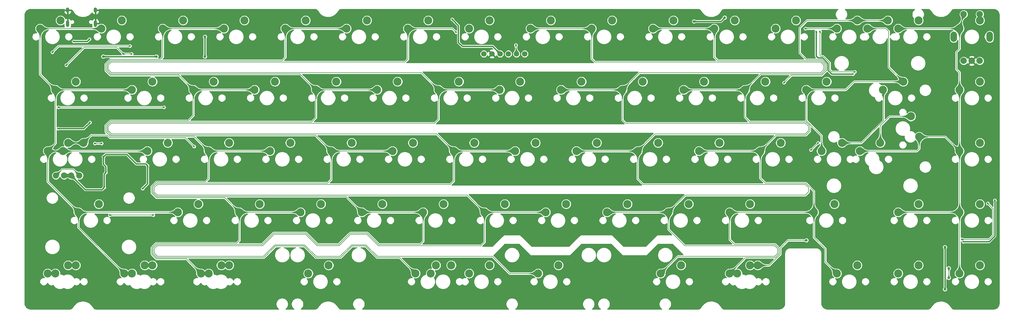
<source format=gbr>
G04 #@! TF.GenerationSoftware,KiCad,Pcbnew,(5.1.10)-1*
G04 #@! TF.CreationDate,2021-10-10T16:41:48+07:00*
G04 #@! TF.ProjectId,averange65,61766572-616e-4676-9536-352e6b696361,rev?*
G04 #@! TF.SameCoordinates,Original*
G04 #@! TF.FileFunction,Copper,L1,Top*
G04 #@! TF.FilePolarity,Positive*
%FSLAX46Y46*%
G04 Gerber Fmt 4.6, Leading zero omitted, Abs format (unit mm)*
G04 Created by KiCad (PCBNEW (5.1.10)-1) date 2021-10-10 16:41:48*
%MOMM*%
%LPD*%
G01*
G04 APERTURE LIST*
G04 #@! TA.AperFunction,ComponentPad*
%ADD10C,2.500000*%
G04 #@! TD*
G04 #@! TA.AperFunction,ComponentPad*
%ADD11C,1.700000*%
G04 #@! TD*
G04 #@! TA.AperFunction,ComponentPad*
%ADD12C,1.905000*%
G04 #@! TD*
G04 #@! TA.AperFunction,ComponentPad*
%ADD13C,2.000000*%
G04 #@! TD*
G04 #@! TA.AperFunction,ComponentPad*
%ADD14O,2.000000X3.200000*%
G04 #@! TD*
G04 #@! TA.AperFunction,ComponentPad*
%ADD15O,1.000000X2.100000*%
G04 #@! TD*
G04 #@! TA.AperFunction,ComponentPad*
%ADD16O,1.000000X1.600000*%
G04 #@! TD*
G04 #@! TA.AperFunction,ViaPad*
%ADD17C,0.600000*%
G04 #@! TD*
G04 #@! TA.AperFunction,ViaPad*
%ADD18C,0.800000*%
G04 #@! TD*
G04 #@! TA.AperFunction,Conductor*
%ADD19C,0.400000*%
G04 #@! TD*
G04 #@! TA.AperFunction,Conductor*
%ADD20C,1.000000*%
G04 #@! TD*
G04 #@! TA.AperFunction,Conductor*
%ADD21C,0.200000*%
G04 #@! TD*
G04 #@! TA.AperFunction,Conductor*
%ADD22C,0.025400*%
G04 #@! TD*
G04 #@! TA.AperFunction,Conductor*
%ADD23C,0.100000*%
G04 #@! TD*
G04 #@! TA.AperFunction,Conductor*
%ADD24C,0.254000*%
G04 #@! TD*
G04 APERTURE END LIST*
D10*
X5556250Y-45402500D03*
X11906250Y-42862500D03*
X181768930Y-102552500D03*
X188118930Y-100012500D03*
D11*
X146018250Y-53276500D03*
X143478250Y-53276500D03*
X153638250Y-53276500D03*
X151098250Y-53276500D03*
X148558250Y-53276500D03*
X156178250Y-53276500D03*
D10*
X166687870Y-119063060D03*
X160337870Y-121603060D03*
X122237870Y-121603060D03*
X128587870Y-119063060D03*
X95250370Y-119063060D03*
X88900370Y-121603060D03*
X119856250Y-45402500D03*
X126206250Y-42862500D03*
X133350670Y-119063060D03*
X127000670Y-121603060D03*
X276225254Y-72707500D03*
X278765254Y-79057500D03*
D12*
X15240038Y-91122500D03*
X17780038Y-91122500D03*
X13017534Y-91122500D03*
X10477534Y-91122500D03*
D10*
X291307610Y-121603060D03*
X297657610Y-119063060D03*
X272257530Y-121603060D03*
X278607530Y-119063060D03*
X253207450Y-121603060D03*
X259557450Y-119063060D03*
X222251070Y-121603060D03*
X228601070Y-119063060D03*
X198438470Y-121603060D03*
X204788470Y-119063060D03*
X219869810Y-121603060D03*
X226219810Y-119063060D03*
X145256970Y-119063060D03*
X138906970Y-121603060D03*
X57944130Y-121603060D03*
X64294130Y-119063060D03*
X34131530Y-121602568D03*
X40481530Y-119062568D03*
X55562870Y-121603060D03*
X61912870Y-119063060D03*
X31750270Y-121602568D03*
X38100270Y-119062568D03*
X7937670Y-121603060D03*
X14287670Y-119063060D03*
X248443986Y-83502500D03*
X254793986Y-80962500D03*
X291306522Y-102552500D03*
X297656522Y-100012500D03*
X272256506Y-102552500D03*
X278606506Y-100012500D03*
X246062734Y-102552500D03*
X252412734Y-100012500D03*
X219868962Y-102552500D03*
X226218962Y-100012500D03*
X200818946Y-102552500D03*
X207168946Y-100012500D03*
X162718914Y-102552500D03*
X169068914Y-100012500D03*
X143668898Y-102552500D03*
X150018898Y-100012500D03*
X124618882Y-102552500D03*
X130968882Y-100012500D03*
X105568866Y-102552500D03*
X111918866Y-100012500D03*
X86518850Y-102552500D03*
X92868850Y-100012500D03*
X67468834Y-102552500D03*
X73818834Y-100012500D03*
X291306522Y-83502500D03*
X297656522Y-80962500D03*
X48418818Y-102552500D03*
X54768818Y-100012500D03*
X266700246Y-80962500D03*
X260350246Y-83502500D03*
X23812542Y-100012500D03*
X17462542Y-102552500D03*
X10318758Y-121602568D03*
X16668758Y-119062568D03*
X229393970Y-83502500D03*
X235743970Y-80962500D03*
X210343954Y-83502500D03*
X216693954Y-80962500D03*
X191293938Y-83502500D03*
X197643938Y-80962500D03*
X172243922Y-83502500D03*
X178593922Y-80962500D03*
X153193906Y-83502500D03*
X159543906Y-80962500D03*
X134143890Y-83502500D03*
X140493890Y-80962500D03*
X115093874Y-83502500D03*
X121443874Y-80962500D03*
X96043858Y-83502500D03*
X102393858Y-80962500D03*
X76993842Y-83502500D03*
X83343842Y-80962500D03*
X57943826Y-83502500D03*
X64293826Y-80962500D03*
X38893810Y-83502500D03*
X45243810Y-80962500D03*
X291306522Y-64452500D03*
X297656522Y-61912500D03*
X267494002Y-64452500D03*
X273844002Y-61912500D03*
X12700038Y-83502500D03*
X19050038Y-80962500D03*
X7937534Y-83502500D03*
X14287534Y-80962500D03*
X243681482Y-64452500D03*
X250031482Y-61912500D03*
X224631466Y-64452500D03*
X230981466Y-61912500D03*
X205581450Y-64452500D03*
X211931450Y-61912500D03*
X186531434Y-64452500D03*
X192881434Y-61912500D03*
X167481418Y-64452500D03*
X173831418Y-61912500D03*
X148431402Y-64452500D03*
X154781402Y-61912500D03*
X129381386Y-64452500D03*
X135731386Y-61912500D03*
X110331370Y-64452500D03*
X116681370Y-61912500D03*
X91281354Y-64452500D03*
X97631354Y-61912500D03*
X72231338Y-64452500D03*
X78581338Y-61912500D03*
X53181322Y-64452500D03*
X59531322Y-61912500D03*
X34131306Y-64452500D03*
X40481306Y-61912500D03*
X10318786Y-64452500D03*
X16668786Y-61912500D03*
X269081250Y-42862500D03*
X262731250Y-45402500D03*
X291306250Y-45402500D03*
X297656250Y-42862500D03*
X272256250Y-45402500D03*
X278606250Y-42862500D03*
X253206250Y-45402500D03*
X259556250Y-42862500D03*
X234156250Y-45402500D03*
X240506250Y-42862500D03*
X215106250Y-45402500D03*
X221456250Y-42862500D03*
X196056250Y-45402500D03*
X202406250Y-42862500D03*
X177006250Y-45402500D03*
X183356250Y-42862500D03*
X157956250Y-45402500D03*
X164306250Y-42862500D03*
X138906250Y-45402500D03*
X145256250Y-42862500D03*
X100806250Y-45402500D03*
X107156250Y-42862500D03*
X81756250Y-45402500D03*
X88106250Y-42862500D03*
X62706250Y-45402500D03*
X69056250Y-42862500D03*
X43656250Y-45402500D03*
X50006250Y-42862500D03*
X24606250Y-45402500D03*
X30956250Y-42862500D03*
D13*
X297616250Y-40942500D03*
X292616250Y-40942500D03*
D14*
X300716250Y-47942500D03*
X289516250Y-47942500D03*
D13*
X297616250Y-55442500D03*
X295116250Y-55442500D03*
X292616250Y-55442500D03*
D15*
X14133850Y-43872500D03*
X22773850Y-43872500D03*
D16*
X14133850Y-39692500D03*
X22773850Y-39692500D03*
D17*
X246805450Y-46316900D03*
X258230649Y-59570899D03*
X292512750Y-111696500D03*
X302283760Y-98821570D03*
X25495250Y-94805500D03*
X26003250Y-90205420D03*
X25241250Y-85280500D03*
X38957250Y-88074500D03*
X37433250Y-95186500D03*
X11157090Y-76530340D03*
X21050250Y-74612500D03*
X133635750Y-42545000D03*
D18*
X41687750Y-54102000D03*
X56800750Y-54102000D03*
X25177750Y-54102000D03*
X286783060Y-126524100D03*
X286783060Y-113427170D03*
X56800750Y-47942496D03*
X218321117Y-41989374D03*
X208796109Y-43180000D03*
D17*
X262815340Y-52407367D03*
X128429410Y-111046130D03*
X33774325Y-80685065D03*
X31988380Y-80685065D03*
X174863980Y-49728685D03*
X212964140Y-49728685D03*
X251064300Y-49728685D03*
X139740395Y-49728685D03*
X98663660Y-49728685D03*
X60563500Y-49728685D03*
X247492410Y-41394275D03*
X20161250Y-47561500D03*
X14319250Y-59118500D03*
X9239250Y-77533500D03*
X18002250Y-78803500D03*
X12342985Y-79494435D03*
X5683250Y-97218500D03*
X24249285Y-61039670D03*
X131476750Y-42291000D03*
X169506145Y-41394275D03*
X207606305Y-41394275D03*
X237966838Y-52109712D03*
X218916790Y-52109712D03*
X199866742Y-52109712D03*
X180816694Y-52109712D03*
X161766646Y-52109712D03*
X249873670Y-75922545D03*
X52229090Y-110450815D03*
X71279170Y-111046130D03*
X95687085Y-111046130D03*
X190342170Y-111046130D03*
X190342170Y-130691525D03*
X121880945Y-130691525D03*
X61754130Y-91400735D03*
X80804210Y-91400735D03*
X99854290Y-91400735D03*
X118904370Y-91400735D03*
X176054610Y-91400735D03*
X157004530Y-91400735D03*
X137359135Y-91400735D03*
X195104690Y-91400735D03*
X214154770Y-91400735D03*
X209392250Y-72350655D03*
X190342170Y-72350655D03*
X171292090Y-72350655D03*
X152242010Y-72350655D03*
X133191930Y-72350655D03*
X114141850Y-72350655D03*
X95091770Y-72350655D03*
X76041690Y-72350655D03*
X56991610Y-72350655D03*
X20859750Y-76517500D03*
D18*
X281717750Y-41783000D03*
X233204710Y-111045910D03*
X214749945Y-111045910D03*
X205820220Y-130691305D03*
X223679670Y-130691305D03*
X227251560Y-130691305D03*
D17*
X268030195Y-52407367D03*
X273090364Y-53597995D03*
X147479110Y-111045796D03*
X166529158Y-111045796D03*
D18*
X190341406Y-116998812D03*
D17*
X236776740Y-62230300D03*
X34004250Y-53276500D03*
X31417140Y-53276500D03*
X13708340Y-56808410D03*
X22552208Y-81153000D03*
X24669750Y-81153000D03*
X53435250Y-82105500D03*
X247350920Y-80962500D03*
X245135085Y-83178335D03*
X40735250Y-103441500D03*
X27241542Y-103441500D03*
X44056260Y-69894490D03*
X11252240Y-69894490D03*
X134863390Y-46545500D03*
X243427250Y-45402500D03*
D18*
X243744750Y-111275978D03*
D17*
X33515260Y-50844490D03*
X9366250Y-52768500D03*
X153432640Y-50530890D03*
X247973850Y-46316900D03*
X258769611Y-58870899D03*
X300069250Y-99807060D03*
X292068989Y-110996500D03*
D18*
X287973690Y-122952210D03*
X287973690Y-119975635D03*
D17*
X16003850Y-49392500D03*
X20903850Y-48723900D03*
D19*
X135563390Y-49718885D02*
X136763820Y-50919315D01*
X146201065Y-50919315D02*
X148558250Y-53276500D01*
X136763820Y-50919315D02*
X146201065Y-50919315D01*
X251626649Y-59570899D02*
X258230649Y-59570899D01*
X250452100Y-58396350D02*
X251626649Y-59570899D01*
X248728087Y-54513615D02*
X250452100Y-56237628D01*
X247331365Y-54513615D02*
X248728087Y-54513615D01*
X250452100Y-56237628D02*
X250452100Y-58396350D01*
X246805450Y-53987700D02*
X247331365Y-54513615D01*
X246805450Y-46316900D02*
X246805450Y-53987700D01*
D20*
X13017534Y-91122500D02*
X15240038Y-91122500D01*
D19*
X302283760Y-109935110D02*
X302283760Y-98821570D01*
X300522370Y-111696500D02*
X302283760Y-109935110D01*
X292512750Y-111696500D02*
X300522370Y-111696500D01*
X302283760Y-98821570D02*
X302283760Y-98821570D01*
X25495250Y-90713420D02*
X26003250Y-90205420D01*
X25495250Y-94805500D02*
X25495250Y-90713420D01*
X38957250Y-93662500D02*
X37433250Y-95186500D01*
X38957250Y-88074500D02*
X38957250Y-93662500D01*
X19132410Y-76530340D02*
X21050250Y-74612500D01*
X11157090Y-76530340D02*
X19132410Y-76530340D01*
X135563390Y-44472640D02*
X133635750Y-42545000D01*
X135563390Y-49718885D02*
X135563390Y-44472640D01*
X25177750Y-54102000D02*
X25177750Y-54102000D01*
X25177750Y-54102000D02*
X41687750Y-54102000D01*
X286783060Y-126524100D02*
X286783060Y-113427170D01*
X24796750Y-95504000D02*
X25495250Y-94805500D01*
X19621538Y-95504000D02*
X24796750Y-95504000D01*
X15240038Y-91122500D02*
X19621538Y-95504000D01*
X25241250Y-85280500D02*
X25241250Y-87566500D01*
X26003250Y-88328500D02*
X26003250Y-90205420D01*
X25241250Y-87566500D02*
X26003250Y-88328500D01*
X35464750Y-87503000D02*
X38385750Y-87503000D01*
X32543750Y-84582000D02*
X35464750Y-87503000D01*
X38385750Y-87503000D02*
X38957250Y-88074500D01*
X25939750Y-84582000D02*
X32543750Y-84582000D01*
X25241250Y-85280500D02*
X25939750Y-84582000D01*
X56800750Y-53536315D02*
X56800750Y-47942496D01*
X56800750Y-54102000D02*
X56800750Y-53536315D01*
X218321117Y-41989374D02*
X217130491Y-43180000D01*
X217130491Y-43180000D02*
X208796109Y-43180000D01*
D21*
X269081250Y-42862500D02*
X259556250Y-42862500D01*
X249952090Y-56444738D02*
X249952090Y-58484664D01*
X239084696Y-59922344D02*
X236776740Y-62230300D01*
X248520977Y-55013625D02*
X249952090Y-56444738D01*
X243640375Y-55013625D02*
X248520977Y-55013625D01*
X241649250Y-53022500D02*
X243640375Y-55013625D01*
X248514410Y-59922344D02*
X239084696Y-59922344D01*
X249952090Y-58484664D02*
X248514410Y-59922344D01*
X241649250Y-45148500D02*
X241649250Y-53022500D01*
X243935250Y-42862500D02*
X241649250Y-45148500D01*
X259556250Y-42862500D02*
X243935250Y-42862500D01*
X34004250Y-53276500D02*
X31417140Y-53276500D01*
X31417140Y-53276500D02*
X31417140Y-53276500D01*
X31417140Y-53276500D02*
X29385140Y-51244500D01*
X19272250Y-51244500D02*
X13708340Y-56808410D01*
X29385140Y-51244500D02*
X19272250Y-51244500D01*
X24669750Y-81153000D02*
X22552208Y-81153000D01*
X26422555Y-78565489D02*
X27232290Y-79375222D01*
X21447049Y-78565489D02*
X26422555Y-78565489D01*
X19050038Y-80962500D02*
X21447049Y-78565489D01*
X50704972Y-79375222D02*
X53435250Y-82105500D01*
X27232290Y-79375222D02*
X50704972Y-79375222D01*
X14287534Y-80962500D02*
X19050038Y-80962500D01*
X267724155Y-74064595D02*
X267724155Y-64452500D01*
X260826250Y-80962500D02*
X267724155Y-74064595D01*
X254793986Y-80962500D02*
X260826250Y-80962500D01*
X247350920Y-80962500D02*
X245135085Y-83178335D01*
X269646950Y-72707500D02*
X276225254Y-72707500D01*
X266700246Y-75654204D02*
X269646950Y-72707500D01*
X266700246Y-80962500D02*
X266700246Y-75654204D01*
X40735250Y-103441500D02*
X40735250Y-103441500D01*
X27241542Y-103441500D02*
X40735250Y-103441500D01*
X44056260Y-69894490D02*
X11252240Y-69894490D01*
X11252240Y-69894490D02*
X11252240Y-69894490D01*
X5556250Y-59689964D02*
X10318786Y-64452500D01*
X5556250Y-45402500D02*
X5556250Y-59689964D01*
X10318786Y-81121248D02*
X7937534Y-83502500D01*
X10318786Y-64452500D02*
X10318786Y-81121248D01*
X7937534Y-93027492D02*
X17462542Y-102552500D01*
X7937534Y-83502500D02*
X7937534Y-93027492D01*
X17462542Y-107315332D02*
X31750270Y-121603060D01*
X17462542Y-102552500D02*
X17462542Y-107315332D01*
X8511276Y-45402500D02*
X5556250Y-45402500D01*
X24606250Y-45402500D02*
X8511276Y-45402500D01*
X7937534Y-83502500D02*
X12700038Y-83502500D01*
X48418818Y-102552500D02*
X17462542Y-102552500D01*
X28416250Y-64452500D02*
X34131306Y-64452500D01*
X10318786Y-64452500D02*
X28416250Y-64452500D01*
X12700038Y-83502500D02*
X38893810Y-83502500D01*
X40243421Y-115625962D02*
X40243421Y-113597067D01*
X41686031Y-117068572D02*
X40243421Y-115625962D01*
X51028302Y-117068572D02*
X41686031Y-117068572D01*
X55562842Y-121603112D02*
X51028302Y-117068572D01*
X40243421Y-113597067D02*
X41683986Y-112156502D01*
X67468806Y-102552552D02*
X67468806Y-111349928D01*
X41683986Y-112156502D02*
X66662232Y-112156502D01*
X66662232Y-112156502D02*
X67468806Y-111349928D01*
X43656250Y-45402500D02*
X43656250Y-54253884D01*
X43656250Y-54253884D02*
X42894250Y-55015884D01*
X25955835Y-58483074D02*
X27397980Y-59925213D01*
X27394124Y-55015884D02*
X25955834Y-56454176D01*
X25955834Y-56454176D02*
X25955835Y-58483074D01*
X42894250Y-55015884D02*
X27394124Y-55015884D01*
X48654035Y-59925213D02*
X53181322Y-64452500D01*
X27397980Y-59925213D02*
X48654035Y-59925213D01*
X53181322Y-64452500D02*
X53181322Y-72478280D01*
X53181322Y-72478280D02*
X51593750Y-74065852D01*
X25955834Y-75504176D02*
X25955835Y-77533074D01*
X25955835Y-77533074D02*
X27397979Y-78975212D01*
X27394156Y-74065852D02*
X25955834Y-75504176D01*
X51593750Y-74065852D02*
X27394156Y-74065852D01*
X53416538Y-78975212D02*
X57943826Y-83502500D01*
X27397979Y-78975212D02*
X53416538Y-78975212D01*
X57943826Y-83502500D02*
X57943826Y-92074924D01*
X57943826Y-92074924D02*
X56905113Y-93113637D01*
X40250675Y-96591890D02*
X41680324Y-98021539D01*
X40250675Y-94548543D02*
X40250675Y-96591890D01*
X41685583Y-93113638D02*
X40250675Y-94548543D01*
X56905113Y-93113637D02*
X41685583Y-93113638D01*
X62937873Y-98021539D02*
X67468834Y-102552500D01*
X41680324Y-98021539D02*
X62937873Y-98021539D01*
X62706250Y-45402500D02*
X43656250Y-45402500D01*
X53181322Y-64452500D02*
X72231338Y-64452500D01*
X57943826Y-83502500D02*
X76993842Y-83502500D01*
X67468834Y-102552500D02*
X86518850Y-102552500D01*
X91209655Y-116668562D02*
X87637295Y-113096202D01*
X78733589Y-113096202D02*
X75161229Y-116668562D01*
X117303516Y-116668562D02*
X110259991Y-116668562D01*
X106687631Y-113096202D02*
X102546444Y-113096202D01*
X122237574Y-121602620D02*
X117303516Y-116668562D01*
X98974085Y-116668562D02*
X91209655Y-116668562D01*
X110259991Y-116668562D02*
X106687631Y-113096202D01*
X41851720Y-116668562D02*
X40643431Y-115460273D01*
X40643431Y-113762756D02*
X41849675Y-112556512D01*
X102546444Y-113096202D02*
X98974085Y-116668562D01*
X87637295Y-113096202D02*
X78733589Y-113096202D01*
X75161229Y-116668562D02*
X41851720Y-116668562D01*
X40643431Y-115460273D02*
X40643431Y-113762756D01*
X124618854Y-111603980D02*
X124618854Y-102552552D01*
X88258629Y-108996162D02*
X91818978Y-112556512D01*
X78089176Y-108996162D02*
X88258629Y-108996162D01*
X98341345Y-112556512D02*
X101901695Y-108996162D01*
X41849675Y-112556512D02*
X74528826Y-112556512D01*
X110868994Y-112556512D02*
X123666322Y-112556512D01*
X91818978Y-112556512D02*
X98341345Y-112556512D01*
X107308645Y-108996162D02*
X110868994Y-112556512D01*
X74528826Y-112556512D02*
X78089176Y-108996162D01*
X123666322Y-112556512D02*
X124618854Y-111603980D01*
X101901695Y-108996162D02*
X107308645Y-108996162D01*
X81756250Y-45402500D02*
X81756250Y-54399894D01*
X81756250Y-54399894D02*
X80740250Y-55415894D01*
X26355844Y-58317383D02*
X27563669Y-59525203D01*
X26355843Y-56619864D02*
X26355844Y-58317383D01*
X27559813Y-55415894D02*
X26355843Y-56619864D01*
X80740250Y-55415894D02*
X27559813Y-55415894D01*
X86354057Y-59525203D02*
X91281354Y-64452500D01*
X27563669Y-59525203D02*
X86354057Y-59525203D01*
X91281354Y-64452500D02*
X91281354Y-73195758D01*
X91281354Y-73195758D02*
X90011250Y-74465862D01*
X26355844Y-77367383D02*
X27563668Y-78575202D01*
X26355843Y-75669864D02*
X26355844Y-77367383D01*
X27559845Y-74465862D02*
X26355843Y-75669864D01*
X90011250Y-74465862D02*
X27559845Y-74465862D01*
X91116560Y-78575202D02*
X96043858Y-83502500D01*
X27563668Y-78575202D02*
X91116560Y-78575202D01*
X100806250Y-45402500D02*
X81756250Y-45402500D01*
X124618882Y-102552500D02*
X105568866Y-102552500D01*
X96043858Y-83502500D02*
X115093874Y-83502500D01*
X91281354Y-64452500D02*
X110331370Y-64452500D01*
X100637896Y-97621530D02*
X105568866Y-102552500D01*
X96043858Y-83502500D02*
X96043858Y-92370627D01*
X41846013Y-97621530D02*
X100637896Y-97621530D01*
X40650684Y-96426201D02*
X41846013Y-97621530D01*
X40650684Y-94714232D02*
X40650684Y-96426201D01*
X41851276Y-93513640D02*
X40650684Y-94714232D01*
X94900844Y-93513640D02*
X41851276Y-93513640D01*
X96043858Y-92370627D02*
X94900844Y-93513640D01*
X119856250Y-45402500D02*
X119856250Y-54926900D01*
X119856250Y-54926900D02*
X118967246Y-55815904D01*
X26755853Y-58151692D02*
X27729358Y-59125193D01*
X26755853Y-56785553D02*
X26755853Y-58151692D01*
X27725502Y-55815904D02*
X26755853Y-56785553D01*
X118967246Y-55815904D02*
X27725502Y-55815904D01*
X124054079Y-59125193D02*
X129381386Y-64452500D01*
X27729358Y-59125193D02*
X124054079Y-59125193D01*
X129381386Y-64452500D02*
X129381386Y-73659235D01*
X129381386Y-73659235D02*
X128174749Y-74865872D01*
X26755853Y-77201692D02*
X27729357Y-78175192D01*
X26755853Y-75835553D02*
X26755853Y-77201692D01*
X27725534Y-74865872D02*
X26755853Y-75835553D01*
X128174749Y-74865872D02*
X27725534Y-74865872D01*
X128816582Y-78175192D02*
X134143890Y-83502500D01*
X27729357Y-78175192D02*
X128816582Y-78175192D01*
X133720390Y-45402500D02*
X119856250Y-45402500D01*
X134863390Y-46545500D02*
X133720390Y-45402500D01*
X143668898Y-102552500D02*
X162718914Y-102552500D01*
X134143890Y-83502500D02*
X153193906Y-83502500D01*
X129381386Y-64452500D02*
X148431402Y-64452500D01*
X42016965Y-93913651D02*
X133000912Y-93913651D01*
X41050695Y-94879921D02*
X42016965Y-93913651D01*
X134143890Y-92770673D02*
X134143890Y-83502500D01*
X41050695Y-96260512D02*
X41050695Y-94879921D01*
X42011702Y-97221519D02*
X41050695Y-96260512D01*
X138337917Y-97221519D02*
X42011702Y-97221519D01*
X133000912Y-93913651D02*
X134143890Y-92770673D01*
X143668898Y-102552500D02*
X138337917Y-97221519D01*
X102380756Y-112696192D02*
X106853320Y-112696192D01*
X98808396Y-116268552D02*
X102380756Y-112696192D01*
X110425680Y-116268552D02*
X146153217Y-116268552D01*
X87802984Y-112696192D02*
X91375344Y-116268552D01*
X78567900Y-112696192D02*
X87802984Y-112696192D01*
X106853320Y-112696192D02*
X110425680Y-116268552D01*
X74995540Y-116268552D02*
X78567900Y-112696192D01*
X151487285Y-121602620D02*
X160337606Y-121602620D01*
X146153217Y-116268552D02*
X151487285Y-121602620D01*
X41043441Y-115294584D02*
X42017409Y-116268552D01*
X78254864Y-109396172D02*
X74694514Y-112956522D01*
X143668870Y-111879141D02*
X142591489Y-112956522D01*
X143668870Y-102552552D02*
X143668870Y-111879141D01*
X98507034Y-112956522D02*
X91653290Y-112956522D01*
X91375344Y-116268552D02*
X98808396Y-116268552D01*
X41043441Y-113928445D02*
X41043441Y-115294584D01*
X142591489Y-112956522D02*
X110703306Y-112956522D01*
X74694514Y-112956522D02*
X42015364Y-112956522D01*
X110703306Y-112956522D02*
X107142956Y-109396172D01*
X107142956Y-109396172D02*
X102067384Y-109396172D01*
X102067384Y-109396172D02*
X98507034Y-112956522D01*
X91653290Y-112956522D02*
X88092940Y-109396172D01*
X88092940Y-109396172D02*
X78254864Y-109396172D01*
X42017409Y-116268552D02*
X74995540Y-116268552D01*
X42015364Y-112956522D02*
X41043441Y-113928445D01*
X186531434Y-64452500D02*
X191861610Y-59122324D01*
X249152070Y-56776112D02*
X248189599Y-55813645D01*
X249152070Y-58153286D02*
X249152070Y-56776112D01*
X248183032Y-59122324D02*
X249152070Y-58153286D01*
X191861610Y-59122324D02*
X248183032Y-59122324D01*
X219299604Y-55814146D02*
X178022243Y-55814869D01*
X219300105Y-55813645D02*
X219299604Y-55814146D01*
X248189599Y-55813645D02*
X219300105Y-55813645D01*
X177006250Y-54798876D02*
X178022243Y-55814869D01*
X177006250Y-45402500D02*
X177006250Y-54798876D01*
X186531434Y-64452500D02*
X186531434Y-73849095D01*
X191293938Y-83502500D02*
X196623981Y-78172457D01*
X244390470Y-75837507D02*
X243416963Y-74864001D01*
X244390470Y-77203646D02*
X244390470Y-75837507D01*
X243421659Y-78172457D02*
X244390470Y-77203646D01*
X196623981Y-78172457D02*
X243421659Y-78172457D01*
X187546340Y-74864001D02*
X186531434Y-73849095D01*
X243416963Y-74864001D02*
X187546340Y-74864001D01*
X177006250Y-45402500D02*
X157956250Y-45402500D01*
X243422351Y-97221709D02*
X206149737Y-97221709D01*
X244390414Y-96253646D02*
X243422351Y-97221709D01*
X206149737Y-97221709D02*
X200818946Y-102552500D01*
X244390414Y-94887507D02*
X244390414Y-96253646D01*
X243416828Y-93913921D02*
X244390414Y-94887507D01*
X193008250Y-93913921D02*
X243416828Y-93913921D01*
X191293938Y-92199609D02*
X193008250Y-93913921D01*
X191293938Y-83502500D02*
X191293938Y-92199609D01*
X167481418Y-64452500D02*
X186531434Y-64452500D01*
X172243922Y-83502500D02*
X191293938Y-83502500D01*
X181768930Y-102552500D02*
X200818946Y-102552500D01*
X203769584Y-116271946D02*
X198438470Y-121603060D01*
X233890411Y-116271946D02*
X203769584Y-116271946D01*
X234854426Y-115307933D02*
X233890411Y-116271946D01*
X234854426Y-113926538D02*
X234854426Y-115307933D01*
X233895886Y-112967998D02*
X234854426Y-113926538D01*
X205965325Y-112967998D02*
X233895886Y-112967998D01*
X200818946Y-107821618D02*
X205965325Y-112967998D01*
X200818946Y-102552500D02*
X200818946Y-107821618D01*
X215106250Y-45402500D02*
X215106250Y-54271194D01*
X215106250Y-54271194D02*
X216249247Y-55414192D01*
X249552080Y-58318975D02*
X248348721Y-59522334D01*
X249552080Y-56610427D02*
X249552080Y-58318975D01*
X219134416Y-55413635D02*
X248355288Y-55413635D01*
X219133910Y-55414141D02*
X219134416Y-55413635D01*
X248355288Y-55413635D02*
X249552080Y-56610427D01*
X216249247Y-55414192D02*
X219133910Y-55414141D01*
X229561632Y-59522334D02*
X224631466Y-64452500D01*
X248348721Y-59522334D02*
X229561632Y-59522334D01*
X224631466Y-64452500D02*
X224631466Y-72940207D01*
X224631466Y-72940207D02*
X226155250Y-74463991D01*
X244790480Y-77369335D02*
X243587348Y-78572467D01*
X244790480Y-75671818D02*
X244790480Y-77369335D01*
X243582652Y-74463991D02*
X244790480Y-75671818D01*
X226155250Y-74463991D02*
X243582652Y-74463991D01*
X234324003Y-78572467D02*
X229393970Y-83502500D01*
X243587348Y-78572467D02*
X234324003Y-78572467D01*
X246062734Y-95994128D02*
X246062734Y-102552500D01*
X229393970Y-91948220D02*
X230959661Y-93513911D01*
X229393970Y-83502500D02*
X229393970Y-91948220D01*
X215106250Y-45402500D02*
X196056250Y-45402500D01*
X230959661Y-93513911D02*
X243582517Y-93513911D01*
X243582517Y-93513911D02*
X246062734Y-95994128D01*
X222251070Y-121603060D02*
X223361810Y-121603060D01*
X219868962Y-102552500D02*
X246062734Y-102552500D01*
X210343954Y-83502500D02*
X229393970Y-83502500D01*
X205581450Y-64452500D02*
X224631466Y-64452500D01*
X219869810Y-121603060D02*
X224800914Y-116671956D01*
X235254436Y-115473622D02*
X235254436Y-113760849D01*
X235254436Y-113760849D02*
X234057687Y-112564101D01*
X234056101Y-116671955D02*
X235254436Y-115473622D01*
X224800914Y-116671956D02*
X234056101Y-116671955D01*
X219868962Y-102552500D02*
X219868962Y-111044200D01*
X221388863Y-112564101D02*
X234057687Y-112564101D01*
X219868962Y-111044200D02*
X221388863Y-112564101D01*
X246062734Y-102552500D02*
X246062734Y-110394984D01*
X246062734Y-110394984D02*
X249586750Y-113919000D01*
X249586750Y-117982360D02*
X253207450Y-121603060D01*
X249586750Y-113919000D02*
X249586750Y-117982360D01*
X243681482Y-64452500D02*
X243681482Y-73997123D01*
X248443986Y-78759627D02*
X248443986Y-83502500D01*
X243681482Y-73997123D02*
X248443986Y-78759627D01*
X268446250Y-45402500D02*
X262731250Y-45402500D01*
X269335250Y-46291500D02*
X268446250Y-45402500D01*
X269335250Y-57403748D02*
X269335250Y-46291500D01*
X273844002Y-61912500D02*
X269335250Y-57403748D01*
X258525880Y-61912500D02*
X273844002Y-61912500D01*
X255985880Y-64452500D02*
X258525880Y-61912500D01*
X243681482Y-64452500D02*
X255985880Y-64452500D01*
X253206250Y-45402500D02*
X243427250Y-45402500D01*
X292616250Y-40942500D02*
X291306250Y-45402500D01*
X272256250Y-45402500D02*
X291306250Y-45402500D01*
X286861522Y-79057500D02*
X291306522Y-83502500D01*
X278765254Y-79057500D02*
X286861522Y-79057500D01*
X291306522Y-64452500D02*
X291306522Y-83502500D01*
X291306250Y-64452228D02*
X291306522Y-64452500D01*
X272256506Y-102552500D02*
X291306522Y-102552500D01*
X291306522Y-83502500D02*
X291306522Y-102552500D01*
X291306522Y-121601972D02*
X291307610Y-121603060D01*
X291306522Y-102552500D02*
X291306522Y-121601972D01*
X291306250Y-51754100D02*
X291306250Y-45402500D01*
X290355090Y-52705260D02*
X291306250Y-51754100D01*
X290355090Y-58063095D02*
X290355090Y-52705260D01*
X291306522Y-59014527D02*
X290355090Y-58063095D01*
X291306522Y-64452500D02*
X291306522Y-59014527D01*
X278765254Y-82835496D02*
X278765254Y-79057500D01*
X278098250Y-83502500D02*
X278765254Y-82835496D01*
X260350246Y-83502500D02*
X278098250Y-83502500D01*
X232230697Y-119063060D02*
X235654446Y-115639311D01*
X228601070Y-119063060D02*
X232230697Y-119063060D01*
X235654446Y-115639311D02*
X235654446Y-113627304D01*
X238005772Y-111275978D02*
X243744750Y-111275978D01*
X235654446Y-113627304D02*
X238005772Y-111275978D01*
X11290260Y-50844490D02*
X9366250Y-52768500D01*
X33515260Y-50844490D02*
X11290260Y-50844490D01*
X153432640Y-50530890D02*
X153638250Y-53276500D01*
X251633769Y-58870899D02*
X258769611Y-58870899D01*
X250952110Y-58189240D02*
X251633769Y-58870899D01*
X250952110Y-56030518D02*
X250952110Y-58189240D01*
X248935197Y-54013605D02*
X250952110Y-56030518D01*
X248253755Y-54013605D02*
X248935197Y-54013605D01*
X247973850Y-53733700D02*
X248253755Y-54013605D01*
X247973850Y-46316900D02*
X247973850Y-53733700D01*
X301783750Y-101521560D02*
X300069250Y-99807060D01*
X301783750Y-109728000D02*
X301783750Y-101521560D01*
X300515250Y-110996500D02*
X301783750Y-109728000D01*
X292068989Y-110996500D02*
X300515250Y-110996500D01*
X287973690Y-122952210D02*
X287973690Y-119975635D01*
X10477534Y-91122500D02*
X12382534Y-89217500D01*
X15875038Y-89217500D02*
X17780038Y-91122500D01*
X12382534Y-89217500D02*
X15875038Y-89217500D01*
D19*
X20235250Y-49392500D02*
X20903850Y-48723900D01*
X16003850Y-49392500D02*
X20235250Y-49392500D01*
D22*
X147608452Y-52061198D02*
X147608667Y-52061403D01*
X147636263Y-52087136D01*
X147636487Y-52087340D01*
X147664408Y-52112158D01*
X147664641Y-52112361D01*
X147692887Y-52136262D01*
X147693130Y-52136462D01*
X147721702Y-52159448D01*
X147721955Y-52159646D01*
X147750853Y-52181716D01*
X147751114Y-52181911D01*
X147780337Y-52203065D01*
X147780607Y-52203255D01*
X147810155Y-52223493D01*
X147810435Y-52223679D01*
X147840309Y-52243002D01*
X147840597Y-52243183D01*
X147870797Y-52261589D01*
X147871092Y-52261763D01*
X147901616Y-52279254D01*
X147901919Y-52279423D01*
X147932770Y-52295998D01*
X147933081Y-52296159D01*
X147964257Y-52311818D01*
X147964574Y-52311972D01*
X147996075Y-52326715D01*
X147996398Y-52326860D01*
X148028225Y-52340687D01*
X148028553Y-52340824D01*
X148060706Y-52353735D01*
X148061038Y-52353863D01*
X148093516Y-52365858D01*
X148093852Y-52365977D01*
X148126655Y-52377057D01*
X148126994Y-52377166D01*
X148160123Y-52387330D01*
X148160464Y-52387430D01*
X148193919Y-52396678D01*
X148194262Y-52396767D01*
X148228041Y-52405099D01*
X148228384Y-52405179D01*
X148262490Y-52412595D01*
X148262832Y-52412665D01*
X148297263Y-52419165D01*
X148297604Y-52419224D01*
X148332360Y-52424808D01*
X148332700Y-52424858D01*
X148367782Y-52429527D01*
X148368118Y-52429567D01*
X148403526Y-52433320D01*
X148403860Y-52433351D01*
X148439593Y-52436187D01*
X148439922Y-52436209D01*
X148475980Y-52438130D01*
X148476305Y-52438143D01*
X148512689Y-52439148D01*
X148513009Y-52439153D01*
X148540005Y-52439219D01*
X148840791Y-53559041D01*
X147720969Y-53258255D01*
X147720903Y-53231259D01*
X147720898Y-53230939D01*
X147719893Y-53194555D01*
X147719880Y-53194230D01*
X147717959Y-53158172D01*
X147717937Y-53157843D01*
X147715101Y-53122110D01*
X147715070Y-53121776D01*
X147711317Y-53086368D01*
X147711277Y-53086032D01*
X147706608Y-53050950D01*
X147706558Y-53050610D01*
X147700974Y-53015854D01*
X147700915Y-53015513D01*
X147694415Y-52981082D01*
X147694345Y-52980740D01*
X147686929Y-52946634D01*
X147686849Y-52946291D01*
X147678517Y-52912512D01*
X147678428Y-52912169D01*
X147669180Y-52878714D01*
X147669080Y-52878373D01*
X147658916Y-52845244D01*
X147658807Y-52844905D01*
X147647727Y-52812102D01*
X147647608Y-52811766D01*
X147635613Y-52779288D01*
X147635485Y-52778956D01*
X147622574Y-52746803D01*
X147622437Y-52746475D01*
X147608610Y-52714648D01*
X147608465Y-52714325D01*
X147593722Y-52682824D01*
X147593568Y-52682507D01*
X147577909Y-52651331D01*
X147577748Y-52651020D01*
X147561173Y-52620169D01*
X147561004Y-52619866D01*
X147543513Y-52589342D01*
X147543339Y-52589047D01*
X147524933Y-52558847D01*
X147524752Y-52558559D01*
X147505429Y-52528685D01*
X147505243Y-52528405D01*
X147485005Y-52498857D01*
X147484815Y-52498587D01*
X147463661Y-52469364D01*
X147463466Y-52469103D01*
X147441396Y-52440205D01*
X147441198Y-52439952D01*
X147418212Y-52411380D01*
X147418012Y-52411137D01*
X147394111Y-52382891D01*
X147393908Y-52382658D01*
X147369090Y-52354737D01*
X147368886Y-52354513D01*
X147343153Y-52326917D01*
X147342948Y-52326702D01*
X147325073Y-52308412D01*
X147590162Y-52043323D01*
X147608452Y-52061198D01*
G04 #@! TA.AperFunction,Conductor*
D23*
G36*
X147608452Y-52061198D02*
G01*
X147608667Y-52061403D01*
X147636263Y-52087136D01*
X147636487Y-52087340D01*
X147664408Y-52112158D01*
X147664641Y-52112361D01*
X147692887Y-52136262D01*
X147693130Y-52136462D01*
X147721702Y-52159448D01*
X147721955Y-52159646D01*
X147750853Y-52181716D01*
X147751114Y-52181911D01*
X147780337Y-52203065D01*
X147780607Y-52203255D01*
X147810155Y-52223493D01*
X147810435Y-52223679D01*
X147840309Y-52243002D01*
X147840597Y-52243183D01*
X147870797Y-52261589D01*
X147871092Y-52261763D01*
X147901616Y-52279254D01*
X147901919Y-52279423D01*
X147932770Y-52295998D01*
X147933081Y-52296159D01*
X147964257Y-52311818D01*
X147964574Y-52311972D01*
X147996075Y-52326715D01*
X147996398Y-52326860D01*
X148028225Y-52340687D01*
X148028553Y-52340824D01*
X148060706Y-52353735D01*
X148061038Y-52353863D01*
X148093516Y-52365858D01*
X148093852Y-52365977D01*
X148126655Y-52377057D01*
X148126994Y-52377166D01*
X148160123Y-52387330D01*
X148160464Y-52387430D01*
X148193919Y-52396678D01*
X148194262Y-52396767D01*
X148228041Y-52405099D01*
X148228384Y-52405179D01*
X148262490Y-52412595D01*
X148262832Y-52412665D01*
X148297263Y-52419165D01*
X148297604Y-52419224D01*
X148332360Y-52424808D01*
X148332700Y-52424858D01*
X148367782Y-52429527D01*
X148368118Y-52429567D01*
X148403526Y-52433320D01*
X148403860Y-52433351D01*
X148439593Y-52436187D01*
X148439922Y-52436209D01*
X148475980Y-52438130D01*
X148476305Y-52438143D01*
X148512689Y-52439148D01*
X148513009Y-52439153D01*
X148540005Y-52439219D01*
X148840791Y-53559041D01*
X147720969Y-53258255D01*
X147720903Y-53231259D01*
X147720898Y-53230939D01*
X147719893Y-53194555D01*
X147719880Y-53194230D01*
X147717959Y-53158172D01*
X147717937Y-53157843D01*
X147715101Y-53122110D01*
X147715070Y-53121776D01*
X147711317Y-53086368D01*
X147711277Y-53086032D01*
X147706608Y-53050950D01*
X147706558Y-53050610D01*
X147700974Y-53015854D01*
X147700915Y-53015513D01*
X147694415Y-52981082D01*
X147694345Y-52980740D01*
X147686929Y-52946634D01*
X147686849Y-52946291D01*
X147678517Y-52912512D01*
X147678428Y-52912169D01*
X147669180Y-52878714D01*
X147669080Y-52878373D01*
X147658916Y-52845244D01*
X147658807Y-52844905D01*
X147647727Y-52812102D01*
X147647608Y-52811766D01*
X147635613Y-52779288D01*
X147635485Y-52778956D01*
X147622574Y-52746803D01*
X147622437Y-52746475D01*
X147608610Y-52714648D01*
X147608465Y-52714325D01*
X147593722Y-52682824D01*
X147593568Y-52682507D01*
X147577909Y-52651331D01*
X147577748Y-52651020D01*
X147561173Y-52620169D01*
X147561004Y-52619866D01*
X147543513Y-52589342D01*
X147543339Y-52589047D01*
X147524933Y-52558847D01*
X147524752Y-52558559D01*
X147505429Y-52528685D01*
X147505243Y-52528405D01*
X147485005Y-52498857D01*
X147484815Y-52498587D01*
X147463661Y-52469364D01*
X147463466Y-52469103D01*
X147441396Y-52440205D01*
X147441198Y-52439952D01*
X147418212Y-52411380D01*
X147418012Y-52411137D01*
X147394111Y-52382891D01*
X147393908Y-52382658D01*
X147369090Y-52354737D01*
X147368886Y-52354513D01*
X147343153Y-52326917D01*
X147342948Y-52326702D01*
X147325073Y-52308412D01*
X147590162Y-52043323D01*
X147608452Y-52061198D01*
G37*
G04 #@! TD.AperFunction*
D22*
X258355223Y-59570899D02*
X258015660Y-59766670D01*
X258013910Y-59766180D01*
X258013271Y-59766019D01*
X258010756Y-59765453D01*
X258010292Y-59765357D01*
X258007364Y-59764812D01*
X258006999Y-59764750D01*
X258003656Y-59764228D01*
X258003373Y-59764187D01*
X257999617Y-59763687D01*
X257999387Y-59763659D01*
X257995217Y-59763181D01*
X257995028Y-59763160D01*
X257990445Y-59762704D01*
X257990284Y-59762689D01*
X257985287Y-59762256D01*
X257985153Y-59762245D01*
X257979742Y-59761834D01*
X257979626Y-59761826D01*
X257973802Y-59761437D01*
X257973702Y-59761431D01*
X257967464Y-59761064D01*
X257967374Y-59761059D01*
X257960722Y-59760715D01*
X257960646Y-59760711D01*
X257953581Y-59760388D01*
X257953510Y-59760385D01*
X257946030Y-59760085D01*
X257945966Y-59760083D01*
X257938074Y-59759806D01*
X257938020Y-59759804D01*
X257929713Y-59759548D01*
X257929661Y-59759547D01*
X257920941Y-59759314D01*
X257920895Y-59759312D01*
X257911761Y-59759101D01*
X257911719Y-59759100D01*
X257902172Y-59758911D01*
X257902134Y-59758911D01*
X257892173Y-59758744D01*
X257892136Y-59758743D01*
X257881761Y-59758599D01*
X257881730Y-59758599D01*
X257870941Y-59758476D01*
X257870909Y-59758476D01*
X257859707Y-59758376D01*
X257859678Y-59758375D01*
X257848062Y-59758298D01*
X257848037Y-59758298D01*
X257836008Y-59758242D01*
X257835983Y-59758242D01*
X257823539Y-59758209D01*
X257823349Y-59758209D01*
X257823349Y-59383588D01*
X257823539Y-59383588D01*
X257835983Y-59383555D01*
X257836008Y-59383555D01*
X257848037Y-59383499D01*
X257848062Y-59383499D01*
X257859678Y-59383422D01*
X257859707Y-59383421D01*
X257870909Y-59383321D01*
X257870941Y-59383321D01*
X257881730Y-59383198D01*
X257881761Y-59383198D01*
X257892136Y-59383054D01*
X257892173Y-59383053D01*
X257902134Y-59382886D01*
X257902172Y-59382886D01*
X257911719Y-59382697D01*
X257911761Y-59382696D01*
X257920895Y-59382485D01*
X257920941Y-59382483D01*
X257929661Y-59382250D01*
X257929713Y-59382249D01*
X257938020Y-59381993D01*
X257938074Y-59381991D01*
X257945966Y-59381714D01*
X257946030Y-59381712D01*
X257953510Y-59381412D01*
X257953581Y-59381409D01*
X257960646Y-59381086D01*
X257960722Y-59381082D01*
X257967374Y-59380738D01*
X257967464Y-59380733D01*
X257973702Y-59380366D01*
X257973802Y-59380360D01*
X257979626Y-59379971D01*
X257979742Y-59379963D01*
X257985153Y-59379552D01*
X257985287Y-59379541D01*
X257990284Y-59379108D01*
X257990445Y-59379093D01*
X257995028Y-59378637D01*
X257995217Y-59378616D01*
X257999387Y-59378138D01*
X257999617Y-59378110D01*
X258003373Y-59377610D01*
X258003656Y-59377569D01*
X258006999Y-59377047D01*
X258007364Y-59376985D01*
X258010292Y-59376440D01*
X258010756Y-59376344D01*
X258013271Y-59375778D01*
X258013910Y-59375617D01*
X258015659Y-59375127D01*
X258355223Y-59570899D01*
G04 #@! TA.AperFunction,Conductor*
D23*
G36*
X258355223Y-59570899D02*
G01*
X258015660Y-59766670D01*
X258013910Y-59766180D01*
X258013271Y-59766019D01*
X258010756Y-59765453D01*
X258010292Y-59765357D01*
X258007364Y-59764812D01*
X258006999Y-59764750D01*
X258003656Y-59764228D01*
X258003373Y-59764187D01*
X257999617Y-59763687D01*
X257999387Y-59763659D01*
X257995217Y-59763181D01*
X257995028Y-59763160D01*
X257990445Y-59762704D01*
X257990284Y-59762689D01*
X257985287Y-59762256D01*
X257985153Y-59762245D01*
X257979742Y-59761834D01*
X257979626Y-59761826D01*
X257973802Y-59761437D01*
X257973702Y-59761431D01*
X257967464Y-59761064D01*
X257967374Y-59761059D01*
X257960722Y-59760715D01*
X257960646Y-59760711D01*
X257953581Y-59760388D01*
X257953510Y-59760385D01*
X257946030Y-59760085D01*
X257945966Y-59760083D01*
X257938074Y-59759806D01*
X257938020Y-59759804D01*
X257929713Y-59759548D01*
X257929661Y-59759547D01*
X257920941Y-59759314D01*
X257920895Y-59759312D01*
X257911761Y-59759101D01*
X257911719Y-59759100D01*
X257902172Y-59758911D01*
X257902134Y-59758911D01*
X257892173Y-59758744D01*
X257892136Y-59758743D01*
X257881761Y-59758599D01*
X257881730Y-59758599D01*
X257870941Y-59758476D01*
X257870909Y-59758476D01*
X257859707Y-59758376D01*
X257859678Y-59758375D01*
X257848062Y-59758298D01*
X257848037Y-59758298D01*
X257836008Y-59758242D01*
X257835983Y-59758242D01*
X257823539Y-59758209D01*
X257823349Y-59758209D01*
X257823349Y-59383588D01*
X257823539Y-59383588D01*
X257835983Y-59383555D01*
X257836008Y-59383555D01*
X257848037Y-59383499D01*
X257848062Y-59383499D01*
X257859678Y-59383422D01*
X257859707Y-59383421D01*
X257870909Y-59383321D01*
X257870941Y-59383321D01*
X257881730Y-59383198D01*
X257881761Y-59383198D01*
X257892136Y-59383054D01*
X257892173Y-59383053D01*
X257902134Y-59382886D01*
X257902172Y-59382886D01*
X257911719Y-59382697D01*
X257911761Y-59382696D01*
X257920895Y-59382485D01*
X257920941Y-59382483D01*
X257929661Y-59382250D01*
X257929713Y-59382249D01*
X257938020Y-59381993D01*
X257938074Y-59381991D01*
X257945966Y-59381714D01*
X257946030Y-59381712D01*
X257953510Y-59381412D01*
X257953581Y-59381409D01*
X257960646Y-59381086D01*
X257960722Y-59381082D01*
X257967374Y-59380738D01*
X257967464Y-59380733D01*
X257973702Y-59380366D01*
X257973802Y-59380360D01*
X257979626Y-59379971D01*
X257979742Y-59379963D01*
X257985153Y-59379552D01*
X257985287Y-59379541D01*
X257990284Y-59379108D01*
X257990445Y-59379093D01*
X257995028Y-59378637D01*
X257995217Y-59378616D01*
X257999387Y-59378138D01*
X257999617Y-59378110D01*
X258003373Y-59377610D01*
X258003656Y-59377569D01*
X258006999Y-59377047D01*
X258007364Y-59376985D01*
X258010292Y-59376440D01*
X258010756Y-59376344D01*
X258013271Y-59375778D01*
X258013910Y-59375617D01*
X258015659Y-59375127D01*
X258355223Y-59570899D01*
G37*
G04 #@! TD.AperFunction*
D22*
X247001221Y-46531888D02*
X247000731Y-46533638D01*
X247000570Y-46534277D01*
X247000004Y-46536792D01*
X246999908Y-46537256D01*
X246999363Y-46540184D01*
X246999301Y-46540549D01*
X246998779Y-46543892D01*
X246998738Y-46544175D01*
X246998238Y-46547931D01*
X246998210Y-46548161D01*
X246997732Y-46552331D01*
X246997711Y-46552520D01*
X246997255Y-46557103D01*
X246997240Y-46557264D01*
X246996807Y-46562261D01*
X246996796Y-46562395D01*
X246996385Y-46567806D01*
X246996377Y-46567922D01*
X246995988Y-46573746D01*
X246995982Y-46573846D01*
X246995615Y-46580084D01*
X246995610Y-46580174D01*
X246995266Y-46586826D01*
X246995262Y-46586902D01*
X246994939Y-46593967D01*
X246994936Y-46594038D01*
X246994636Y-46601518D01*
X246994634Y-46601582D01*
X246994357Y-46609474D01*
X246994355Y-46609528D01*
X246994099Y-46617835D01*
X246994098Y-46617887D01*
X246993865Y-46626607D01*
X246993863Y-46626653D01*
X246993652Y-46635787D01*
X246993651Y-46635829D01*
X246993462Y-46645376D01*
X246993462Y-46645414D01*
X246993295Y-46655375D01*
X246993294Y-46655412D01*
X246993150Y-46665787D01*
X246993150Y-46665818D01*
X246993027Y-46676607D01*
X246993027Y-46676639D01*
X246992927Y-46687841D01*
X246992926Y-46687870D01*
X246992849Y-46699486D01*
X246992849Y-46699511D01*
X246992793Y-46711540D01*
X246992793Y-46711565D01*
X246992760Y-46724009D01*
X246992760Y-46724200D01*
X246618139Y-46724200D01*
X246618139Y-46724009D01*
X246618106Y-46711565D01*
X246618106Y-46711540D01*
X246618050Y-46699511D01*
X246618050Y-46699486D01*
X246617973Y-46687870D01*
X246617972Y-46687841D01*
X246617872Y-46676639D01*
X246617872Y-46676607D01*
X246617749Y-46665818D01*
X246617749Y-46665787D01*
X246617605Y-46655412D01*
X246617604Y-46655375D01*
X246617437Y-46645414D01*
X246617437Y-46645376D01*
X246617248Y-46635829D01*
X246617247Y-46635787D01*
X246617036Y-46626653D01*
X246617034Y-46626607D01*
X246616801Y-46617887D01*
X246616800Y-46617835D01*
X246616544Y-46609528D01*
X246616542Y-46609474D01*
X246616265Y-46601582D01*
X246616263Y-46601518D01*
X246615963Y-46594038D01*
X246615960Y-46593967D01*
X246615637Y-46586902D01*
X246615633Y-46586826D01*
X246615289Y-46580174D01*
X246615284Y-46580084D01*
X246614917Y-46573846D01*
X246614911Y-46573746D01*
X246614522Y-46567922D01*
X246614514Y-46567806D01*
X246614103Y-46562395D01*
X246614092Y-46562261D01*
X246613659Y-46557264D01*
X246613644Y-46557103D01*
X246613188Y-46552520D01*
X246613167Y-46552331D01*
X246612689Y-46548161D01*
X246612661Y-46547931D01*
X246612161Y-46544175D01*
X246612120Y-46543892D01*
X246611598Y-46540549D01*
X246611536Y-46540184D01*
X246610991Y-46537256D01*
X246610895Y-46536792D01*
X246610329Y-46534277D01*
X246610168Y-46533638D01*
X246609678Y-46531889D01*
X246805450Y-46192326D01*
X247001221Y-46531888D01*
G04 #@! TA.AperFunction,Conductor*
D23*
G36*
X247001221Y-46531888D02*
G01*
X247000731Y-46533638D01*
X247000570Y-46534277D01*
X247000004Y-46536792D01*
X246999908Y-46537256D01*
X246999363Y-46540184D01*
X246999301Y-46540549D01*
X246998779Y-46543892D01*
X246998738Y-46544175D01*
X246998238Y-46547931D01*
X246998210Y-46548161D01*
X246997732Y-46552331D01*
X246997711Y-46552520D01*
X246997255Y-46557103D01*
X246997240Y-46557264D01*
X246996807Y-46562261D01*
X246996796Y-46562395D01*
X246996385Y-46567806D01*
X246996377Y-46567922D01*
X246995988Y-46573746D01*
X246995982Y-46573846D01*
X246995615Y-46580084D01*
X246995610Y-46580174D01*
X246995266Y-46586826D01*
X246995262Y-46586902D01*
X246994939Y-46593967D01*
X246994936Y-46594038D01*
X246994636Y-46601518D01*
X246994634Y-46601582D01*
X246994357Y-46609474D01*
X246994355Y-46609528D01*
X246994099Y-46617835D01*
X246994098Y-46617887D01*
X246993865Y-46626607D01*
X246993863Y-46626653D01*
X246993652Y-46635787D01*
X246993651Y-46635829D01*
X246993462Y-46645376D01*
X246993462Y-46645414D01*
X246993295Y-46655375D01*
X246993294Y-46655412D01*
X246993150Y-46665787D01*
X246993150Y-46665818D01*
X246993027Y-46676607D01*
X246993027Y-46676639D01*
X246992927Y-46687841D01*
X246992926Y-46687870D01*
X246992849Y-46699486D01*
X246992849Y-46699511D01*
X246992793Y-46711540D01*
X246992793Y-46711565D01*
X246992760Y-46724009D01*
X246992760Y-46724200D01*
X246618139Y-46724200D01*
X246618139Y-46724009D01*
X246618106Y-46711565D01*
X246618106Y-46711540D01*
X246618050Y-46699511D01*
X246618050Y-46699486D01*
X246617973Y-46687870D01*
X246617972Y-46687841D01*
X246617872Y-46676639D01*
X246617872Y-46676607D01*
X246617749Y-46665818D01*
X246617749Y-46665787D01*
X246617605Y-46655412D01*
X246617604Y-46655375D01*
X246617437Y-46645414D01*
X246617437Y-46645376D01*
X246617248Y-46635829D01*
X246617247Y-46635787D01*
X246617036Y-46626653D01*
X246617034Y-46626607D01*
X246616801Y-46617887D01*
X246616800Y-46617835D01*
X246616544Y-46609528D01*
X246616542Y-46609474D01*
X246616265Y-46601582D01*
X246616263Y-46601518D01*
X246615963Y-46594038D01*
X246615960Y-46593967D01*
X246615637Y-46586902D01*
X246615633Y-46586826D01*
X246615289Y-46580174D01*
X246615284Y-46580084D01*
X246614917Y-46573846D01*
X246614911Y-46573746D01*
X246614522Y-46567922D01*
X246614514Y-46567806D01*
X246614103Y-46562395D01*
X246614092Y-46562261D01*
X246613659Y-46557264D01*
X246613644Y-46557103D01*
X246613188Y-46552520D01*
X246613167Y-46552331D01*
X246612689Y-46548161D01*
X246612661Y-46547931D01*
X246612161Y-46544175D01*
X246612120Y-46543892D01*
X246611598Y-46540549D01*
X246611536Y-46540184D01*
X246610991Y-46537256D01*
X246610895Y-46536792D01*
X246610329Y-46534277D01*
X246610168Y-46533638D01*
X246609678Y-46531889D01*
X246805450Y-46192326D01*
X247001221Y-46531888D01*
G37*
G04 #@! TD.AperFunction*
D22*
X15690862Y-91122500D02*
X14561783Y-91773458D01*
X14557404Y-91769206D01*
X14556954Y-91768790D01*
X14544970Y-91758229D01*
X14544517Y-91757848D01*
X14531807Y-91747658D01*
X14531357Y-91747314D01*
X14517922Y-91737494D01*
X14517477Y-91737183D01*
X14503317Y-91727734D01*
X14502881Y-91727455D01*
X14487995Y-91718376D01*
X14487569Y-91718128D01*
X14471958Y-91709420D01*
X14471544Y-91709199D01*
X14455208Y-91700862D01*
X14454809Y-91700667D01*
X14437748Y-91692700D01*
X14437362Y-91692528D01*
X14419575Y-91684931D01*
X14419205Y-91684779D01*
X14400693Y-91677553D01*
X14400338Y-91677421D01*
X14381100Y-91670566D01*
X14380761Y-91670450D01*
X14360799Y-91663965D01*
X14360474Y-91663865D01*
X14339786Y-91657751D01*
X14339477Y-91657663D01*
X14318063Y-91651920D01*
X14317769Y-91651845D01*
X14295631Y-91646471D01*
X14295349Y-91646406D01*
X14272485Y-91641404D01*
X14272218Y-91641349D01*
X14248629Y-91636717D01*
X14248374Y-91636670D01*
X14224059Y-91632409D01*
X14223817Y-91632369D01*
X14198777Y-91628478D01*
X14198546Y-91628444D01*
X14172781Y-91624924D01*
X14172562Y-91624896D01*
X14146072Y-91621746D01*
X14145862Y-91621723D01*
X14118646Y-91618944D01*
X14118447Y-91618925D01*
X14090506Y-91616516D01*
X14090316Y-91616501D01*
X14061650Y-91614463D01*
X14061468Y-91614451D01*
X14032076Y-91612784D01*
X14031903Y-91612776D01*
X14001786Y-91611479D01*
X14001622Y-91611473D01*
X13970780Y-91610546D01*
X13970621Y-91610542D01*
X13939053Y-91609987D01*
X13938903Y-91609985D01*
X13919238Y-91609872D01*
X13919238Y-90635127D01*
X13938903Y-90635014D01*
X13939053Y-90635012D01*
X13970621Y-90634457D01*
X13970780Y-90634453D01*
X14001622Y-90633526D01*
X14001786Y-90633520D01*
X14031903Y-90632223D01*
X14032076Y-90632215D01*
X14061468Y-90630548D01*
X14061650Y-90630536D01*
X14090316Y-90628498D01*
X14090506Y-90628483D01*
X14118447Y-90626074D01*
X14118646Y-90626055D01*
X14145862Y-90623276D01*
X14146072Y-90623253D01*
X14172562Y-90620103D01*
X14172781Y-90620075D01*
X14198546Y-90616555D01*
X14198777Y-90616521D01*
X14223817Y-90612630D01*
X14224059Y-90612590D01*
X14248374Y-90608329D01*
X14248629Y-90608282D01*
X14272218Y-90603650D01*
X14272485Y-90603595D01*
X14295349Y-90598593D01*
X14295630Y-90598528D01*
X14317768Y-90593155D01*
X14318063Y-90593079D01*
X14339477Y-90587335D01*
X14339786Y-90587248D01*
X14360474Y-90581134D01*
X14360799Y-90581034D01*
X14380761Y-90574549D01*
X14381100Y-90574433D01*
X14400338Y-90567578D01*
X14400693Y-90567446D01*
X14419205Y-90560220D01*
X14419575Y-90560068D01*
X14437362Y-90552471D01*
X14437748Y-90552299D01*
X14454809Y-90544332D01*
X14455208Y-90544137D01*
X14471544Y-90535800D01*
X14471958Y-90535579D01*
X14487569Y-90526871D01*
X14487995Y-90526623D01*
X14502881Y-90517544D01*
X14503317Y-90517265D01*
X14517477Y-90507816D01*
X14517922Y-90507505D01*
X14531357Y-90497685D01*
X14531807Y-90497341D01*
X14544517Y-90487151D01*
X14544970Y-90486770D01*
X14556954Y-90476209D01*
X14557403Y-90475793D01*
X14561782Y-90471542D01*
X15690862Y-91122500D01*
G04 #@! TA.AperFunction,Conductor*
D23*
G36*
X15690862Y-91122500D02*
G01*
X14561783Y-91773458D01*
X14557404Y-91769206D01*
X14556954Y-91768790D01*
X14544970Y-91758229D01*
X14544517Y-91757848D01*
X14531807Y-91747658D01*
X14531357Y-91747314D01*
X14517922Y-91737494D01*
X14517477Y-91737183D01*
X14503317Y-91727734D01*
X14502881Y-91727455D01*
X14487995Y-91718376D01*
X14487569Y-91718128D01*
X14471958Y-91709420D01*
X14471544Y-91709199D01*
X14455208Y-91700862D01*
X14454809Y-91700667D01*
X14437748Y-91692700D01*
X14437362Y-91692528D01*
X14419575Y-91684931D01*
X14419205Y-91684779D01*
X14400693Y-91677553D01*
X14400338Y-91677421D01*
X14381100Y-91670566D01*
X14380761Y-91670450D01*
X14360799Y-91663965D01*
X14360474Y-91663865D01*
X14339786Y-91657751D01*
X14339477Y-91657663D01*
X14318063Y-91651920D01*
X14317769Y-91651845D01*
X14295631Y-91646471D01*
X14295349Y-91646406D01*
X14272485Y-91641404D01*
X14272218Y-91641349D01*
X14248629Y-91636717D01*
X14248374Y-91636670D01*
X14224059Y-91632409D01*
X14223817Y-91632369D01*
X14198777Y-91628478D01*
X14198546Y-91628444D01*
X14172781Y-91624924D01*
X14172562Y-91624896D01*
X14146072Y-91621746D01*
X14145862Y-91621723D01*
X14118646Y-91618944D01*
X14118447Y-91618925D01*
X14090506Y-91616516D01*
X14090316Y-91616501D01*
X14061650Y-91614463D01*
X14061468Y-91614451D01*
X14032076Y-91612784D01*
X14031903Y-91612776D01*
X14001786Y-91611479D01*
X14001622Y-91611473D01*
X13970780Y-91610546D01*
X13970621Y-91610542D01*
X13939053Y-91609987D01*
X13938903Y-91609985D01*
X13919238Y-91609872D01*
X13919238Y-90635127D01*
X13938903Y-90635014D01*
X13939053Y-90635012D01*
X13970621Y-90634457D01*
X13970780Y-90634453D01*
X14001622Y-90633526D01*
X14001786Y-90633520D01*
X14031903Y-90632223D01*
X14032076Y-90632215D01*
X14061468Y-90630548D01*
X14061650Y-90630536D01*
X14090316Y-90628498D01*
X14090506Y-90628483D01*
X14118447Y-90626074D01*
X14118646Y-90626055D01*
X14145862Y-90623276D01*
X14146072Y-90623253D01*
X14172562Y-90620103D01*
X14172781Y-90620075D01*
X14198546Y-90616555D01*
X14198777Y-90616521D01*
X14223817Y-90612630D01*
X14224059Y-90612590D01*
X14248374Y-90608329D01*
X14248629Y-90608282D01*
X14272218Y-90603650D01*
X14272485Y-90603595D01*
X14295349Y-90598593D01*
X14295630Y-90598528D01*
X14317768Y-90593155D01*
X14318063Y-90593079D01*
X14339477Y-90587335D01*
X14339786Y-90587248D01*
X14360474Y-90581134D01*
X14360799Y-90581034D01*
X14380761Y-90574549D01*
X14381100Y-90574433D01*
X14400338Y-90567578D01*
X14400693Y-90567446D01*
X14419205Y-90560220D01*
X14419575Y-90560068D01*
X14437362Y-90552471D01*
X14437748Y-90552299D01*
X14454809Y-90544332D01*
X14455208Y-90544137D01*
X14471544Y-90535800D01*
X14471958Y-90535579D01*
X14487569Y-90526871D01*
X14487995Y-90526623D01*
X14502881Y-90517544D01*
X14503317Y-90517265D01*
X14517477Y-90507816D01*
X14517922Y-90507505D01*
X14531357Y-90497685D01*
X14531807Y-90497341D01*
X14544517Y-90487151D01*
X14544970Y-90486770D01*
X14556954Y-90476209D01*
X14557403Y-90475793D01*
X14561782Y-90471542D01*
X15690862Y-91122500D01*
G37*
G04 #@! TD.AperFunction*
D22*
X13700167Y-90475793D02*
X13700617Y-90476209D01*
X13712601Y-90486770D01*
X13713054Y-90487151D01*
X13725764Y-90497341D01*
X13726214Y-90497685D01*
X13739649Y-90507505D01*
X13740094Y-90507816D01*
X13754254Y-90517265D01*
X13754690Y-90517544D01*
X13769576Y-90526623D01*
X13770002Y-90526871D01*
X13785613Y-90535579D01*
X13786027Y-90535800D01*
X13802363Y-90544137D01*
X13802762Y-90544332D01*
X13819823Y-90552299D01*
X13820209Y-90552471D01*
X13837996Y-90560068D01*
X13838366Y-90560220D01*
X13856878Y-90567446D01*
X13857233Y-90567578D01*
X13876471Y-90574433D01*
X13876810Y-90574549D01*
X13896772Y-90581034D01*
X13897097Y-90581134D01*
X13917785Y-90587248D01*
X13918094Y-90587335D01*
X13939508Y-90593079D01*
X13939803Y-90593155D01*
X13961941Y-90598528D01*
X13962222Y-90598593D01*
X13985086Y-90603595D01*
X13985353Y-90603650D01*
X14008943Y-90608282D01*
X14009198Y-90608329D01*
X14033512Y-90612590D01*
X14033754Y-90612630D01*
X14058794Y-90616521D01*
X14059025Y-90616555D01*
X14084790Y-90620075D01*
X14085009Y-90620103D01*
X14111499Y-90623253D01*
X14111709Y-90623276D01*
X14138925Y-90626055D01*
X14139124Y-90626074D01*
X14167065Y-90628483D01*
X14167255Y-90628498D01*
X14195921Y-90630536D01*
X14196103Y-90630548D01*
X14225495Y-90632215D01*
X14225668Y-90632223D01*
X14255785Y-90633520D01*
X14255949Y-90633526D01*
X14286791Y-90634453D01*
X14286950Y-90634457D01*
X14318518Y-90635012D01*
X14318668Y-90635014D01*
X14338334Y-90635127D01*
X14338334Y-91609872D01*
X14318668Y-91609985D01*
X14318518Y-91609987D01*
X14286950Y-91610542D01*
X14286791Y-91610546D01*
X14255949Y-91611473D01*
X14255785Y-91611479D01*
X14225668Y-91612776D01*
X14225495Y-91612784D01*
X14196103Y-91614451D01*
X14195921Y-91614463D01*
X14167255Y-91616501D01*
X14167065Y-91616516D01*
X14139124Y-91618925D01*
X14138925Y-91618944D01*
X14111709Y-91621723D01*
X14111499Y-91621746D01*
X14085009Y-91624896D01*
X14084790Y-91624924D01*
X14059025Y-91628444D01*
X14058794Y-91628478D01*
X14033754Y-91632369D01*
X14033512Y-91632409D01*
X14009198Y-91636670D01*
X14008943Y-91636717D01*
X13985353Y-91641349D01*
X13985086Y-91641404D01*
X13962222Y-91646406D01*
X13961940Y-91646471D01*
X13939802Y-91651845D01*
X13939508Y-91651920D01*
X13918094Y-91657663D01*
X13917785Y-91657751D01*
X13897097Y-91663865D01*
X13896772Y-91663965D01*
X13876810Y-91670450D01*
X13876471Y-91670566D01*
X13857233Y-91677421D01*
X13856878Y-91677553D01*
X13838366Y-91684779D01*
X13837996Y-91684931D01*
X13820209Y-91692528D01*
X13819823Y-91692700D01*
X13802762Y-91700667D01*
X13802363Y-91700862D01*
X13786027Y-91709199D01*
X13785613Y-91709420D01*
X13770002Y-91718128D01*
X13769576Y-91718376D01*
X13754690Y-91727455D01*
X13754254Y-91727734D01*
X13740094Y-91737183D01*
X13739649Y-91737494D01*
X13726214Y-91747314D01*
X13725764Y-91747658D01*
X13713054Y-91757848D01*
X13712601Y-91758229D01*
X13700617Y-91768790D01*
X13700167Y-91769206D01*
X13695789Y-91773457D01*
X12566710Y-91122500D01*
X13695789Y-90471542D01*
X13700167Y-90475793D01*
G04 #@! TA.AperFunction,Conductor*
D23*
G36*
X13700167Y-90475793D02*
G01*
X13700617Y-90476209D01*
X13712601Y-90486770D01*
X13713054Y-90487151D01*
X13725764Y-90497341D01*
X13726214Y-90497685D01*
X13739649Y-90507505D01*
X13740094Y-90507816D01*
X13754254Y-90517265D01*
X13754690Y-90517544D01*
X13769576Y-90526623D01*
X13770002Y-90526871D01*
X13785613Y-90535579D01*
X13786027Y-90535800D01*
X13802363Y-90544137D01*
X13802762Y-90544332D01*
X13819823Y-90552299D01*
X13820209Y-90552471D01*
X13837996Y-90560068D01*
X13838366Y-90560220D01*
X13856878Y-90567446D01*
X13857233Y-90567578D01*
X13876471Y-90574433D01*
X13876810Y-90574549D01*
X13896772Y-90581034D01*
X13897097Y-90581134D01*
X13917785Y-90587248D01*
X13918094Y-90587335D01*
X13939508Y-90593079D01*
X13939803Y-90593155D01*
X13961941Y-90598528D01*
X13962222Y-90598593D01*
X13985086Y-90603595D01*
X13985353Y-90603650D01*
X14008943Y-90608282D01*
X14009198Y-90608329D01*
X14033512Y-90612590D01*
X14033754Y-90612630D01*
X14058794Y-90616521D01*
X14059025Y-90616555D01*
X14084790Y-90620075D01*
X14085009Y-90620103D01*
X14111499Y-90623253D01*
X14111709Y-90623276D01*
X14138925Y-90626055D01*
X14139124Y-90626074D01*
X14167065Y-90628483D01*
X14167255Y-90628498D01*
X14195921Y-90630536D01*
X14196103Y-90630548D01*
X14225495Y-90632215D01*
X14225668Y-90632223D01*
X14255785Y-90633520D01*
X14255949Y-90633526D01*
X14286791Y-90634453D01*
X14286950Y-90634457D01*
X14318518Y-90635012D01*
X14318668Y-90635014D01*
X14338334Y-90635127D01*
X14338334Y-91609872D01*
X14318668Y-91609985D01*
X14318518Y-91609987D01*
X14286950Y-91610542D01*
X14286791Y-91610546D01*
X14255949Y-91611473D01*
X14255785Y-91611479D01*
X14225668Y-91612776D01*
X14225495Y-91612784D01*
X14196103Y-91614451D01*
X14195921Y-91614463D01*
X14167255Y-91616501D01*
X14167065Y-91616516D01*
X14139124Y-91618925D01*
X14138925Y-91618944D01*
X14111709Y-91621723D01*
X14111499Y-91621746D01*
X14085009Y-91624896D01*
X14084790Y-91624924D01*
X14059025Y-91628444D01*
X14058794Y-91628478D01*
X14033754Y-91632369D01*
X14033512Y-91632409D01*
X14009198Y-91636670D01*
X14008943Y-91636717D01*
X13985353Y-91641349D01*
X13985086Y-91641404D01*
X13962222Y-91646406D01*
X13961940Y-91646471D01*
X13939802Y-91651845D01*
X13939508Y-91651920D01*
X13918094Y-91657663D01*
X13917785Y-91657751D01*
X13897097Y-91663865D01*
X13896772Y-91663965D01*
X13876810Y-91670450D01*
X13876471Y-91670566D01*
X13857233Y-91677421D01*
X13856878Y-91677553D01*
X13838366Y-91684779D01*
X13837996Y-91684931D01*
X13820209Y-91692528D01*
X13819823Y-91692700D01*
X13802762Y-91700667D01*
X13802363Y-91700862D01*
X13786027Y-91709199D01*
X13785613Y-91709420D01*
X13770002Y-91718128D01*
X13769576Y-91718376D01*
X13754690Y-91727455D01*
X13754254Y-91727734D01*
X13740094Y-91737183D01*
X13739649Y-91737494D01*
X13726214Y-91747314D01*
X13725764Y-91747658D01*
X13713054Y-91757848D01*
X13712601Y-91758229D01*
X13700617Y-91768790D01*
X13700167Y-91769206D01*
X13695789Y-91773457D01*
X12566710Y-91122500D01*
X13695789Y-90471542D01*
X13700167Y-90475793D01*
G37*
G04 #@! TD.AperFunction*
D22*
X302479531Y-99036558D02*
X302479041Y-99038308D01*
X302478880Y-99038947D01*
X302478314Y-99041462D01*
X302478218Y-99041926D01*
X302477673Y-99044854D01*
X302477611Y-99045219D01*
X302477089Y-99048562D01*
X302477048Y-99048845D01*
X302476548Y-99052601D01*
X302476520Y-99052831D01*
X302476042Y-99057001D01*
X302476021Y-99057190D01*
X302475565Y-99061773D01*
X302475550Y-99061934D01*
X302475117Y-99066931D01*
X302475106Y-99067065D01*
X302474695Y-99072476D01*
X302474687Y-99072592D01*
X302474298Y-99078416D01*
X302474292Y-99078516D01*
X302473925Y-99084754D01*
X302473920Y-99084844D01*
X302473576Y-99091496D01*
X302473572Y-99091572D01*
X302473249Y-99098637D01*
X302473246Y-99098708D01*
X302472946Y-99106188D01*
X302472944Y-99106252D01*
X302472667Y-99114144D01*
X302472665Y-99114198D01*
X302472409Y-99122505D01*
X302472408Y-99122557D01*
X302472175Y-99131277D01*
X302472173Y-99131323D01*
X302471962Y-99140457D01*
X302471961Y-99140499D01*
X302471772Y-99150046D01*
X302471772Y-99150084D01*
X302471605Y-99160045D01*
X302471604Y-99160082D01*
X302471460Y-99170457D01*
X302471460Y-99170488D01*
X302471337Y-99181277D01*
X302471337Y-99181309D01*
X302471237Y-99192511D01*
X302471236Y-99192540D01*
X302471159Y-99204156D01*
X302471159Y-99204181D01*
X302471103Y-99216210D01*
X302471103Y-99216235D01*
X302471070Y-99228679D01*
X302471070Y-99228870D01*
X302096449Y-99228870D01*
X302096449Y-99228679D01*
X302096416Y-99216235D01*
X302096416Y-99216210D01*
X302096360Y-99204181D01*
X302096360Y-99204156D01*
X302096283Y-99192540D01*
X302096282Y-99192511D01*
X302096182Y-99181309D01*
X302096182Y-99181277D01*
X302096059Y-99170488D01*
X302096059Y-99170457D01*
X302095915Y-99160082D01*
X302095914Y-99160045D01*
X302095747Y-99150084D01*
X302095747Y-99150046D01*
X302095558Y-99140499D01*
X302095557Y-99140457D01*
X302095346Y-99131323D01*
X302095344Y-99131277D01*
X302095111Y-99122557D01*
X302095110Y-99122505D01*
X302094854Y-99114198D01*
X302094852Y-99114144D01*
X302094575Y-99106252D01*
X302094573Y-99106188D01*
X302094273Y-99098708D01*
X302094270Y-99098637D01*
X302093947Y-99091572D01*
X302093943Y-99091496D01*
X302093599Y-99084844D01*
X302093594Y-99084754D01*
X302093227Y-99078516D01*
X302093221Y-99078416D01*
X302092832Y-99072592D01*
X302092824Y-99072476D01*
X302092413Y-99067065D01*
X302092402Y-99066931D01*
X302091969Y-99061934D01*
X302091954Y-99061773D01*
X302091498Y-99057190D01*
X302091477Y-99057001D01*
X302090999Y-99052831D01*
X302090971Y-99052601D01*
X302090471Y-99048845D01*
X302090430Y-99048562D01*
X302089908Y-99045219D01*
X302089846Y-99044854D01*
X302089301Y-99041926D01*
X302089205Y-99041462D01*
X302088639Y-99038947D01*
X302088478Y-99038308D01*
X302087988Y-99036559D01*
X302283760Y-98696996D01*
X302479531Y-99036558D01*
G04 #@! TA.AperFunction,Conductor*
D23*
G36*
X302479531Y-99036558D02*
G01*
X302479041Y-99038308D01*
X302478880Y-99038947D01*
X302478314Y-99041462D01*
X302478218Y-99041926D01*
X302477673Y-99044854D01*
X302477611Y-99045219D01*
X302477089Y-99048562D01*
X302477048Y-99048845D01*
X302476548Y-99052601D01*
X302476520Y-99052831D01*
X302476042Y-99057001D01*
X302476021Y-99057190D01*
X302475565Y-99061773D01*
X302475550Y-99061934D01*
X302475117Y-99066931D01*
X302475106Y-99067065D01*
X302474695Y-99072476D01*
X302474687Y-99072592D01*
X302474298Y-99078416D01*
X302474292Y-99078516D01*
X302473925Y-99084754D01*
X302473920Y-99084844D01*
X302473576Y-99091496D01*
X302473572Y-99091572D01*
X302473249Y-99098637D01*
X302473246Y-99098708D01*
X302472946Y-99106188D01*
X302472944Y-99106252D01*
X302472667Y-99114144D01*
X302472665Y-99114198D01*
X302472409Y-99122505D01*
X302472408Y-99122557D01*
X302472175Y-99131277D01*
X302472173Y-99131323D01*
X302471962Y-99140457D01*
X302471961Y-99140499D01*
X302471772Y-99150046D01*
X302471772Y-99150084D01*
X302471605Y-99160045D01*
X302471604Y-99160082D01*
X302471460Y-99170457D01*
X302471460Y-99170488D01*
X302471337Y-99181277D01*
X302471337Y-99181309D01*
X302471237Y-99192511D01*
X302471236Y-99192540D01*
X302471159Y-99204156D01*
X302471159Y-99204181D01*
X302471103Y-99216210D01*
X302471103Y-99216235D01*
X302471070Y-99228679D01*
X302471070Y-99228870D01*
X302096449Y-99228870D01*
X302096449Y-99228679D01*
X302096416Y-99216235D01*
X302096416Y-99216210D01*
X302096360Y-99204181D01*
X302096360Y-99204156D01*
X302096283Y-99192540D01*
X302096282Y-99192511D01*
X302096182Y-99181309D01*
X302096182Y-99181277D01*
X302096059Y-99170488D01*
X302096059Y-99170457D01*
X302095915Y-99160082D01*
X302095914Y-99160045D01*
X302095747Y-99150084D01*
X302095747Y-99150046D01*
X302095558Y-99140499D01*
X302095557Y-99140457D01*
X302095346Y-99131323D01*
X302095344Y-99131277D01*
X302095111Y-99122557D01*
X302095110Y-99122505D01*
X302094854Y-99114198D01*
X302094852Y-99114144D01*
X302094575Y-99106252D01*
X302094573Y-99106188D01*
X302094273Y-99098708D01*
X302094270Y-99098637D01*
X302093947Y-99091572D01*
X302093943Y-99091496D01*
X302093599Y-99084844D01*
X302093594Y-99084754D01*
X302093227Y-99078516D01*
X302093221Y-99078416D01*
X302092832Y-99072592D01*
X302092824Y-99072476D01*
X302092413Y-99067065D01*
X302092402Y-99066931D01*
X302091969Y-99061934D01*
X302091954Y-99061773D01*
X302091498Y-99057190D01*
X302091477Y-99057001D01*
X302090999Y-99052831D01*
X302090971Y-99052601D01*
X302090471Y-99048845D01*
X302090430Y-99048562D01*
X302089908Y-99045219D01*
X302089846Y-99044854D01*
X302089301Y-99041926D01*
X302089205Y-99041462D01*
X302088639Y-99038947D01*
X302088478Y-99038308D01*
X302087988Y-99036559D01*
X302283760Y-98696996D01*
X302479531Y-99036558D01*
G37*
G04 #@! TD.AperFunction*
D22*
X292729488Y-111501218D02*
X292730127Y-111501379D01*
X292732642Y-111501945D01*
X292733106Y-111502041D01*
X292736034Y-111502586D01*
X292736399Y-111502648D01*
X292739742Y-111503170D01*
X292740025Y-111503211D01*
X292743781Y-111503711D01*
X292744011Y-111503739D01*
X292748181Y-111504217D01*
X292748370Y-111504238D01*
X292752953Y-111504694D01*
X292753114Y-111504709D01*
X292758111Y-111505142D01*
X292758245Y-111505153D01*
X292763656Y-111505564D01*
X292763772Y-111505572D01*
X292769596Y-111505961D01*
X292769696Y-111505967D01*
X292775934Y-111506334D01*
X292776024Y-111506339D01*
X292782676Y-111506683D01*
X292782752Y-111506687D01*
X292789817Y-111507010D01*
X292789888Y-111507013D01*
X292797368Y-111507313D01*
X292797432Y-111507315D01*
X292805324Y-111507592D01*
X292805378Y-111507594D01*
X292813685Y-111507850D01*
X292813737Y-111507851D01*
X292822457Y-111508084D01*
X292822503Y-111508086D01*
X292831637Y-111508297D01*
X292831679Y-111508298D01*
X292841226Y-111508487D01*
X292841264Y-111508487D01*
X292851225Y-111508654D01*
X292851262Y-111508655D01*
X292861637Y-111508799D01*
X292861668Y-111508799D01*
X292872457Y-111508922D01*
X292872489Y-111508922D01*
X292883691Y-111509022D01*
X292883720Y-111509023D01*
X292895336Y-111509100D01*
X292895361Y-111509100D01*
X292907390Y-111509156D01*
X292907415Y-111509156D01*
X292919859Y-111509189D01*
X292920050Y-111509189D01*
X292920050Y-111883810D01*
X292919859Y-111883810D01*
X292907415Y-111883843D01*
X292907390Y-111883843D01*
X292895361Y-111883899D01*
X292895336Y-111883899D01*
X292883720Y-111883976D01*
X292883691Y-111883977D01*
X292872489Y-111884077D01*
X292872457Y-111884077D01*
X292861668Y-111884200D01*
X292861637Y-111884200D01*
X292851262Y-111884344D01*
X292851225Y-111884345D01*
X292841264Y-111884512D01*
X292841226Y-111884512D01*
X292831679Y-111884701D01*
X292831637Y-111884702D01*
X292822503Y-111884913D01*
X292822457Y-111884915D01*
X292813737Y-111885148D01*
X292813685Y-111885149D01*
X292805378Y-111885405D01*
X292805324Y-111885407D01*
X292797432Y-111885684D01*
X292797368Y-111885686D01*
X292789888Y-111885986D01*
X292789817Y-111885989D01*
X292782752Y-111886312D01*
X292782676Y-111886316D01*
X292776024Y-111886660D01*
X292775934Y-111886665D01*
X292769696Y-111887032D01*
X292769596Y-111887038D01*
X292763772Y-111887427D01*
X292763656Y-111887435D01*
X292758245Y-111887846D01*
X292758111Y-111887857D01*
X292753114Y-111888290D01*
X292752953Y-111888305D01*
X292748370Y-111888761D01*
X292748181Y-111888782D01*
X292744011Y-111889260D01*
X292743781Y-111889288D01*
X292740025Y-111889788D01*
X292739742Y-111889829D01*
X292736399Y-111890351D01*
X292736034Y-111890413D01*
X292733106Y-111890958D01*
X292732642Y-111891054D01*
X292730127Y-111891620D01*
X292729488Y-111891781D01*
X292727738Y-111892271D01*
X292388176Y-111696500D01*
X292727739Y-111500728D01*
X292729488Y-111501218D01*
G04 #@! TA.AperFunction,Conductor*
D23*
G36*
X292729488Y-111501218D02*
G01*
X292730127Y-111501379D01*
X292732642Y-111501945D01*
X292733106Y-111502041D01*
X292736034Y-111502586D01*
X292736399Y-111502648D01*
X292739742Y-111503170D01*
X292740025Y-111503211D01*
X292743781Y-111503711D01*
X292744011Y-111503739D01*
X292748181Y-111504217D01*
X292748370Y-111504238D01*
X292752953Y-111504694D01*
X292753114Y-111504709D01*
X292758111Y-111505142D01*
X292758245Y-111505153D01*
X292763656Y-111505564D01*
X292763772Y-111505572D01*
X292769596Y-111505961D01*
X292769696Y-111505967D01*
X292775934Y-111506334D01*
X292776024Y-111506339D01*
X292782676Y-111506683D01*
X292782752Y-111506687D01*
X292789817Y-111507010D01*
X292789888Y-111507013D01*
X292797368Y-111507313D01*
X292797432Y-111507315D01*
X292805324Y-111507592D01*
X292805378Y-111507594D01*
X292813685Y-111507850D01*
X292813737Y-111507851D01*
X292822457Y-111508084D01*
X292822503Y-111508086D01*
X292831637Y-111508297D01*
X292831679Y-111508298D01*
X292841226Y-111508487D01*
X292841264Y-111508487D01*
X292851225Y-111508654D01*
X292851262Y-111508655D01*
X292861637Y-111508799D01*
X292861668Y-111508799D01*
X292872457Y-111508922D01*
X292872489Y-111508922D01*
X292883691Y-111509022D01*
X292883720Y-111509023D01*
X292895336Y-111509100D01*
X292895361Y-111509100D01*
X292907390Y-111509156D01*
X292907415Y-111509156D01*
X292919859Y-111509189D01*
X292920050Y-111509189D01*
X292920050Y-111883810D01*
X292919859Y-111883810D01*
X292907415Y-111883843D01*
X292907390Y-111883843D01*
X292895361Y-111883899D01*
X292895336Y-111883899D01*
X292883720Y-111883976D01*
X292883691Y-111883977D01*
X292872489Y-111884077D01*
X292872457Y-111884077D01*
X292861668Y-111884200D01*
X292861637Y-111884200D01*
X292851262Y-111884344D01*
X292851225Y-111884345D01*
X292841264Y-111884512D01*
X292841226Y-111884512D01*
X292831679Y-111884701D01*
X292831637Y-111884702D01*
X292822503Y-111884913D01*
X292822457Y-111884915D01*
X292813737Y-111885148D01*
X292813685Y-111885149D01*
X292805378Y-111885405D01*
X292805324Y-111885407D01*
X292797432Y-111885684D01*
X292797368Y-111885686D01*
X292789888Y-111885986D01*
X292789817Y-111885989D01*
X292782752Y-111886312D01*
X292782676Y-111886316D01*
X292776024Y-111886660D01*
X292775934Y-111886665D01*
X292769696Y-111887032D01*
X292769596Y-111887038D01*
X292763772Y-111887427D01*
X292763656Y-111887435D01*
X292758245Y-111887846D01*
X292758111Y-111887857D01*
X292753114Y-111888290D01*
X292752953Y-111888305D01*
X292748370Y-111888761D01*
X292748181Y-111888782D01*
X292744011Y-111889260D01*
X292743781Y-111889288D01*
X292740025Y-111889788D01*
X292739742Y-111889829D01*
X292736399Y-111890351D01*
X292736034Y-111890413D01*
X292733106Y-111890958D01*
X292732642Y-111891054D01*
X292730127Y-111891620D01*
X292729488Y-111891781D01*
X292727738Y-111892271D01*
X292388176Y-111696500D01*
X292727739Y-111500728D01*
X292729488Y-111501218D01*
G37*
G04 #@! TD.AperFunction*
D22*
X25989661Y-90495872D02*
X25988081Y-90496759D01*
X25987513Y-90497098D01*
X25985334Y-90498476D01*
X25984934Y-90498740D01*
X25982478Y-90500426D01*
X25982179Y-90500638D01*
X25979447Y-90502632D01*
X25979219Y-90502802D01*
X25976209Y-90505104D01*
X25976023Y-90505249D01*
X25972737Y-90507860D01*
X25972590Y-90507979D01*
X25969027Y-90510898D01*
X25968904Y-90510999D01*
X25965064Y-90514226D01*
X25964962Y-90514314D01*
X25960845Y-90517849D01*
X25960756Y-90517925D01*
X25956363Y-90521768D01*
X25956287Y-90521836D01*
X25951617Y-90525988D01*
X25951551Y-90526046D01*
X25946604Y-90530506D01*
X25946546Y-90530559D01*
X25941322Y-90535327D01*
X25941271Y-90535374D01*
X25935770Y-90540451D01*
X25935724Y-90540493D01*
X25929947Y-90545877D01*
X25929906Y-90545916D01*
X25923852Y-90551609D01*
X25923815Y-90551644D01*
X25917484Y-90557645D01*
X25917451Y-90557676D01*
X25910843Y-90563985D01*
X25910812Y-90564015D01*
X25903927Y-90570633D01*
X25903899Y-90570660D01*
X25896738Y-90577586D01*
X25896712Y-90577611D01*
X25889274Y-90584845D01*
X25889251Y-90584868D01*
X25881536Y-90592410D01*
X25881515Y-90592431D01*
X25873523Y-90600281D01*
X25873502Y-90600301D01*
X25865233Y-90608460D01*
X25865214Y-90608479D01*
X25856669Y-90616946D01*
X25856652Y-90616963D01*
X25847830Y-90625738D01*
X25847813Y-90625754D01*
X25847694Y-90625873D01*
X25582796Y-90360975D01*
X25582916Y-90360855D01*
X25582931Y-90360839D01*
X25591706Y-90352017D01*
X25591723Y-90352000D01*
X25600190Y-90343455D01*
X25600209Y-90343436D01*
X25608368Y-90335167D01*
X25608388Y-90335146D01*
X25616238Y-90327154D01*
X25616259Y-90327133D01*
X25623801Y-90319418D01*
X25623824Y-90319395D01*
X25631058Y-90311957D01*
X25631083Y-90311931D01*
X25638009Y-90304770D01*
X25638036Y-90304742D01*
X25644654Y-90297857D01*
X25644684Y-90297826D01*
X25650993Y-90291218D01*
X25651024Y-90291185D01*
X25657025Y-90284854D01*
X25657060Y-90284817D01*
X25662753Y-90278763D01*
X25662792Y-90278722D01*
X25668176Y-90272945D01*
X25668218Y-90272899D01*
X25673295Y-90267398D01*
X25673342Y-90267347D01*
X25678110Y-90262123D01*
X25678163Y-90262065D01*
X25682623Y-90257118D01*
X25682681Y-90257052D01*
X25686833Y-90252382D01*
X25686901Y-90252306D01*
X25690744Y-90247913D01*
X25690820Y-90247824D01*
X25694355Y-90243707D01*
X25694441Y-90243606D01*
X25697669Y-90239766D01*
X25697773Y-90239641D01*
X25700691Y-90236078D01*
X25700809Y-90235932D01*
X25703420Y-90232646D01*
X25703565Y-90232460D01*
X25705867Y-90229450D01*
X25706037Y-90229222D01*
X25708031Y-90226490D01*
X25708243Y-90226191D01*
X25709929Y-90223735D01*
X25710193Y-90223335D01*
X25711571Y-90221156D01*
X25711910Y-90220588D01*
X25712797Y-90219010D01*
X26091337Y-90117333D01*
X25989661Y-90495872D01*
G04 #@! TA.AperFunction,Conductor*
D23*
G36*
X25989661Y-90495872D02*
G01*
X25988081Y-90496759D01*
X25987513Y-90497098D01*
X25985334Y-90498476D01*
X25984934Y-90498740D01*
X25982478Y-90500426D01*
X25982179Y-90500638D01*
X25979447Y-90502632D01*
X25979219Y-90502802D01*
X25976209Y-90505104D01*
X25976023Y-90505249D01*
X25972737Y-90507860D01*
X25972590Y-90507979D01*
X25969027Y-90510898D01*
X25968904Y-90510999D01*
X25965064Y-90514226D01*
X25964962Y-90514314D01*
X25960845Y-90517849D01*
X25960756Y-90517925D01*
X25956363Y-90521768D01*
X25956287Y-90521836D01*
X25951617Y-90525988D01*
X25951551Y-90526046D01*
X25946604Y-90530506D01*
X25946546Y-90530559D01*
X25941322Y-90535327D01*
X25941271Y-90535374D01*
X25935770Y-90540451D01*
X25935724Y-90540493D01*
X25929947Y-90545877D01*
X25929906Y-90545916D01*
X25923852Y-90551609D01*
X25923815Y-90551644D01*
X25917484Y-90557645D01*
X25917451Y-90557676D01*
X25910843Y-90563985D01*
X25910812Y-90564015D01*
X25903927Y-90570633D01*
X25903899Y-90570660D01*
X25896738Y-90577586D01*
X25896712Y-90577611D01*
X25889274Y-90584845D01*
X25889251Y-90584868D01*
X25881536Y-90592410D01*
X25881515Y-90592431D01*
X25873523Y-90600281D01*
X25873502Y-90600301D01*
X25865233Y-90608460D01*
X25865214Y-90608479D01*
X25856669Y-90616946D01*
X25856652Y-90616963D01*
X25847830Y-90625738D01*
X25847813Y-90625754D01*
X25847694Y-90625873D01*
X25582796Y-90360975D01*
X25582916Y-90360855D01*
X25582931Y-90360839D01*
X25591706Y-90352017D01*
X25591723Y-90352000D01*
X25600190Y-90343455D01*
X25600209Y-90343436D01*
X25608368Y-90335167D01*
X25608388Y-90335146D01*
X25616238Y-90327154D01*
X25616259Y-90327133D01*
X25623801Y-90319418D01*
X25623824Y-90319395D01*
X25631058Y-90311957D01*
X25631083Y-90311931D01*
X25638009Y-90304770D01*
X25638036Y-90304742D01*
X25644654Y-90297857D01*
X25644684Y-90297826D01*
X25650993Y-90291218D01*
X25651024Y-90291185D01*
X25657025Y-90284854D01*
X25657060Y-90284817D01*
X25662753Y-90278763D01*
X25662792Y-90278722D01*
X25668176Y-90272945D01*
X25668218Y-90272899D01*
X25673295Y-90267398D01*
X25673342Y-90267347D01*
X25678110Y-90262123D01*
X25678163Y-90262065D01*
X25682623Y-90257118D01*
X25682681Y-90257052D01*
X25686833Y-90252382D01*
X25686901Y-90252306D01*
X25690744Y-90247913D01*
X25690820Y-90247824D01*
X25694355Y-90243707D01*
X25694441Y-90243606D01*
X25697669Y-90239766D01*
X25697773Y-90239641D01*
X25700691Y-90236078D01*
X25700809Y-90235932D01*
X25703420Y-90232646D01*
X25703565Y-90232460D01*
X25705867Y-90229450D01*
X25706037Y-90229222D01*
X25708031Y-90226490D01*
X25708243Y-90226191D01*
X25709929Y-90223735D01*
X25710193Y-90223335D01*
X25711571Y-90221156D01*
X25711910Y-90220588D01*
X25712797Y-90219010D01*
X26091337Y-90117333D01*
X25989661Y-90495872D01*
G37*
G04 #@! TD.AperFunction*
D22*
X25682560Y-94398390D02*
X25682593Y-94410834D01*
X25682593Y-94410859D01*
X25682649Y-94422888D01*
X25682649Y-94422913D01*
X25682726Y-94434529D01*
X25682727Y-94434558D01*
X25682827Y-94445760D01*
X25682827Y-94445792D01*
X25682950Y-94456581D01*
X25682950Y-94456612D01*
X25683094Y-94466987D01*
X25683095Y-94467024D01*
X25683262Y-94476985D01*
X25683262Y-94477023D01*
X25683451Y-94486570D01*
X25683452Y-94486612D01*
X25683663Y-94495746D01*
X25683665Y-94495792D01*
X25683898Y-94504512D01*
X25683899Y-94504564D01*
X25684155Y-94512871D01*
X25684157Y-94512925D01*
X25684434Y-94520817D01*
X25684436Y-94520881D01*
X25684736Y-94528361D01*
X25684739Y-94528432D01*
X25685062Y-94535497D01*
X25685066Y-94535573D01*
X25685410Y-94542225D01*
X25685415Y-94542315D01*
X25685782Y-94548553D01*
X25685788Y-94548653D01*
X25686177Y-94554477D01*
X25686185Y-94554593D01*
X25686596Y-94560004D01*
X25686607Y-94560138D01*
X25687040Y-94565135D01*
X25687055Y-94565296D01*
X25687511Y-94569879D01*
X25687532Y-94570068D01*
X25688010Y-94574238D01*
X25688038Y-94574468D01*
X25688538Y-94578224D01*
X25688579Y-94578507D01*
X25689101Y-94581850D01*
X25689163Y-94582215D01*
X25689708Y-94585143D01*
X25689804Y-94585607D01*
X25690370Y-94588122D01*
X25690531Y-94588761D01*
X25691021Y-94590511D01*
X25495250Y-94930074D01*
X25299478Y-94590510D01*
X25299968Y-94588761D01*
X25300129Y-94588122D01*
X25300695Y-94585607D01*
X25300791Y-94585143D01*
X25301336Y-94582215D01*
X25301398Y-94581850D01*
X25301920Y-94578507D01*
X25301961Y-94578224D01*
X25302461Y-94574468D01*
X25302489Y-94574238D01*
X25302967Y-94570068D01*
X25302988Y-94569879D01*
X25303444Y-94565296D01*
X25303459Y-94565135D01*
X25303892Y-94560138D01*
X25303903Y-94560004D01*
X25304314Y-94554593D01*
X25304322Y-94554477D01*
X25304711Y-94548653D01*
X25304717Y-94548553D01*
X25305084Y-94542315D01*
X25305089Y-94542225D01*
X25305433Y-94535573D01*
X25305437Y-94535497D01*
X25305760Y-94528432D01*
X25305763Y-94528361D01*
X25306063Y-94520881D01*
X25306065Y-94520817D01*
X25306342Y-94512925D01*
X25306344Y-94512871D01*
X25306600Y-94504564D01*
X25306601Y-94504512D01*
X25306834Y-94495792D01*
X25306836Y-94495746D01*
X25307047Y-94486612D01*
X25307048Y-94486570D01*
X25307237Y-94477023D01*
X25307237Y-94476985D01*
X25307404Y-94467024D01*
X25307405Y-94466987D01*
X25307549Y-94456612D01*
X25307549Y-94456581D01*
X25307672Y-94445792D01*
X25307672Y-94445760D01*
X25307772Y-94434558D01*
X25307773Y-94434529D01*
X25307850Y-94422913D01*
X25307850Y-94422888D01*
X25307906Y-94410859D01*
X25307906Y-94410834D01*
X25307939Y-94398390D01*
X25307939Y-94398200D01*
X25682560Y-94398200D01*
X25682560Y-94398390D01*
G04 #@! TA.AperFunction,Conductor*
D23*
G36*
X25682560Y-94398390D02*
G01*
X25682593Y-94410834D01*
X25682593Y-94410859D01*
X25682649Y-94422888D01*
X25682649Y-94422913D01*
X25682726Y-94434529D01*
X25682727Y-94434558D01*
X25682827Y-94445760D01*
X25682827Y-94445792D01*
X25682950Y-94456581D01*
X25682950Y-94456612D01*
X25683094Y-94466987D01*
X25683095Y-94467024D01*
X25683262Y-94476985D01*
X25683262Y-94477023D01*
X25683451Y-94486570D01*
X25683452Y-94486612D01*
X25683663Y-94495746D01*
X25683665Y-94495792D01*
X25683898Y-94504512D01*
X25683899Y-94504564D01*
X25684155Y-94512871D01*
X25684157Y-94512925D01*
X25684434Y-94520817D01*
X25684436Y-94520881D01*
X25684736Y-94528361D01*
X25684739Y-94528432D01*
X25685062Y-94535497D01*
X25685066Y-94535573D01*
X25685410Y-94542225D01*
X25685415Y-94542315D01*
X25685782Y-94548553D01*
X25685788Y-94548653D01*
X25686177Y-94554477D01*
X25686185Y-94554593D01*
X25686596Y-94560004D01*
X25686607Y-94560138D01*
X25687040Y-94565135D01*
X25687055Y-94565296D01*
X25687511Y-94569879D01*
X25687532Y-94570068D01*
X25688010Y-94574238D01*
X25688038Y-94574468D01*
X25688538Y-94578224D01*
X25688579Y-94578507D01*
X25689101Y-94581850D01*
X25689163Y-94582215D01*
X25689708Y-94585143D01*
X25689804Y-94585607D01*
X25690370Y-94588122D01*
X25690531Y-94588761D01*
X25691021Y-94590511D01*
X25495250Y-94930074D01*
X25299478Y-94590510D01*
X25299968Y-94588761D01*
X25300129Y-94588122D01*
X25300695Y-94585607D01*
X25300791Y-94585143D01*
X25301336Y-94582215D01*
X25301398Y-94581850D01*
X25301920Y-94578507D01*
X25301961Y-94578224D01*
X25302461Y-94574468D01*
X25302489Y-94574238D01*
X25302967Y-94570068D01*
X25302988Y-94569879D01*
X25303444Y-94565296D01*
X25303459Y-94565135D01*
X25303892Y-94560138D01*
X25303903Y-94560004D01*
X25304314Y-94554593D01*
X25304322Y-94554477D01*
X25304711Y-94548653D01*
X25304717Y-94548553D01*
X25305084Y-94542315D01*
X25305089Y-94542225D01*
X25305433Y-94535573D01*
X25305437Y-94535497D01*
X25305760Y-94528432D01*
X25305763Y-94528361D01*
X25306063Y-94520881D01*
X25306065Y-94520817D01*
X25306342Y-94512925D01*
X25306344Y-94512871D01*
X25306600Y-94504564D01*
X25306601Y-94504512D01*
X25306834Y-94495792D01*
X25306836Y-94495746D01*
X25307047Y-94486612D01*
X25307048Y-94486570D01*
X25307237Y-94477023D01*
X25307237Y-94476985D01*
X25307404Y-94467024D01*
X25307405Y-94466987D01*
X25307549Y-94456612D01*
X25307549Y-94456581D01*
X25307672Y-94445792D01*
X25307672Y-94445760D01*
X25307772Y-94434558D01*
X25307773Y-94434529D01*
X25307850Y-94422913D01*
X25307850Y-94422888D01*
X25307906Y-94410859D01*
X25307906Y-94410834D01*
X25307939Y-94398390D01*
X25307939Y-94398200D01*
X25682560Y-94398200D01*
X25682560Y-94398390D01*
G37*
G04 #@! TD.AperFunction*
D22*
X37853703Y-95030944D02*
X37853584Y-95031063D01*
X37853568Y-95031080D01*
X37844793Y-95039902D01*
X37844776Y-95039919D01*
X37836309Y-95048464D01*
X37836290Y-95048483D01*
X37828131Y-95056752D01*
X37828111Y-95056773D01*
X37820261Y-95064765D01*
X37820240Y-95064786D01*
X37812698Y-95072501D01*
X37812675Y-95072524D01*
X37805441Y-95079962D01*
X37805416Y-95079988D01*
X37798490Y-95087149D01*
X37798463Y-95087177D01*
X37791845Y-95094062D01*
X37791815Y-95094093D01*
X37785506Y-95100701D01*
X37785475Y-95100734D01*
X37779474Y-95107065D01*
X37779439Y-95107102D01*
X37773746Y-95113156D01*
X37773707Y-95113197D01*
X37768323Y-95118974D01*
X37768281Y-95119020D01*
X37763204Y-95124521D01*
X37763157Y-95124572D01*
X37758389Y-95129796D01*
X37758336Y-95129854D01*
X37753876Y-95134801D01*
X37753818Y-95134867D01*
X37749666Y-95139537D01*
X37749598Y-95139613D01*
X37745755Y-95144006D01*
X37745679Y-95144095D01*
X37742144Y-95148212D01*
X37742056Y-95148314D01*
X37738829Y-95152154D01*
X37738728Y-95152277D01*
X37735809Y-95155840D01*
X37735690Y-95155987D01*
X37733079Y-95159273D01*
X37732934Y-95159459D01*
X37730632Y-95162469D01*
X37730462Y-95162697D01*
X37728468Y-95165429D01*
X37728256Y-95165728D01*
X37726570Y-95168184D01*
X37726306Y-95168584D01*
X37724928Y-95170763D01*
X37724589Y-95171331D01*
X37723702Y-95172911D01*
X37345163Y-95274587D01*
X37446840Y-94896047D01*
X37448418Y-94895160D01*
X37448986Y-94894821D01*
X37451165Y-94893443D01*
X37451565Y-94893179D01*
X37454021Y-94891493D01*
X37454320Y-94891281D01*
X37457052Y-94889287D01*
X37457280Y-94889117D01*
X37460290Y-94886815D01*
X37460476Y-94886670D01*
X37463762Y-94884059D01*
X37463908Y-94883941D01*
X37467471Y-94881023D01*
X37467596Y-94880919D01*
X37471436Y-94877691D01*
X37471537Y-94877605D01*
X37475654Y-94874070D01*
X37475743Y-94873994D01*
X37480136Y-94870151D01*
X37480212Y-94870083D01*
X37484882Y-94865931D01*
X37484948Y-94865873D01*
X37489895Y-94861413D01*
X37489953Y-94861360D01*
X37495177Y-94856592D01*
X37495228Y-94856545D01*
X37500729Y-94851468D01*
X37500775Y-94851426D01*
X37506552Y-94846042D01*
X37506593Y-94846003D01*
X37512647Y-94840310D01*
X37512684Y-94840275D01*
X37519015Y-94834274D01*
X37519048Y-94834243D01*
X37525656Y-94827934D01*
X37525687Y-94827904D01*
X37532572Y-94821286D01*
X37532600Y-94821259D01*
X37539761Y-94814333D01*
X37539787Y-94814308D01*
X37547225Y-94807074D01*
X37547248Y-94807051D01*
X37554963Y-94799509D01*
X37554984Y-94799488D01*
X37562976Y-94791638D01*
X37562997Y-94791618D01*
X37571266Y-94783459D01*
X37571285Y-94783440D01*
X37579830Y-94774973D01*
X37579847Y-94774956D01*
X37588669Y-94766181D01*
X37588685Y-94766166D01*
X37588805Y-94766046D01*
X37853703Y-95030944D01*
G04 #@! TA.AperFunction,Conductor*
D23*
G36*
X37853703Y-95030944D02*
G01*
X37853584Y-95031063D01*
X37853568Y-95031080D01*
X37844793Y-95039902D01*
X37844776Y-95039919D01*
X37836309Y-95048464D01*
X37836290Y-95048483D01*
X37828131Y-95056752D01*
X37828111Y-95056773D01*
X37820261Y-95064765D01*
X37820240Y-95064786D01*
X37812698Y-95072501D01*
X37812675Y-95072524D01*
X37805441Y-95079962D01*
X37805416Y-95079988D01*
X37798490Y-95087149D01*
X37798463Y-95087177D01*
X37791845Y-95094062D01*
X37791815Y-95094093D01*
X37785506Y-95100701D01*
X37785475Y-95100734D01*
X37779474Y-95107065D01*
X37779439Y-95107102D01*
X37773746Y-95113156D01*
X37773707Y-95113197D01*
X37768323Y-95118974D01*
X37768281Y-95119020D01*
X37763204Y-95124521D01*
X37763157Y-95124572D01*
X37758389Y-95129796D01*
X37758336Y-95129854D01*
X37753876Y-95134801D01*
X37753818Y-95134867D01*
X37749666Y-95139537D01*
X37749598Y-95139613D01*
X37745755Y-95144006D01*
X37745679Y-95144095D01*
X37742144Y-95148212D01*
X37742056Y-95148314D01*
X37738829Y-95152154D01*
X37738728Y-95152277D01*
X37735809Y-95155840D01*
X37735690Y-95155987D01*
X37733079Y-95159273D01*
X37732934Y-95159459D01*
X37730632Y-95162469D01*
X37730462Y-95162697D01*
X37728468Y-95165429D01*
X37728256Y-95165728D01*
X37726570Y-95168184D01*
X37726306Y-95168584D01*
X37724928Y-95170763D01*
X37724589Y-95171331D01*
X37723702Y-95172911D01*
X37345163Y-95274587D01*
X37446840Y-94896047D01*
X37448418Y-94895160D01*
X37448986Y-94894821D01*
X37451165Y-94893443D01*
X37451565Y-94893179D01*
X37454021Y-94891493D01*
X37454320Y-94891281D01*
X37457052Y-94889287D01*
X37457280Y-94889117D01*
X37460290Y-94886815D01*
X37460476Y-94886670D01*
X37463762Y-94884059D01*
X37463908Y-94883941D01*
X37467471Y-94881023D01*
X37467596Y-94880919D01*
X37471436Y-94877691D01*
X37471537Y-94877605D01*
X37475654Y-94874070D01*
X37475743Y-94873994D01*
X37480136Y-94870151D01*
X37480212Y-94870083D01*
X37484882Y-94865931D01*
X37484948Y-94865873D01*
X37489895Y-94861413D01*
X37489953Y-94861360D01*
X37495177Y-94856592D01*
X37495228Y-94856545D01*
X37500729Y-94851468D01*
X37500775Y-94851426D01*
X37506552Y-94846042D01*
X37506593Y-94846003D01*
X37512647Y-94840310D01*
X37512684Y-94840275D01*
X37519015Y-94834274D01*
X37519048Y-94834243D01*
X37525656Y-94827934D01*
X37525687Y-94827904D01*
X37532572Y-94821286D01*
X37532600Y-94821259D01*
X37539761Y-94814333D01*
X37539787Y-94814308D01*
X37547225Y-94807074D01*
X37547248Y-94807051D01*
X37554963Y-94799509D01*
X37554984Y-94799488D01*
X37562976Y-94791638D01*
X37562997Y-94791618D01*
X37571266Y-94783459D01*
X37571285Y-94783440D01*
X37579830Y-94774973D01*
X37579847Y-94774956D01*
X37588669Y-94766181D01*
X37588685Y-94766166D01*
X37588805Y-94766046D01*
X37853703Y-95030944D01*
G37*
G04 #@! TD.AperFunction*
D22*
X39153021Y-88289488D02*
X39152531Y-88291238D01*
X39152370Y-88291877D01*
X39151804Y-88294392D01*
X39151708Y-88294856D01*
X39151163Y-88297784D01*
X39151101Y-88298149D01*
X39150579Y-88301492D01*
X39150538Y-88301775D01*
X39150038Y-88305531D01*
X39150010Y-88305761D01*
X39149532Y-88309931D01*
X39149511Y-88310120D01*
X39149055Y-88314703D01*
X39149040Y-88314864D01*
X39148607Y-88319861D01*
X39148596Y-88319995D01*
X39148185Y-88325406D01*
X39148177Y-88325522D01*
X39147788Y-88331346D01*
X39147782Y-88331446D01*
X39147415Y-88337684D01*
X39147410Y-88337774D01*
X39147066Y-88344426D01*
X39147062Y-88344502D01*
X39146739Y-88351567D01*
X39146736Y-88351638D01*
X39146436Y-88359118D01*
X39146434Y-88359182D01*
X39146157Y-88367074D01*
X39146155Y-88367128D01*
X39145899Y-88375435D01*
X39145898Y-88375487D01*
X39145665Y-88384207D01*
X39145663Y-88384253D01*
X39145452Y-88393387D01*
X39145451Y-88393429D01*
X39145262Y-88402976D01*
X39145262Y-88403014D01*
X39145095Y-88412975D01*
X39145094Y-88413012D01*
X39144950Y-88423387D01*
X39144950Y-88423418D01*
X39144827Y-88434207D01*
X39144827Y-88434239D01*
X39144727Y-88445441D01*
X39144726Y-88445470D01*
X39144649Y-88457086D01*
X39144649Y-88457111D01*
X39144593Y-88469140D01*
X39144593Y-88469165D01*
X39144560Y-88481609D01*
X39144560Y-88481800D01*
X38769939Y-88481800D01*
X38769939Y-88481609D01*
X38769906Y-88469165D01*
X38769906Y-88469140D01*
X38769850Y-88457111D01*
X38769850Y-88457086D01*
X38769773Y-88445470D01*
X38769772Y-88445441D01*
X38769672Y-88434239D01*
X38769672Y-88434207D01*
X38769549Y-88423418D01*
X38769549Y-88423387D01*
X38769405Y-88413012D01*
X38769404Y-88412975D01*
X38769237Y-88403014D01*
X38769237Y-88402976D01*
X38769048Y-88393429D01*
X38769047Y-88393387D01*
X38768836Y-88384253D01*
X38768834Y-88384207D01*
X38768601Y-88375487D01*
X38768600Y-88375435D01*
X38768344Y-88367128D01*
X38768342Y-88367074D01*
X38768065Y-88359182D01*
X38768063Y-88359118D01*
X38767763Y-88351638D01*
X38767760Y-88351567D01*
X38767437Y-88344502D01*
X38767433Y-88344426D01*
X38767089Y-88337774D01*
X38767084Y-88337684D01*
X38766717Y-88331446D01*
X38766711Y-88331346D01*
X38766322Y-88325522D01*
X38766314Y-88325406D01*
X38765903Y-88319995D01*
X38765892Y-88319861D01*
X38765459Y-88314864D01*
X38765444Y-88314703D01*
X38764988Y-88310120D01*
X38764967Y-88309931D01*
X38764489Y-88305761D01*
X38764461Y-88305531D01*
X38763961Y-88301775D01*
X38763920Y-88301492D01*
X38763398Y-88298149D01*
X38763336Y-88297784D01*
X38762791Y-88294856D01*
X38762695Y-88294392D01*
X38762129Y-88291877D01*
X38761968Y-88291238D01*
X38761478Y-88289489D01*
X38957250Y-87949926D01*
X39153021Y-88289488D01*
G04 #@! TA.AperFunction,Conductor*
D23*
G36*
X39153021Y-88289488D02*
G01*
X39152531Y-88291238D01*
X39152370Y-88291877D01*
X39151804Y-88294392D01*
X39151708Y-88294856D01*
X39151163Y-88297784D01*
X39151101Y-88298149D01*
X39150579Y-88301492D01*
X39150538Y-88301775D01*
X39150038Y-88305531D01*
X39150010Y-88305761D01*
X39149532Y-88309931D01*
X39149511Y-88310120D01*
X39149055Y-88314703D01*
X39149040Y-88314864D01*
X39148607Y-88319861D01*
X39148596Y-88319995D01*
X39148185Y-88325406D01*
X39148177Y-88325522D01*
X39147788Y-88331346D01*
X39147782Y-88331446D01*
X39147415Y-88337684D01*
X39147410Y-88337774D01*
X39147066Y-88344426D01*
X39147062Y-88344502D01*
X39146739Y-88351567D01*
X39146736Y-88351638D01*
X39146436Y-88359118D01*
X39146434Y-88359182D01*
X39146157Y-88367074D01*
X39146155Y-88367128D01*
X39145899Y-88375435D01*
X39145898Y-88375487D01*
X39145665Y-88384207D01*
X39145663Y-88384253D01*
X39145452Y-88393387D01*
X39145451Y-88393429D01*
X39145262Y-88402976D01*
X39145262Y-88403014D01*
X39145095Y-88412975D01*
X39145094Y-88413012D01*
X39144950Y-88423387D01*
X39144950Y-88423418D01*
X39144827Y-88434207D01*
X39144827Y-88434239D01*
X39144727Y-88445441D01*
X39144726Y-88445470D01*
X39144649Y-88457086D01*
X39144649Y-88457111D01*
X39144593Y-88469140D01*
X39144593Y-88469165D01*
X39144560Y-88481609D01*
X39144560Y-88481800D01*
X38769939Y-88481800D01*
X38769939Y-88481609D01*
X38769906Y-88469165D01*
X38769906Y-88469140D01*
X38769850Y-88457111D01*
X38769850Y-88457086D01*
X38769773Y-88445470D01*
X38769772Y-88445441D01*
X38769672Y-88434239D01*
X38769672Y-88434207D01*
X38769549Y-88423418D01*
X38769549Y-88423387D01*
X38769405Y-88413012D01*
X38769404Y-88412975D01*
X38769237Y-88403014D01*
X38769237Y-88402976D01*
X38769048Y-88393429D01*
X38769047Y-88393387D01*
X38768836Y-88384253D01*
X38768834Y-88384207D01*
X38768601Y-88375487D01*
X38768600Y-88375435D01*
X38768344Y-88367128D01*
X38768342Y-88367074D01*
X38768065Y-88359182D01*
X38768063Y-88359118D01*
X38767763Y-88351638D01*
X38767760Y-88351567D01*
X38767437Y-88344502D01*
X38767433Y-88344426D01*
X38767089Y-88337774D01*
X38767084Y-88337684D01*
X38766717Y-88331446D01*
X38766711Y-88331346D01*
X38766322Y-88325522D01*
X38766314Y-88325406D01*
X38765903Y-88319995D01*
X38765892Y-88319861D01*
X38765459Y-88314864D01*
X38765444Y-88314703D01*
X38764988Y-88310120D01*
X38764967Y-88309931D01*
X38764489Y-88305761D01*
X38764461Y-88305531D01*
X38763961Y-88301775D01*
X38763920Y-88301492D01*
X38763398Y-88298149D01*
X38763336Y-88297784D01*
X38762791Y-88294856D01*
X38762695Y-88294392D01*
X38762129Y-88291877D01*
X38761968Y-88291238D01*
X38761478Y-88289489D01*
X38957250Y-87949926D01*
X39153021Y-88289488D01*
G37*
G04 #@! TD.AperFunction*
D22*
X21036661Y-74902952D02*
X21035081Y-74903839D01*
X21034513Y-74904178D01*
X21032334Y-74905556D01*
X21031934Y-74905820D01*
X21029478Y-74907506D01*
X21029179Y-74907718D01*
X21026447Y-74909712D01*
X21026219Y-74909882D01*
X21023209Y-74912184D01*
X21023023Y-74912329D01*
X21019737Y-74914940D01*
X21019590Y-74915059D01*
X21016027Y-74917978D01*
X21015904Y-74918079D01*
X21012064Y-74921306D01*
X21011962Y-74921394D01*
X21007845Y-74924929D01*
X21007756Y-74925005D01*
X21003363Y-74928848D01*
X21003287Y-74928916D01*
X20998617Y-74933068D01*
X20998551Y-74933126D01*
X20993604Y-74937586D01*
X20993546Y-74937639D01*
X20988322Y-74942407D01*
X20988271Y-74942454D01*
X20982770Y-74947531D01*
X20982724Y-74947573D01*
X20976947Y-74952957D01*
X20976906Y-74952996D01*
X20970852Y-74958689D01*
X20970815Y-74958724D01*
X20964484Y-74964725D01*
X20964451Y-74964756D01*
X20957843Y-74971065D01*
X20957812Y-74971095D01*
X20950927Y-74977713D01*
X20950899Y-74977740D01*
X20943738Y-74984666D01*
X20943712Y-74984691D01*
X20936274Y-74991925D01*
X20936251Y-74991948D01*
X20928536Y-74999490D01*
X20928515Y-74999511D01*
X20920523Y-75007361D01*
X20920502Y-75007381D01*
X20912233Y-75015540D01*
X20912214Y-75015559D01*
X20903669Y-75024026D01*
X20903652Y-75024043D01*
X20894830Y-75032818D01*
X20894813Y-75032834D01*
X20894694Y-75032953D01*
X20629796Y-74768055D01*
X20629916Y-74767935D01*
X20629931Y-74767919D01*
X20638706Y-74759097D01*
X20638723Y-74759080D01*
X20647190Y-74750535D01*
X20647209Y-74750516D01*
X20655368Y-74742247D01*
X20655388Y-74742226D01*
X20663238Y-74734234D01*
X20663259Y-74734213D01*
X20670801Y-74726498D01*
X20670824Y-74726475D01*
X20678058Y-74719037D01*
X20678083Y-74719011D01*
X20685009Y-74711850D01*
X20685036Y-74711822D01*
X20691654Y-74704937D01*
X20691684Y-74704906D01*
X20697993Y-74698298D01*
X20698024Y-74698265D01*
X20704025Y-74691934D01*
X20704060Y-74691897D01*
X20709753Y-74685843D01*
X20709792Y-74685802D01*
X20715176Y-74680025D01*
X20715218Y-74679979D01*
X20720295Y-74674478D01*
X20720342Y-74674427D01*
X20725110Y-74669203D01*
X20725163Y-74669145D01*
X20729623Y-74664198D01*
X20729681Y-74664132D01*
X20733833Y-74659462D01*
X20733901Y-74659386D01*
X20737744Y-74654993D01*
X20737820Y-74654904D01*
X20741355Y-74650787D01*
X20741441Y-74650686D01*
X20744669Y-74646846D01*
X20744773Y-74646721D01*
X20747691Y-74643158D01*
X20747809Y-74643012D01*
X20750420Y-74639726D01*
X20750565Y-74639540D01*
X20752867Y-74636530D01*
X20753037Y-74636302D01*
X20755031Y-74633570D01*
X20755243Y-74633271D01*
X20756929Y-74630815D01*
X20757193Y-74630415D01*
X20758571Y-74628236D01*
X20758910Y-74627668D01*
X20759797Y-74626090D01*
X21138337Y-74524413D01*
X21036661Y-74902952D01*
G04 #@! TA.AperFunction,Conductor*
D23*
G36*
X21036661Y-74902952D02*
G01*
X21035081Y-74903839D01*
X21034513Y-74904178D01*
X21032334Y-74905556D01*
X21031934Y-74905820D01*
X21029478Y-74907506D01*
X21029179Y-74907718D01*
X21026447Y-74909712D01*
X21026219Y-74909882D01*
X21023209Y-74912184D01*
X21023023Y-74912329D01*
X21019737Y-74914940D01*
X21019590Y-74915059D01*
X21016027Y-74917978D01*
X21015904Y-74918079D01*
X21012064Y-74921306D01*
X21011962Y-74921394D01*
X21007845Y-74924929D01*
X21007756Y-74925005D01*
X21003363Y-74928848D01*
X21003287Y-74928916D01*
X20998617Y-74933068D01*
X20998551Y-74933126D01*
X20993604Y-74937586D01*
X20993546Y-74937639D01*
X20988322Y-74942407D01*
X20988271Y-74942454D01*
X20982770Y-74947531D01*
X20982724Y-74947573D01*
X20976947Y-74952957D01*
X20976906Y-74952996D01*
X20970852Y-74958689D01*
X20970815Y-74958724D01*
X20964484Y-74964725D01*
X20964451Y-74964756D01*
X20957843Y-74971065D01*
X20957812Y-74971095D01*
X20950927Y-74977713D01*
X20950899Y-74977740D01*
X20943738Y-74984666D01*
X20943712Y-74984691D01*
X20936274Y-74991925D01*
X20936251Y-74991948D01*
X20928536Y-74999490D01*
X20928515Y-74999511D01*
X20920523Y-75007361D01*
X20920502Y-75007381D01*
X20912233Y-75015540D01*
X20912214Y-75015559D01*
X20903669Y-75024026D01*
X20903652Y-75024043D01*
X20894830Y-75032818D01*
X20894813Y-75032834D01*
X20894694Y-75032953D01*
X20629796Y-74768055D01*
X20629916Y-74767935D01*
X20629931Y-74767919D01*
X20638706Y-74759097D01*
X20638723Y-74759080D01*
X20647190Y-74750535D01*
X20647209Y-74750516D01*
X20655368Y-74742247D01*
X20655388Y-74742226D01*
X20663238Y-74734234D01*
X20663259Y-74734213D01*
X20670801Y-74726498D01*
X20670824Y-74726475D01*
X20678058Y-74719037D01*
X20678083Y-74719011D01*
X20685009Y-74711850D01*
X20685036Y-74711822D01*
X20691654Y-74704937D01*
X20691684Y-74704906D01*
X20697993Y-74698298D01*
X20698024Y-74698265D01*
X20704025Y-74691934D01*
X20704060Y-74691897D01*
X20709753Y-74685843D01*
X20709792Y-74685802D01*
X20715176Y-74680025D01*
X20715218Y-74679979D01*
X20720295Y-74674478D01*
X20720342Y-74674427D01*
X20725110Y-74669203D01*
X20725163Y-74669145D01*
X20729623Y-74664198D01*
X20729681Y-74664132D01*
X20733833Y-74659462D01*
X20733901Y-74659386D01*
X20737744Y-74654993D01*
X20737820Y-74654904D01*
X20741355Y-74650787D01*
X20741441Y-74650686D01*
X20744669Y-74646846D01*
X20744773Y-74646721D01*
X20747691Y-74643158D01*
X20747809Y-74643012D01*
X20750420Y-74639726D01*
X20750565Y-74639540D01*
X20752867Y-74636530D01*
X20753037Y-74636302D01*
X20755031Y-74633570D01*
X20755243Y-74633271D01*
X20756929Y-74630815D01*
X20757193Y-74630415D01*
X20758571Y-74628236D01*
X20758910Y-74627668D01*
X20759797Y-74626090D01*
X21138337Y-74524413D01*
X21036661Y-74902952D01*
G37*
G04 #@! TD.AperFunction*
D22*
X11373828Y-76335058D02*
X11374467Y-76335219D01*
X11376982Y-76335785D01*
X11377446Y-76335881D01*
X11380374Y-76336426D01*
X11380739Y-76336488D01*
X11384082Y-76337010D01*
X11384365Y-76337051D01*
X11388121Y-76337551D01*
X11388351Y-76337579D01*
X11392521Y-76338057D01*
X11392710Y-76338078D01*
X11397293Y-76338534D01*
X11397454Y-76338549D01*
X11402451Y-76338982D01*
X11402585Y-76338993D01*
X11407996Y-76339404D01*
X11408112Y-76339412D01*
X11413936Y-76339801D01*
X11414036Y-76339807D01*
X11420274Y-76340174D01*
X11420364Y-76340179D01*
X11427016Y-76340523D01*
X11427092Y-76340527D01*
X11434157Y-76340850D01*
X11434228Y-76340853D01*
X11441708Y-76341153D01*
X11441772Y-76341155D01*
X11449664Y-76341432D01*
X11449718Y-76341434D01*
X11458025Y-76341690D01*
X11458077Y-76341691D01*
X11466797Y-76341924D01*
X11466843Y-76341926D01*
X11475977Y-76342137D01*
X11476019Y-76342138D01*
X11485566Y-76342327D01*
X11485604Y-76342327D01*
X11495565Y-76342494D01*
X11495602Y-76342495D01*
X11505977Y-76342639D01*
X11506008Y-76342639D01*
X11516797Y-76342762D01*
X11516829Y-76342762D01*
X11528031Y-76342862D01*
X11528060Y-76342863D01*
X11539676Y-76342940D01*
X11539701Y-76342940D01*
X11551730Y-76342996D01*
X11551755Y-76342996D01*
X11564199Y-76343029D01*
X11564390Y-76343029D01*
X11564390Y-76717650D01*
X11564199Y-76717650D01*
X11551755Y-76717683D01*
X11551730Y-76717683D01*
X11539701Y-76717739D01*
X11539676Y-76717739D01*
X11528060Y-76717816D01*
X11528031Y-76717817D01*
X11516829Y-76717917D01*
X11516797Y-76717917D01*
X11506008Y-76718040D01*
X11505977Y-76718040D01*
X11495602Y-76718184D01*
X11495565Y-76718185D01*
X11485604Y-76718352D01*
X11485566Y-76718352D01*
X11476019Y-76718541D01*
X11475977Y-76718542D01*
X11466843Y-76718753D01*
X11466797Y-76718755D01*
X11458077Y-76718988D01*
X11458025Y-76718989D01*
X11449718Y-76719245D01*
X11449664Y-76719247D01*
X11441772Y-76719524D01*
X11441708Y-76719526D01*
X11434228Y-76719826D01*
X11434157Y-76719829D01*
X11427092Y-76720152D01*
X11427016Y-76720156D01*
X11420364Y-76720500D01*
X11420274Y-76720505D01*
X11414036Y-76720872D01*
X11413936Y-76720878D01*
X11408112Y-76721267D01*
X11407996Y-76721275D01*
X11402585Y-76721686D01*
X11402451Y-76721697D01*
X11397454Y-76722130D01*
X11397293Y-76722145D01*
X11392710Y-76722601D01*
X11392521Y-76722622D01*
X11388351Y-76723100D01*
X11388121Y-76723128D01*
X11384365Y-76723628D01*
X11384082Y-76723669D01*
X11380739Y-76724191D01*
X11380374Y-76724253D01*
X11377446Y-76724798D01*
X11376982Y-76724894D01*
X11374467Y-76725460D01*
X11373828Y-76725621D01*
X11372078Y-76726111D01*
X11032516Y-76530340D01*
X11372079Y-76334568D01*
X11373828Y-76335058D01*
G04 #@! TA.AperFunction,Conductor*
D23*
G36*
X11373828Y-76335058D02*
G01*
X11374467Y-76335219D01*
X11376982Y-76335785D01*
X11377446Y-76335881D01*
X11380374Y-76336426D01*
X11380739Y-76336488D01*
X11384082Y-76337010D01*
X11384365Y-76337051D01*
X11388121Y-76337551D01*
X11388351Y-76337579D01*
X11392521Y-76338057D01*
X11392710Y-76338078D01*
X11397293Y-76338534D01*
X11397454Y-76338549D01*
X11402451Y-76338982D01*
X11402585Y-76338993D01*
X11407996Y-76339404D01*
X11408112Y-76339412D01*
X11413936Y-76339801D01*
X11414036Y-76339807D01*
X11420274Y-76340174D01*
X11420364Y-76340179D01*
X11427016Y-76340523D01*
X11427092Y-76340527D01*
X11434157Y-76340850D01*
X11434228Y-76340853D01*
X11441708Y-76341153D01*
X11441772Y-76341155D01*
X11449664Y-76341432D01*
X11449718Y-76341434D01*
X11458025Y-76341690D01*
X11458077Y-76341691D01*
X11466797Y-76341924D01*
X11466843Y-76341926D01*
X11475977Y-76342137D01*
X11476019Y-76342138D01*
X11485566Y-76342327D01*
X11485604Y-76342327D01*
X11495565Y-76342494D01*
X11495602Y-76342495D01*
X11505977Y-76342639D01*
X11506008Y-76342639D01*
X11516797Y-76342762D01*
X11516829Y-76342762D01*
X11528031Y-76342862D01*
X11528060Y-76342863D01*
X11539676Y-76342940D01*
X11539701Y-76342940D01*
X11551730Y-76342996D01*
X11551755Y-76342996D01*
X11564199Y-76343029D01*
X11564390Y-76343029D01*
X11564390Y-76717650D01*
X11564199Y-76717650D01*
X11551755Y-76717683D01*
X11551730Y-76717683D01*
X11539701Y-76717739D01*
X11539676Y-76717739D01*
X11528060Y-76717816D01*
X11528031Y-76717817D01*
X11516829Y-76717917D01*
X11516797Y-76717917D01*
X11506008Y-76718040D01*
X11505977Y-76718040D01*
X11495602Y-76718184D01*
X11495565Y-76718185D01*
X11485604Y-76718352D01*
X11485566Y-76718352D01*
X11476019Y-76718541D01*
X11475977Y-76718542D01*
X11466843Y-76718753D01*
X11466797Y-76718755D01*
X11458077Y-76718988D01*
X11458025Y-76718989D01*
X11449718Y-76719245D01*
X11449664Y-76719247D01*
X11441772Y-76719524D01*
X11441708Y-76719526D01*
X11434228Y-76719826D01*
X11434157Y-76719829D01*
X11427092Y-76720152D01*
X11427016Y-76720156D01*
X11420364Y-76720500D01*
X11420274Y-76720505D01*
X11414036Y-76720872D01*
X11413936Y-76720878D01*
X11408112Y-76721267D01*
X11407996Y-76721275D01*
X11402585Y-76721686D01*
X11402451Y-76721697D01*
X11397454Y-76722130D01*
X11397293Y-76722145D01*
X11392710Y-76722601D01*
X11392521Y-76722622D01*
X11388351Y-76723100D01*
X11388121Y-76723128D01*
X11384365Y-76723628D01*
X11384082Y-76723669D01*
X11380739Y-76724191D01*
X11380374Y-76724253D01*
X11377446Y-76724798D01*
X11376982Y-76724894D01*
X11374467Y-76725460D01*
X11373828Y-76725621D01*
X11372078Y-76726111D01*
X11032516Y-76530340D01*
X11372079Y-76334568D01*
X11373828Y-76335058D01*
G37*
G04 #@! TD.AperFunction*
D22*
X133926202Y-42558590D02*
X133927089Y-42560168D01*
X133927428Y-42560736D01*
X133928806Y-42562915D01*
X133929070Y-42563315D01*
X133930756Y-42565771D01*
X133930968Y-42566070D01*
X133932962Y-42568802D01*
X133933132Y-42569030D01*
X133935434Y-42572040D01*
X133935579Y-42572226D01*
X133938190Y-42575512D01*
X133938309Y-42575659D01*
X133941228Y-42579222D01*
X133941329Y-42579345D01*
X133944556Y-42583185D01*
X133944644Y-42583287D01*
X133948179Y-42587404D01*
X133948255Y-42587493D01*
X133952098Y-42591886D01*
X133952166Y-42591962D01*
X133956318Y-42596632D01*
X133956376Y-42596698D01*
X133960836Y-42601645D01*
X133960889Y-42601703D01*
X133965657Y-42606927D01*
X133965704Y-42606978D01*
X133970781Y-42612479D01*
X133970823Y-42612525D01*
X133976207Y-42618302D01*
X133976246Y-42618343D01*
X133981939Y-42624397D01*
X133981974Y-42624434D01*
X133987975Y-42630765D01*
X133988006Y-42630798D01*
X133994315Y-42637406D01*
X133994345Y-42637437D01*
X134000963Y-42644322D01*
X134000990Y-42644350D01*
X134007916Y-42651511D01*
X134007941Y-42651537D01*
X134015175Y-42658975D01*
X134015198Y-42658998D01*
X134022740Y-42666713D01*
X134022761Y-42666734D01*
X134030611Y-42674726D01*
X134030631Y-42674747D01*
X134038790Y-42683016D01*
X134038809Y-42683035D01*
X134047276Y-42691580D01*
X134047293Y-42691597D01*
X134056068Y-42700419D01*
X134056204Y-42700555D01*
X133791305Y-42965454D01*
X133791169Y-42965318D01*
X133782347Y-42956543D01*
X133782330Y-42956526D01*
X133773785Y-42948059D01*
X133773766Y-42948040D01*
X133765497Y-42939881D01*
X133765476Y-42939861D01*
X133757484Y-42932011D01*
X133757463Y-42931990D01*
X133749748Y-42924448D01*
X133749725Y-42924425D01*
X133742287Y-42917191D01*
X133742261Y-42917166D01*
X133735100Y-42910240D01*
X133735072Y-42910213D01*
X133728187Y-42903595D01*
X133728156Y-42903565D01*
X133721548Y-42897256D01*
X133721515Y-42897225D01*
X133715184Y-42891224D01*
X133715147Y-42891189D01*
X133709093Y-42885496D01*
X133709052Y-42885457D01*
X133703275Y-42880073D01*
X133703229Y-42880031D01*
X133697728Y-42874954D01*
X133697677Y-42874907D01*
X133692453Y-42870139D01*
X133692395Y-42870086D01*
X133687448Y-42865626D01*
X133687382Y-42865568D01*
X133682712Y-42861416D01*
X133682636Y-42861348D01*
X133678243Y-42857505D01*
X133678154Y-42857429D01*
X133674037Y-42853894D01*
X133673935Y-42853806D01*
X133670095Y-42850579D01*
X133669972Y-42850478D01*
X133666409Y-42847559D01*
X133666262Y-42847440D01*
X133662976Y-42844829D01*
X133662790Y-42844684D01*
X133659780Y-42842382D01*
X133659552Y-42842212D01*
X133656820Y-42840218D01*
X133656521Y-42840006D01*
X133654065Y-42838320D01*
X133653665Y-42838056D01*
X133651486Y-42836678D01*
X133650918Y-42836339D01*
X133649340Y-42835452D01*
X133547663Y-42456913D01*
X133926202Y-42558590D01*
G04 #@! TA.AperFunction,Conductor*
D23*
G36*
X133926202Y-42558590D02*
G01*
X133927089Y-42560168D01*
X133927428Y-42560736D01*
X133928806Y-42562915D01*
X133929070Y-42563315D01*
X133930756Y-42565771D01*
X133930968Y-42566070D01*
X133932962Y-42568802D01*
X133933132Y-42569030D01*
X133935434Y-42572040D01*
X133935579Y-42572226D01*
X133938190Y-42575512D01*
X133938309Y-42575659D01*
X133941228Y-42579222D01*
X133941329Y-42579345D01*
X133944556Y-42583185D01*
X133944644Y-42583287D01*
X133948179Y-42587404D01*
X133948255Y-42587493D01*
X133952098Y-42591886D01*
X133952166Y-42591962D01*
X133956318Y-42596632D01*
X133956376Y-42596698D01*
X133960836Y-42601645D01*
X133960889Y-42601703D01*
X133965657Y-42606927D01*
X133965704Y-42606978D01*
X133970781Y-42612479D01*
X133970823Y-42612525D01*
X133976207Y-42618302D01*
X133976246Y-42618343D01*
X133981939Y-42624397D01*
X133981974Y-42624434D01*
X133987975Y-42630765D01*
X133988006Y-42630798D01*
X133994315Y-42637406D01*
X133994345Y-42637437D01*
X134000963Y-42644322D01*
X134000990Y-42644350D01*
X134007916Y-42651511D01*
X134007941Y-42651537D01*
X134015175Y-42658975D01*
X134015198Y-42658998D01*
X134022740Y-42666713D01*
X134022761Y-42666734D01*
X134030611Y-42674726D01*
X134030631Y-42674747D01*
X134038790Y-42683016D01*
X134038809Y-42683035D01*
X134047276Y-42691580D01*
X134047293Y-42691597D01*
X134056068Y-42700419D01*
X134056204Y-42700555D01*
X133791305Y-42965454D01*
X133791169Y-42965318D01*
X133782347Y-42956543D01*
X133782330Y-42956526D01*
X133773785Y-42948059D01*
X133773766Y-42948040D01*
X133765497Y-42939881D01*
X133765476Y-42939861D01*
X133757484Y-42932011D01*
X133757463Y-42931990D01*
X133749748Y-42924448D01*
X133749725Y-42924425D01*
X133742287Y-42917191D01*
X133742261Y-42917166D01*
X133735100Y-42910240D01*
X133735072Y-42910213D01*
X133728187Y-42903595D01*
X133728156Y-42903565D01*
X133721548Y-42897256D01*
X133721515Y-42897225D01*
X133715184Y-42891224D01*
X133715147Y-42891189D01*
X133709093Y-42885496D01*
X133709052Y-42885457D01*
X133703275Y-42880073D01*
X133703229Y-42880031D01*
X133697728Y-42874954D01*
X133697677Y-42874907D01*
X133692453Y-42870139D01*
X133692395Y-42870086D01*
X133687448Y-42865626D01*
X133687382Y-42865568D01*
X133682712Y-42861416D01*
X133682636Y-42861348D01*
X133678243Y-42857505D01*
X133678154Y-42857429D01*
X133674037Y-42853894D01*
X133673935Y-42853806D01*
X133670095Y-42850579D01*
X133669972Y-42850478D01*
X133666409Y-42847559D01*
X133666262Y-42847440D01*
X133662976Y-42844829D01*
X133662790Y-42844684D01*
X133659780Y-42842382D01*
X133659552Y-42842212D01*
X133656820Y-42840218D01*
X133656521Y-42840006D01*
X133654065Y-42838320D01*
X133653665Y-42838056D01*
X133651486Y-42836678D01*
X133650918Y-42836339D01*
X133649340Y-42835452D01*
X133547663Y-42456913D01*
X133926202Y-42558590D01*
G37*
G04 #@! TD.AperFunction*
D22*
X41862324Y-54102000D02*
X41404024Y-54366228D01*
X41399620Y-54362256D01*
X41399233Y-54361921D01*
X41393352Y-54357033D01*
X41392965Y-54356724D01*
X41386824Y-54352012D01*
X41386431Y-54351723D01*
X41380028Y-54347190D01*
X41379638Y-54346924D01*
X41372974Y-54342569D01*
X41372587Y-54342326D01*
X41365662Y-54338148D01*
X41365278Y-54337925D01*
X41358092Y-54333925D01*
X41357713Y-54333723D01*
X41350265Y-54329901D01*
X41349896Y-54329719D01*
X41342188Y-54326074D01*
X41341825Y-54325909D01*
X41333855Y-54322442D01*
X41333500Y-54322294D01*
X41325269Y-54319006D01*
X41324928Y-54318876D01*
X41316437Y-54315764D01*
X41316102Y-54315646D01*
X41307348Y-54312713D01*
X41307025Y-54312610D01*
X41298011Y-54309855D01*
X41297700Y-54309764D01*
X41288425Y-54307186D01*
X41288123Y-54307106D01*
X41278586Y-54304706D01*
X41278296Y-54304637D01*
X41268499Y-54302415D01*
X41268220Y-54302355D01*
X41258161Y-54300310D01*
X41257892Y-54300258D01*
X41247572Y-54298391D01*
X41247312Y-54298347D01*
X41236731Y-54296659D01*
X41236484Y-54296622D01*
X41225642Y-54295110D01*
X41225402Y-54295079D01*
X41214299Y-54293746D01*
X41214069Y-54293720D01*
X41202704Y-54292565D01*
X41202485Y-54292545D01*
X41190860Y-54291567D01*
X41190648Y-54291551D01*
X41178761Y-54290751D01*
X41178557Y-54290739D01*
X41166409Y-54290117D01*
X41166215Y-54290108D01*
X41153806Y-54289663D01*
X41153619Y-54289658D01*
X41140949Y-54289391D01*
X41140767Y-54289388D01*
X41140450Y-54289386D01*
X41140450Y-53914613D01*
X41140768Y-53914611D01*
X41140949Y-53914608D01*
X41153619Y-53914341D01*
X41153805Y-53914336D01*
X41166214Y-53913892D01*
X41166410Y-53913883D01*
X41178558Y-53913260D01*
X41178761Y-53913248D01*
X41190648Y-53912448D01*
X41190859Y-53912432D01*
X41202484Y-53911455D01*
X41202705Y-53911435D01*
X41214070Y-53910279D01*
X41214299Y-53910253D01*
X41225402Y-53908920D01*
X41225641Y-53908889D01*
X41236483Y-53907378D01*
X41236732Y-53907341D01*
X41247313Y-53905652D01*
X41247572Y-53905608D01*
X41257892Y-53903741D01*
X41258160Y-53903690D01*
X41268219Y-53901646D01*
X41268500Y-53901585D01*
X41278297Y-53899362D01*
X41278586Y-53899293D01*
X41288123Y-53896893D01*
X41288424Y-53896813D01*
X41297699Y-53894236D01*
X41298012Y-53894145D01*
X41307026Y-53891389D01*
X41307348Y-53891286D01*
X41316102Y-53888353D01*
X41316436Y-53888236D01*
X41324927Y-53885125D01*
X41325270Y-53884993D01*
X41333501Y-53881704D01*
X41333855Y-53881557D01*
X41341825Y-53878090D01*
X41342187Y-53877926D01*
X41349895Y-53874282D01*
X41350266Y-53874099D01*
X41357714Y-53870276D01*
X41358092Y-53870074D01*
X41365278Y-53866074D01*
X41365660Y-53865852D01*
X41372585Y-53861675D01*
X41372975Y-53861430D01*
X41379639Y-53857074D01*
X41380028Y-53856809D01*
X41386431Y-53852276D01*
X41386823Y-53851988D01*
X41392964Y-53847277D01*
X41393353Y-53846966D01*
X41399234Y-53842077D01*
X41399620Y-53841743D01*
X41404024Y-53837772D01*
X41862324Y-54102000D01*
G04 #@! TA.AperFunction,Conductor*
D23*
G36*
X41862324Y-54102000D02*
G01*
X41404024Y-54366228D01*
X41399620Y-54362256D01*
X41399233Y-54361921D01*
X41393352Y-54357033D01*
X41392965Y-54356724D01*
X41386824Y-54352012D01*
X41386431Y-54351723D01*
X41380028Y-54347190D01*
X41379638Y-54346924D01*
X41372974Y-54342569D01*
X41372587Y-54342326D01*
X41365662Y-54338148D01*
X41365278Y-54337925D01*
X41358092Y-54333925D01*
X41357713Y-54333723D01*
X41350265Y-54329901D01*
X41349896Y-54329719D01*
X41342188Y-54326074D01*
X41341825Y-54325909D01*
X41333855Y-54322442D01*
X41333500Y-54322294D01*
X41325269Y-54319006D01*
X41324928Y-54318876D01*
X41316437Y-54315764D01*
X41316102Y-54315646D01*
X41307348Y-54312713D01*
X41307025Y-54312610D01*
X41298011Y-54309855D01*
X41297700Y-54309764D01*
X41288425Y-54307186D01*
X41288123Y-54307106D01*
X41278586Y-54304706D01*
X41278296Y-54304637D01*
X41268499Y-54302415D01*
X41268220Y-54302355D01*
X41258161Y-54300310D01*
X41257892Y-54300258D01*
X41247572Y-54298391D01*
X41247312Y-54298347D01*
X41236731Y-54296659D01*
X41236484Y-54296622D01*
X41225642Y-54295110D01*
X41225402Y-54295079D01*
X41214299Y-54293746D01*
X41214069Y-54293720D01*
X41202704Y-54292565D01*
X41202485Y-54292545D01*
X41190860Y-54291567D01*
X41190648Y-54291551D01*
X41178761Y-54290751D01*
X41178557Y-54290739D01*
X41166409Y-54290117D01*
X41166215Y-54290108D01*
X41153806Y-54289663D01*
X41153619Y-54289658D01*
X41140949Y-54289391D01*
X41140767Y-54289388D01*
X41140450Y-54289386D01*
X41140450Y-53914613D01*
X41140768Y-53914611D01*
X41140949Y-53914608D01*
X41153619Y-53914341D01*
X41153805Y-53914336D01*
X41166214Y-53913892D01*
X41166410Y-53913883D01*
X41178558Y-53913260D01*
X41178761Y-53913248D01*
X41190648Y-53912448D01*
X41190859Y-53912432D01*
X41202484Y-53911455D01*
X41202705Y-53911435D01*
X41214070Y-53910279D01*
X41214299Y-53910253D01*
X41225402Y-53908920D01*
X41225641Y-53908889D01*
X41236483Y-53907378D01*
X41236732Y-53907341D01*
X41247313Y-53905652D01*
X41247572Y-53905608D01*
X41257892Y-53903741D01*
X41258160Y-53903690D01*
X41268219Y-53901646D01*
X41268500Y-53901585D01*
X41278297Y-53899362D01*
X41278586Y-53899293D01*
X41288123Y-53896893D01*
X41288424Y-53896813D01*
X41297699Y-53894236D01*
X41298012Y-53894145D01*
X41307026Y-53891389D01*
X41307348Y-53891286D01*
X41316102Y-53888353D01*
X41316436Y-53888236D01*
X41324927Y-53885125D01*
X41325270Y-53884993D01*
X41333501Y-53881704D01*
X41333855Y-53881557D01*
X41341825Y-53878090D01*
X41342187Y-53877926D01*
X41349895Y-53874282D01*
X41350266Y-53874099D01*
X41357714Y-53870276D01*
X41358092Y-53870074D01*
X41365278Y-53866074D01*
X41365660Y-53865852D01*
X41372585Y-53861675D01*
X41372975Y-53861430D01*
X41379639Y-53857074D01*
X41380028Y-53856809D01*
X41386431Y-53852276D01*
X41386823Y-53851988D01*
X41392964Y-53847277D01*
X41393353Y-53846966D01*
X41399234Y-53842077D01*
X41399620Y-53841743D01*
X41404024Y-53837772D01*
X41862324Y-54102000D01*
G37*
G04 #@! TD.AperFunction*
D22*
X25465879Y-53841743D02*
X25466265Y-53842077D01*
X25472146Y-53846966D01*
X25472535Y-53847277D01*
X25478676Y-53851988D01*
X25479068Y-53852276D01*
X25485471Y-53856809D01*
X25485860Y-53857074D01*
X25492524Y-53861430D01*
X25492914Y-53861675D01*
X25499839Y-53865852D01*
X25500221Y-53866074D01*
X25507407Y-53870074D01*
X25507785Y-53870276D01*
X25515233Y-53874099D01*
X25515604Y-53874282D01*
X25523312Y-53877926D01*
X25523674Y-53878090D01*
X25531644Y-53881557D01*
X25531998Y-53881704D01*
X25540229Y-53884993D01*
X25540572Y-53885125D01*
X25549063Y-53888236D01*
X25549397Y-53888353D01*
X25558151Y-53891286D01*
X25558473Y-53891389D01*
X25567487Y-53894145D01*
X25567800Y-53894236D01*
X25577075Y-53896813D01*
X25577376Y-53896893D01*
X25586913Y-53899293D01*
X25587202Y-53899362D01*
X25596999Y-53901585D01*
X25597280Y-53901646D01*
X25607339Y-53903690D01*
X25607607Y-53903741D01*
X25617927Y-53905608D01*
X25618186Y-53905652D01*
X25628767Y-53907341D01*
X25629016Y-53907378D01*
X25639858Y-53908889D01*
X25640097Y-53908920D01*
X25651200Y-53910253D01*
X25651429Y-53910279D01*
X25662794Y-53911435D01*
X25663015Y-53911455D01*
X25674640Y-53912432D01*
X25674851Y-53912448D01*
X25686738Y-53913248D01*
X25686941Y-53913260D01*
X25699089Y-53913883D01*
X25699285Y-53913892D01*
X25711694Y-53914336D01*
X25711880Y-53914341D01*
X25724550Y-53914608D01*
X25724731Y-53914611D01*
X25725050Y-53914613D01*
X25725050Y-54289386D01*
X25724732Y-54289388D01*
X25724550Y-54289391D01*
X25711880Y-54289658D01*
X25711693Y-54289663D01*
X25699284Y-54290108D01*
X25699090Y-54290117D01*
X25686942Y-54290739D01*
X25686738Y-54290751D01*
X25674851Y-54291551D01*
X25674639Y-54291567D01*
X25663014Y-54292545D01*
X25662795Y-54292565D01*
X25651430Y-54293720D01*
X25651200Y-54293746D01*
X25640097Y-54295079D01*
X25639857Y-54295110D01*
X25629015Y-54296622D01*
X25628768Y-54296659D01*
X25618187Y-54298347D01*
X25617927Y-54298391D01*
X25607607Y-54300258D01*
X25607338Y-54300310D01*
X25597279Y-54302355D01*
X25597000Y-54302415D01*
X25587203Y-54304637D01*
X25586913Y-54304706D01*
X25577376Y-54307106D01*
X25577074Y-54307186D01*
X25567799Y-54309764D01*
X25567488Y-54309855D01*
X25558474Y-54312610D01*
X25558151Y-54312713D01*
X25549397Y-54315646D01*
X25549062Y-54315764D01*
X25540571Y-54318876D01*
X25540230Y-54319006D01*
X25531999Y-54322294D01*
X25531644Y-54322442D01*
X25523674Y-54325909D01*
X25523311Y-54326074D01*
X25515603Y-54329719D01*
X25515234Y-54329901D01*
X25507786Y-54333723D01*
X25507407Y-54333925D01*
X25500221Y-54337925D01*
X25499837Y-54338148D01*
X25492912Y-54342326D01*
X25492525Y-54342569D01*
X25485861Y-54346924D01*
X25485471Y-54347190D01*
X25479068Y-54351723D01*
X25478675Y-54352012D01*
X25472534Y-54356724D01*
X25472147Y-54357033D01*
X25466266Y-54361921D01*
X25465879Y-54362256D01*
X25461475Y-54366227D01*
X25003176Y-54102000D01*
X25461476Y-53837772D01*
X25465879Y-53841743D01*
G04 #@! TA.AperFunction,Conductor*
D23*
G36*
X25465879Y-53841743D02*
G01*
X25466265Y-53842077D01*
X25472146Y-53846966D01*
X25472535Y-53847277D01*
X25478676Y-53851988D01*
X25479068Y-53852276D01*
X25485471Y-53856809D01*
X25485860Y-53857074D01*
X25492524Y-53861430D01*
X25492914Y-53861675D01*
X25499839Y-53865852D01*
X25500221Y-53866074D01*
X25507407Y-53870074D01*
X25507785Y-53870276D01*
X25515233Y-53874099D01*
X25515604Y-53874282D01*
X25523312Y-53877926D01*
X25523674Y-53878090D01*
X25531644Y-53881557D01*
X25531998Y-53881704D01*
X25540229Y-53884993D01*
X25540572Y-53885125D01*
X25549063Y-53888236D01*
X25549397Y-53888353D01*
X25558151Y-53891286D01*
X25558473Y-53891389D01*
X25567487Y-53894145D01*
X25567800Y-53894236D01*
X25577075Y-53896813D01*
X25577376Y-53896893D01*
X25586913Y-53899293D01*
X25587202Y-53899362D01*
X25596999Y-53901585D01*
X25597280Y-53901646D01*
X25607339Y-53903690D01*
X25607607Y-53903741D01*
X25617927Y-53905608D01*
X25618186Y-53905652D01*
X25628767Y-53907341D01*
X25629016Y-53907378D01*
X25639858Y-53908889D01*
X25640097Y-53908920D01*
X25651200Y-53910253D01*
X25651429Y-53910279D01*
X25662794Y-53911435D01*
X25663015Y-53911455D01*
X25674640Y-53912432D01*
X25674851Y-53912448D01*
X25686738Y-53913248D01*
X25686941Y-53913260D01*
X25699089Y-53913883D01*
X25699285Y-53913892D01*
X25711694Y-53914336D01*
X25711880Y-53914341D01*
X25724550Y-53914608D01*
X25724731Y-53914611D01*
X25725050Y-53914613D01*
X25725050Y-54289386D01*
X25724732Y-54289388D01*
X25724550Y-54289391D01*
X25711880Y-54289658D01*
X25711693Y-54289663D01*
X25699284Y-54290108D01*
X25699090Y-54290117D01*
X25686942Y-54290739D01*
X25686738Y-54290751D01*
X25674851Y-54291551D01*
X25674639Y-54291567D01*
X25663014Y-54292545D01*
X25662795Y-54292565D01*
X25651430Y-54293720D01*
X25651200Y-54293746D01*
X25640097Y-54295079D01*
X25639857Y-54295110D01*
X25629015Y-54296622D01*
X25628768Y-54296659D01*
X25618187Y-54298347D01*
X25617927Y-54298391D01*
X25607607Y-54300258D01*
X25607338Y-54300310D01*
X25597279Y-54302355D01*
X25597000Y-54302415D01*
X25587203Y-54304637D01*
X25586913Y-54304706D01*
X25577376Y-54307106D01*
X25577074Y-54307186D01*
X25567799Y-54309764D01*
X25567488Y-54309855D01*
X25558474Y-54312610D01*
X25558151Y-54312713D01*
X25549397Y-54315646D01*
X25549062Y-54315764D01*
X25540571Y-54318876D01*
X25540230Y-54319006D01*
X25531999Y-54322294D01*
X25531644Y-54322442D01*
X25523674Y-54325909D01*
X25523311Y-54326074D01*
X25515603Y-54329719D01*
X25515234Y-54329901D01*
X25507786Y-54333723D01*
X25507407Y-54333925D01*
X25500221Y-54337925D01*
X25499837Y-54338148D01*
X25492912Y-54342326D01*
X25492525Y-54342569D01*
X25485861Y-54346924D01*
X25485471Y-54347190D01*
X25479068Y-54351723D01*
X25478675Y-54352012D01*
X25472534Y-54356724D01*
X25472147Y-54357033D01*
X25466266Y-54361921D01*
X25465879Y-54362256D01*
X25461475Y-54366227D01*
X25003176Y-54102000D01*
X25461476Y-53837772D01*
X25465879Y-53841743D01*
G37*
G04 #@! TD.AperFunction*
D22*
X286970448Y-125977117D02*
X286970451Y-125977299D01*
X286970718Y-125989969D01*
X286970723Y-125990156D01*
X286971168Y-126002565D01*
X286971177Y-126002759D01*
X286971799Y-126014907D01*
X286971811Y-126015111D01*
X286972611Y-126026998D01*
X286972627Y-126027210D01*
X286973605Y-126038835D01*
X286973625Y-126039054D01*
X286974780Y-126050419D01*
X286974806Y-126050649D01*
X286976139Y-126061752D01*
X286976170Y-126061992D01*
X286977682Y-126072834D01*
X286977719Y-126073081D01*
X286979407Y-126083662D01*
X286979451Y-126083922D01*
X286981318Y-126094242D01*
X286981370Y-126094511D01*
X286983415Y-126104570D01*
X286983475Y-126104849D01*
X286985697Y-126114646D01*
X286985766Y-126114936D01*
X286988166Y-126124473D01*
X286988246Y-126124775D01*
X286990824Y-126134050D01*
X286990915Y-126134361D01*
X286993670Y-126143375D01*
X286993773Y-126143698D01*
X286996706Y-126152452D01*
X286996824Y-126152787D01*
X286999936Y-126161278D01*
X287000066Y-126161619D01*
X287003354Y-126169850D01*
X287003502Y-126170205D01*
X287006969Y-126178175D01*
X287007133Y-126178537D01*
X287010777Y-126186245D01*
X287010960Y-126186616D01*
X287014783Y-126194064D01*
X287014985Y-126194442D01*
X287018985Y-126201628D01*
X287019208Y-126202012D01*
X287023386Y-126208937D01*
X287023629Y-126209324D01*
X287027984Y-126215988D01*
X287028250Y-126216378D01*
X287032783Y-126222781D01*
X287033072Y-126223174D01*
X287037784Y-126229315D01*
X287038093Y-126229702D01*
X287042981Y-126235583D01*
X287043316Y-126235970D01*
X287047288Y-126240374D01*
X286783060Y-126698674D01*
X286518832Y-126240374D01*
X286522803Y-126235970D01*
X286523137Y-126235584D01*
X286528026Y-126229703D01*
X286528337Y-126229314D01*
X286533048Y-126223173D01*
X286533336Y-126222781D01*
X286537869Y-126216378D01*
X286538134Y-126215989D01*
X286542490Y-126209325D01*
X286542735Y-126208935D01*
X286546912Y-126202010D01*
X286547134Y-126201628D01*
X286551134Y-126194442D01*
X286551336Y-126194064D01*
X286555159Y-126186616D01*
X286555342Y-126186245D01*
X286558986Y-126178537D01*
X286559150Y-126178175D01*
X286562617Y-126170205D01*
X286562764Y-126169851D01*
X286566053Y-126161620D01*
X286566185Y-126161277D01*
X286569296Y-126152786D01*
X286569413Y-126152452D01*
X286572346Y-126143698D01*
X286572449Y-126143376D01*
X286575205Y-126134362D01*
X286575296Y-126134049D01*
X286577873Y-126124774D01*
X286577953Y-126124473D01*
X286580353Y-126114936D01*
X286580422Y-126114647D01*
X286582645Y-126104850D01*
X286582706Y-126104569D01*
X286584750Y-126094510D01*
X286584801Y-126094242D01*
X286586668Y-126083922D01*
X286586712Y-126083662D01*
X286588400Y-126073081D01*
X286588437Y-126072834D01*
X286589949Y-126061992D01*
X286589980Y-126061752D01*
X286591313Y-126050649D01*
X286591339Y-126050420D01*
X286592495Y-126039055D01*
X286592515Y-126038834D01*
X286593492Y-126027209D01*
X286593508Y-126026998D01*
X286594308Y-126015111D01*
X286594320Y-126014908D01*
X286594943Y-126002760D01*
X286594952Y-126002564D01*
X286595396Y-125990155D01*
X286595401Y-125989969D01*
X286595668Y-125977299D01*
X286595671Y-125977118D01*
X286595673Y-125976800D01*
X286970446Y-125976800D01*
X286970448Y-125977117D01*
G04 #@! TA.AperFunction,Conductor*
D23*
G36*
X286970448Y-125977117D02*
G01*
X286970451Y-125977299D01*
X286970718Y-125989969D01*
X286970723Y-125990156D01*
X286971168Y-126002565D01*
X286971177Y-126002759D01*
X286971799Y-126014907D01*
X286971811Y-126015111D01*
X286972611Y-126026998D01*
X286972627Y-126027210D01*
X286973605Y-126038835D01*
X286973625Y-126039054D01*
X286974780Y-126050419D01*
X286974806Y-126050649D01*
X286976139Y-126061752D01*
X286976170Y-126061992D01*
X286977682Y-126072834D01*
X286977719Y-126073081D01*
X286979407Y-126083662D01*
X286979451Y-126083922D01*
X286981318Y-126094242D01*
X286981370Y-126094511D01*
X286983415Y-126104570D01*
X286983475Y-126104849D01*
X286985697Y-126114646D01*
X286985766Y-126114936D01*
X286988166Y-126124473D01*
X286988246Y-126124775D01*
X286990824Y-126134050D01*
X286990915Y-126134361D01*
X286993670Y-126143375D01*
X286993773Y-126143698D01*
X286996706Y-126152452D01*
X286996824Y-126152787D01*
X286999936Y-126161278D01*
X287000066Y-126161619D01*
X287003354Y-126169850D01*
X287003502Y-126170205D01*
X287006969Y-126178175D01*
X287007133Y-126178537D01*
X287010777Y-126186245D01*
X287010960Y-126186616D01*
X287014783Y-126194064D01*
X287014985Y-126194442D01*
X287018985Y-126201628D01*
X287019208Y-126202012D01*
X287023386Y-126208937D01*
X287023629Y-126209324D01*
X287027984Y-126215988D01*
X287028250Y-126216378D01*
X287032783Y-126222781D01*
X287033072Y-126223174D01*
X287037784Y-126229315D01*
X287038093Y-126229702D01*
X287042981Y-126235583D01*
X287043316Y-126235970D01*
X287047288Y-126240374D01*
X286783060Y-126698674D01*
X286518832Y-126240374D01*
X286522803Y-126235970D01*
X286523137Y-126235584D01*
X286528026Y-126229703D01*
X286528337Y-126229314D01*
X286533048Y-126223173D01*
X286533336Y-126222781D01*
X286537869Y-126216378D01*
X286538134Y-126215989D01*
X286542490Y-126209325D01*
X286542735Y-126208935D01*
X286546912Y-126202010D01*
X286547134Y-126201628D01*
X286551134Y-126194442D01*
X286551336Y-126194064D01*
X286555159Y-126186616D01*
X286555342Y-126186245D01*
X286558986Y-126178537D01*
X286559150Y-126178175D01*
X286562617Y-126170205D01*
X286562764Y-126169851D01*
X286566053Y-126161620D01*
X286566185Y-126161277D01*
X286569296Y-126152786D01*
X286569413Y-126152452D01*
X286572346Y-126143698D01*
X286572449Y-126143376D01*
X286575205Y-126134362D01*
X286575296Y-126134049D01*
X286577873Y-126124774D01*
X286577953Y-126124473D01*
X286580353Y-126114936D01*
X286580422Y-126114647D01*
X286582645Y-126104850D01*
X286582706Y-126104569D01*
X286584750Y-126094510D01*
X286584801Y-126094242D01*
X286586668Y-126083922D01*
X286586712Y-126083662D01*
X286588400Y-126073081D01*
X286588437Y-126072834D01*
X286589949Y-126061992D01*
X286589980Y-126061752D01*
X286591313Y-126050649D01*
X286591339Y-126050420D01*
X286592495Y-126039055D01*
X286592515Y-126038834D01*
X286593492Y-126027209D01*
X286593508Y-126026998D01*
X286594308Y-126015111D01*
X286594320Y-126014908D01*
X286594943Y-126002760D01*
X286594952Y-126002564D01*
X286595396Y-125990155D01*
X286595401Y-125989969D01*
X286595668Y-125977299D01*
X286595671Y-125977118D01*
X286595673Y-125976800D01*
X286970446Y-125976800D01*
X286970448Y-125977117D01*
G37*
G04 #@! TD.AperFunction*
D22*
X287047287Y-113710895D02*
X287043316Y-113715299D01*
X287042981Y-113715686D01*
X287038093Y-113721567D01*
X287037784Y-113721954D01*
X287033072Y-113728095D01*
X287032783Y-113728488D01*
X287028250Y-113734891D01*
X287027984Y-113735281D01*
X287023629Y-113741945D01*
X287023386Y-113742332D01*
X287019208Y-113749257D01*
X287018985Y-113749641D01*
X287014985Y-113756827D01*
X287014783Y-113757206D01*
X287010961Y-113764654D01*
X287010779Y-113765023D01*
X287007134Y-113772731D01*
X287006969Y-113773094D01*
X287003502Y-113781064D01*
X287003354Y-113781419D01*
X287000066Y-113789650D01*
X286999936Y-113789991D01*
X286996824Y-113798482D01*
X286996706Y-113798817D01*
X286993773Y-113807571D01*
X286993670Y-113807894D01*
X286990915Y-113816908D01*
X286990824Y-113817219D01*
X286988246Y-113826494D01*
X286988166Y-113826796D01*
X286985766Y-113836333D01*
X286985697Y-113836623D01*
X286983475Y-113846420D01*
X286983415Y-113846699D01*
X286981370Y-113856758D01*
X286981318Y-113857027D01*
X286979451Y-113867347D01*
X286979407Y-113867606D01*
X286977718Y-113878187D01*
X286977681Y-113878436D01*
X286976170Y-113889278D01*
X286976139Y-113889517D01*
X286974806Y-113900620D01*
X286974780Y-113900850D01*
X286973625Y-113912215D01*
X286973605Y-113912434D01*
X286972627Y-113924059D01*
X286972611Y-113924271D01*
X286971811Y-113936158D01*
X286971799Y-113936362D01*
X286971177Y-113948510D01*
X286971168Y-113948704D01*
X286970723Y-113961113D01*
X286970718Y-113961300D01*
X286970451Y-113973970D01*
X286970448Y-113974152D01*
X286970446Y-113974470D01*
X286595673Y-113974470D01*
X286595671Y-113974151D01*
X286595668Y-113973970D01*
X286595401Y-113961300D01*
X286595396Y-113961114D01*
X286594952Y-113948705D01*
X286594943Y-113948509D01*
X286594320Y-113936361D01*
X286594308Y-113936158D01*
X286593508Y-113924271D01*
X286593492Y-113924060D01*
X286592515Y-113912435D01*
X286592495Y-113912214D01*
X286591339Y-113900849D01*
X286591313Y-113900620D01*
X286589980Y-113889517D01*
X286589949Y-113889278D01*
X286588438Y-113878436D01*
X286588401Y-113878187D01*
X286586712Y-113867606D01*
X286586668Y-113867347D01*
X286584801Y-113857027D01*
X286584750Y-113856759D01*
X286582706Y-113846700D01*
X286582645Y-113846419D01*
X286580422Y-113836622D01*
X286580353Y-113836333D01*
X286577953Y-113826796D01*
X286577873Y-113826495D01*
X286575296Y-113817220D01*
X286575205Y-113816907D01*
X286572449Y-113807893D01*
X286572346Y-113807571D01*
X286569413Y-113798817D01*
X286569296Y-113798483D01*
X286566185Y-113789992D01*
X286566053Y-113789649D01*
X286562764Y-113781418D01*
X286562617Y-113781064D01*
X286559150Y-113773094D01*
X286558985Y-113772731D01*
X286555340Y-113765023D01*
X286555158Y-113764654D01*
X286551336Y-113757206D01*
X286551134Y-113756827D01*
X286547134Y-113749641D01*
X286546912Y-113749259D01*
X286542735Y-113742334D01*
X286542490Y-113741944D01*
X286538134Y-113735280D01*
X286537869Y-113734891D01*
X286533336Y-113728488D01*
X286533048Y-113728096D01*
X286528337Y-113721955D01*
X286528026Y-113721566D01*
X286523137Y-113715685D01*
X286522803Y-113715299D01*
X286518832Y-113710896D01*
X286783060Y-113252596D01*
X287047287Y-113710895D01*
G04 #@! TA.AperFunction,Conductor*
D23*
G36*
X287047287Y-113710895D02*
G01*
X287043316Y-113715299D01*
X287042981Y-113715686D01*
X287038093Y-113721567D01*
X287037784Y-113721954D01*
X287033072Y-113728095D01*
X287032783Y-113728488D01*
X287028250Y-113734891D01*
X287027984Y-113735281D01*
X287023629Y-113741945D01*
X287023386Y-113742332D01*
X287019208Y-113749257D01*
X287018985Y-113749641D01*
X287014985Y-113756827D01*
X287014783Y-113757206D01*
X287010961Y-113764654D01*
X287010779Y-113765023D01*
X287007134Y-113772731D01*
X287006969Y-113773094D01*
X287003502Y-113781064D01*
X287003354Y-113781419D01*
X287000066Y-113789650D01*
X286999936Y-113789991D01*
X286996824Y-113798482D01*
X286996706Y-113798817D01*
X286993773Y-113807571D01*
X286993670Y-113807894D01*
X286990915Y-113816908D01*
X286990824Y-113817219D01*
X286988246Y-113826494D01*
X286988166Y-113826796D01*
X286985766Y-113836333D01*
X286985697Y-113836623D01*
X286983475Y-113846420D01*
X286983415Y-113846699D01*
X286981370Y-113856758D01*
X286981318Y-113857027D01*
X286979451Y-113867347D01*
X286979407Y-113867606D01*
X286977718Y-113878187D01*
X286977681Y-113878436D01*
X286976170Y-113889278D01*
X286976139Y-113889517D01*
X286974806Y-113900620D01*
X286974780Y-113900850D01*
X286973625Y-113912215D01*
X286973605Y-113912434D01*
X286972627Y-113924059D01*
X286972611Y-113924271D01*
X286971811Y-113936158D01*
X286971799Y-113936362D01*
X286971177Y-113948510D01*
X286971168Y-113948704D01*
X286970723Y-113961113D01*
X286970718Y-113961300D01*
X286970451Y-113973970D01*
X286970448Y-113974152D01*
X286970446Y-113974470D01*
X286595673Y-113974470D01*
X286595671Y-113974151D01*
X286595668Y-113973970D01*
X286595401Y-113961300D01*
X286595396Y-113961114D01*
X286594952Y-113948705D01*
X286594943Y-113948509D01*
X286594320Y-113936361D01*
X286594308Y-113936158D01*
X286593508Y-113924271D01*
X286593492Y-113924060D01*
X286592515Y-113912435D01*
X286592495Y-113912214D01*
X286591339Y-113900849D01*
X286591313Y-113900620D01*
X286589980Y-113889517D01*
X286589949Y-113889278D01*
X286588438Y-113878436D01*
X286588401Y-113878187D01*
X286586712Y-113867606D01*
X286586668Y-113867347D01*
X286584801Y-113857027D01*
X286584750Y-113856759D01*
X286582706Y-113846700D01*
X286582645Y-113846419D01*
X286580422Y-113836622D01*
X286580353Y-113836333D01*
X286577953Y-113826796D01*
X286577873Y-113826495D01*
X286575296Y-113817220D01*
X286575205Y-113816907D01*
X286572449Y-113807893D01*
X286572346Y-113807571D01*
X286569413Y-113798817D01*
X286569296Y-113798483D01*
X286566185Y-113789992D01*
X286566053Y-113789649D01*
X286562764Y-113781418D01*
X286562617Y-113781064D01*
X286559150Y-113773094D01*
X286558985Y-113772731D01*
X286555340Y-113765023D01*
X286555158Y-113764654D01*
X286551336Y-113757206D01*
X286551134Y-113756827D01*
X286547134Y-113749641D01*
X286546912Y-113749259D01*
X286542735Y-113742334D01*
X286542490Y-113741944D01*
X286538134Y-113735280D01*
X286537869Y-113734891D01*
X286533336Y-113728488D01*
X286533048Y-113728096D01*
X286528337Y-113721955D01*
X286528026Y-113721566D01*
X286523137Y-113715685D01*
X286522803Y-113715299D01*
X286518832Y-113710896D01*
X286783060Y-113252596D01*
X287047287Y-113710895D01*
G37*
G04 #@! TD.AperFunction*
D22*
X25481661Y-95095952D02*
X25480081Y-95096839D01*
X25479513Y-95097178D01*
X25477334Y-95098556D01*
X25476934Y-95098820D01*
X25474478Y-95100506D01*
X25474179Y-95100718D01*
X25471447Y-95102712D01*
X25471219Y-95102882D01*
X25468209Y-95105184D01*
X25468023Y-95105329D01*
X25464737Y-95107940D01*
X25464590Y-95108059D01*
X25461027Y-95110978D01*
X25460904Y-95111079D01*
X25457064Y-95114306D01*
X25456962Y-95114394D01*
X25452845Y-95117929D01*
X25452756Y-95118005D01*
X25448363Y-95121848D01*
X25448287Y-95121916D01*
X25443617Y-95126068D01*
X25443551Y-95126126D01*
X25438604Y-95130586D01*
X25438546Y-95130639D01*
X25433322Y-95135407D01*
X25433271Y-95135454D01*
X25427770Y-95140531D01*
X25427724Y-95140573D01*
X25421947Y-95145957D01*
X25421906Y-95145996D01*
X25415852Y-95151689D01*
X25415815Y-95151724D01*
X25409484Y-95157725D01*
X25409451Y-95157756D01*
X25402843Y-95164065D01*
X25402812Y-95164095D01*
X25395927Y-95170713D01*
X25395899Y-95170740D01*
X25388738Y-95177666D01*
X25388712Y-95177691D01*
X25381274Y-95184925D01*
X25381251Y-95184948D01*
X25373536Y-95192490D01*
X25373515Y-95192511D01*
X25365523Y-95200361D01*
X25365502Y-95200381D01*
X25357233Y-95208540D01*
X25357214Y-95208559D01*
X25348669Y-95217026D01*
X25348652Y-95217043D01*
X25339830Y-95225818D01*
X25339813Y-95225834D01*
X25339694Y-95225953D01*
X25074796Y-94961055D01*
X25074916Y-94960935D01*
X25074931Y-94960919D01*
X25083706Y-94952097D01*
X25083723Y-94952080D01*
X25092190Y-94943535D01*
X25092209Y-94943516D01*
X25100368Y-94935247D01*
X25100388Y-94935226D01*
X25108238Y-94927234D01*
X25108259Y-94927213D01*
X25115801Y-94919498D01*
X25115824Y-94919475D01*
X25123058Y-94912037D01*
X25123083Y-94912011D01*
X25130009Y-94904850D01*
X25130036Y-94904822D01*
X25136654Y-94897937D01*
X25136684Y-94897906D01*
X25142993Y-94891298D01*
X25143024Y-94891265D01*
X25149025Y-94884934D01*
X25149060Y-94884897D01*
X25154753Y-94878843D01*
X25154792Y-94878802D01*
X25160176Y-94873025D01*
X25160218Y-94872979D01*
X25165295Y-94867478D01*
X25165342Y-94867427D01*
X25170110Y-94862203D01*
X25170163Y-94862145D01*
X25174623Y-94857198D01*
X25174681Y-94857132D01*
X25178833Y-94852462D01*
X25178901Y-94852386D01*
X25182744Y-94847993D01*
X25182820Y-94847904D01*
X25186355Y-94843787D01*
X25186441Y-94843686D01*
X25189669Y-94839846D01*
X25189773Y-94839721D01*
X25192691Y-94836158D01*
X25192809Y-94836012D01*
X25195420Y-94832726D01*
X25195565Y-94832540D01*
X25197867Y-94829530D01*
X25198037Y-94829302D01*
X25200031Y-94826570D01*
X25200243Y-94826271D01*
X25201929Y-94823815D01*
X25202193Y-94823415D01*
X25203571Y-94821236D01*
X25203910Y-94820668D01*
X25204797Y-94819090D01*
X25583337Y-94717413D01*
X25481661Y-95095952D01*
G04 #@! TA.AperFunction,Conductor*
D23*
G36*
X25481661Y-95095952D02*
G01*
X25480081Y-95096839D01*
X25479513Y-95097178D01*
X25477334Y-95098556D01*
X25476934Y-95098820D01*
X25474478Y-95100506D01*
X25474179Y-95100718D01*
X25471447Y-95102712D01*
X25471219Y-95102882D01*
X25468209Y-95105184D01*
X25468023Y-95105329D01*
X25464737Y-95107940D01*
X25464590Y-95108059D01*
X25461027Y-95110978D01*
X25460904Y-95111079D01*
X25457064Y-95114306D01*
X25456962Y-95114394D01*
X25452845Y-95117929D01*
X25452756Y-95118005D01*
X25448363Y-95121848D01*
X25448287Y-95121916D01*
X25443617Y-95126068D01*
X25443551Y-95126126D01*
X25438604Y-95130586D01*
X25438546Y-95130639D01*
X25433322Y-95135407D01*
X25433271Y-95135454D01*
X25427770Y-95140531D01*
X25427724Y-95140573D01*
X25421947Y-95145957D01*
X25421906Y-95145996D01*
X25415852Y-95151689D01*
X25415815Y-95151724D01*
X25409484Y-95157725D01*
X25409451Y-95157756D01*
X25402843Y-95164065D01*
X25402812Y-95164095D01*
X25395927Y-95170713D01*
X25395899Y-95170740D01*
X25388738Y-95177666D01*
X25388712Y-95177691D01*
X25381274Y-95184925D01*
X25381251Y-95184948D01*
X25373536Y-95192490D01*
X25373515Y-95192511D01*
X25365523Y-95200361D01*
X25365502Y-95200381D01*
X25357233Y-95208540D01*
X25357214Y-95208559D01*
X25348669Y-95217026D01*
X25348652Y-95217043D01*
X25339830Y-95225818D01*
X25339813Y-95225834D01*
X25339694Y-95225953D01*
X25074796Y-94961055D01*
X25074916Y-94960935D01*
X25074931Y-94960919D01*
X25083706Y-94952097D01*
X25083723Y-94952080D01*
X25092190Y-94943535D01*
X25092209Y-94943516D01*
X25100368Y-94935247D01*
X25100388Y-94935226D01*
X25108238Y-94927234D01*
X25108259Y-94927213D01*
X25115801Y-94919498D01*
X25115824Y-94919475D01*
X25123058Y-94912037D01*
X25123083Y-94912011D01*
X25130009Y-94904850D01*
X25130036Y-94904822D01*
X25136654Y-94897937D01*
X25136684Y-94897906D01*
X25142993Y-94891298D01*
X25143024Y-94891265D01*
X25149025Y-94884934D01*
X25149060Y-94884897D01*
X25154753Y-94878843D01*
X25154792Y-94878802D01*
X25160176Y-94873025D01*
X25160218Y-94872979D01*
X25165295Y-94867478D01*
X25165342Y-94867427D01*
X25170110Y-94862203D01*
X25170163Y-94862145D01*
X25174623Y-94857198D01*
X25174681Y-94857132D01*
X25178833Y-94852462D01*
X25178901Y-94852386D01*
X25182744Y-94847993D01*
X25182820Y-94847904D01*
X25186355Y-94843787D01*
X25186441Y-94843686D01*
X25189669Y-94839846D01*
X25189773Y-94839721D01*
X25192691Y-94836158D01*
X25192809Y-94836012D01*
X25195420Y-94832726D01*
X25195565Y-94832540D01*
X25197867Y-94829530D01*
X25198037Y-94829302D01*
X25200031Y-94826570D01*
X25200243Y-94826271D01*
X25201929Y-94823815D01*
X25202193Y-94823415D01*
X25203571Y-94821236D01*
X25203910Y-94820668D01*
X25204797Y-94819090D01*
X25583337Y-94717413D01*
X25481661Y-95095952D01*
G37*
G04 #@! TD.AperFunction*
D22*
X16179813Y-91141770D02*
X16179894Y-91175432D01*
X16179899Y-91175753D01*
X16181086Y-91218744D01*
X16181099Y-91219068D01*
X16183367Y-91261675D01*
X16183389Y-91262004D01*
X16186738Y-91304224D01*
X16186769Y-91304557D01*
X16191199Y-91346393D01*
X16191239Y-91346730D01*
X16196751Y-91388180D01*
X16196801Y-91388520D01*
X16203395Y-91429584D01*
X16203454Y-91429925D01*
X16211129Y-91470604D01*
X16211199Y-91470946D01*
X16219955Y-91511240D01*
X16220034Y-91511582D01*
X16229871Y-91551490D01*
X16229961Y-91551833D01*
X16240880Y-91591355D01*
X16240979Y-91591696D01*
X16252980Y-91630834D01*
X16253089Y-91631173D01*
X16266170Y-91669924D01*
X16266289Y-91670260D01*
X16280453Y-91708627D01*
X16280581Y-91708959D01*
X16295825Y-91746940D01*
X16295962Y-91747269D01*
X16312288Y-91784864D01*
X16312434Y-91785187D01*
X16329842Y-91822397D01*
X16329995Y-91822713D01*
X16348483Y-91859537D01*
X16348645Y-91859848D01*
X16368216Y-91896287D01*
X16368384Y-91896590D01*
X16389035Y-91932644D01*
X16389210Y-91932940D01*
X16410943Y-91968608D01*
X16411123Y-91968896D01*
X16433938Y-92004179D01*
X16434124Y-92004458D01*
X16458020Y-92039355D01*
X16458211Y-92039626D01*
X16483188Y-92074138D01*
X16483382Y-92074399D01*
X16509440Y-92108525D01*
X16509638Y-92108778D01*
X16536778Y-92142519D01*
X16536979Y-92142762D01*
X16565201Y-92176118D01*
X16565403Y-92176352D01*
X16594706Y-92209322D01*
X16594911Y-92209546D01*
X16625295Y-92242130D01*
X16625500Y-92242345D01*
X16648192Y-92265566D01*
X16383104Y-92530654D01*
X16359883Y-92507962D01*
X16359668Y-92507757D01*
X16327084Y-92477373D01*
X16326860Y-92477168D01*
X16293890Y-92447865D01*
X16293656Y-92447663D01*
X16260300Y-92419441D01*
X16260057Y-92419240D01*
X16226316Y-92392100D01*
X16226063Y-92391902D01*
X16191937Y-92365844D01*
X16191676Y-92365650D01*
X16157164Y-92340673D01*
X16156893Y-92340482D01*
X16121996Y-92316586D01*
X16121717Y-92316400D01*
X16086434Y-92293585D01*
X16086146Y-92293405D01*
X16050478Y-92271672D01*
X16050182Y-92271497D01*
X16014128Y-92250846D01*
X16013825Y-92250678D01*
X15977386Y-92231107D01*
X15977075Y-92230945D01*
X15940251Y-92212457D01*
X15939935Y-92212304D01*
X15902725Y-92194896D01*
X15902402Y-92194750D01*
X15864807Y-92178424D01*
X15864478Y-92178287D01*
X15826497Y-92163043D01*
X15826165Y-92162915D01*
X15787798Y-92148751D01*
X15787462Y-92148632D01*
X15748711Y-92135551D01*
X15748372Y-92135442D01*
X15709234Y-92123441D01*
X15708893Y-92123342D01*
X15669371Y-92112423D01*
X15669028Y-92112333D01*
X15629120Y-92102496D01*
X15628778Y-92102417D01*
X15588484Y-92093661D01*
X15588142Y-92093591D01*
X15547463Y-92085916D01*
X15547122Y-92085857D01*
X15506058Y-92079263D01*
X15505718Y-92079213D01*
X15464268Y-92073701D01*
X15463931Y-92073661D01*
X15422095Y-92069231D01*
X15421762Y-92069200D01*
X15379542Y-92065851D01*
X15379213Y-92065829D01*
X15336606Y-92063561D01*
X15336282Y-92063548D01*
X15293291Y-92062361D01*
X15292970Y-92062356D01*
X15259308Y-92062275D01*
X14921258Y-90803720D01*
X16179813Y-91141770D01*
G04 #@! TA.AperFunction,Conductor*
D23*
G36*
X16179813Y-91141770D02*
G01*
X16179894Y-91175432D01*
X16179899Y-91175753D01*
X16181086Y-91218744D01*
X16181099Y-91219068D01*
X16183367Y-91261675D01*
X16183389Y-91262004D01*
X16186738Y-91304224D01*
X16186769Y-91304557D01*
X16191199Y-91346393D01*
X16191239Y-91346730D01*
X16196751Y-91388180D01*
X16196801Y-91388520D01*
X16203395Y-91429584D01*
X16203454Y-91429925D01*
X16211129Y-91470604D01*
X16211199Y-91470946D01*
X16219955Y-91511240D01*
X16220034Y-91511582D01*
X16229871Y-91551490D01*
X16229961Y-91551833D01*
X16240880Y-91591355D01*
X16240979Y-91591696D01*
X16252980Y-91630834D01*
X16253089Y-91631173D01*
X16266170Y-91669924D01*
X16266289Y-91670260D01*
X16280453Y-91708627D01*
X16280581Y-91708959D01*
X16295825Y-91746940D01*
X16295962Y-91747269D01*
X16312288Y-91784864D01*
X16312434Y-91785187D01*
X16329842Y-91822397D01*
X16329995Y-91822713D01*
X16348483Y-91859537D01*
X16348645Y-91859848D01*
X16368216Y-91896287D01*
X16368384Y-91896590D01*
X16389035Y-91932644D01*
X16389210Y-91932940D01*
X16410943Y-91968608D01*
X16411123Y-91968896D01*
X16433938Y-92004179D01*
X16434124Y-92004458D01*
X16458020Y-92039355D01*
X16458211Y-92039626D01*
X16483188Y-92074138D01*
X16483382Y-92074399D01*
X16509440Y-92108525D01*
X16509638Y-92108778D01*
X16536778Y-92142519D01*
X16536979Y-92142762D01*
X16565201Y-92176118D01*
X16565403Y-92176352D01*
X16594706Y-92209322D01*
X16594911Y-92209546D01*
X16625295Y-92242130D01*
X16625500Y-92242345D01*
X16648192Y-92265566D01*
X16383104Y-92530654D01*
X16359883Y-92507962D01*
X16359668Y-92507757D01*
X16327084Y-92477373D01*
X16326860Y-92477168D01*
X16293890Y-92447865D01*
X16293656Y-92447663D01*
X16260300Y-92419441D01*
X16260057Y-92419240D01*
X16226316Y-92392100D01*
X16226063Y-92391902D01*
X16191937Y-92365844D01*
X16191676Y-92365650D01*
X16157164Y-92340673D01*
X16156893Y-92340482D01*
X16121996Y-92316586D01*
X16121717Y-92316400D01*
X16086434Y-92293585D01*
X16086146Y-92293405D01*
X16050478Y-92271672D01*
X16050182Y-92271497D01*
X16014128Y-92250846D01*
X16013825Y-92250678D01*
X15977386Y-92231107D01*
X15977075Y-92230945D01*
X15940251Y-92212457D01*
X15939935Y-92212304D01*
X15902725Y-92194896D01*
X15902402Y-92194750D01*
X15864807Y-92178424D01*
X15864478Y-92178287D01*
X15826497Y-92163043D01*
X15826165Y-92162915D01*
X15787798Y-92148751D01*
X15787462Y-92148632D01*
X15748711Y-92135551D01*
X15748372Y-92135442D01*
X15709234Y-92123441D01*
X15708893Y-92123342D01*
X15669371Y-92112423D01*
X15669028Y-92112333D01*
X15629120Y-92102496D01*
X15628778Y-92102417D01*
X15588484Y-92093661D01*
X15588142Y-92093591D01*
X15547463Y-92085916D01*
X15547122Y-92085857D01*
X15506058Y-92079263D01*
X15505718Y-92079213D01*
X15464268Y-92073701D01*
X15463931Y-92073661D01*
X15422095Y-92069231D01*
X15421762Y-92069200D01*
X15379542Y-92065851D01*
X15379213Y-92065829D01*
X15336606Y-92063561D01*
X15336282Y-92063548D01*
X15293291Y-92062361D01*
X15292970Y-92062356D01*
X15259308Y-92062275D01*
X14921258Y-90803720D01*
X16179813Y-91141770D01*
G37*
G04 #@! TD.AperFunction*
D22*
X25437021Y-85495488D02*
X25436531Y-85497238D01*
X25436370Y-85497877D01*
X25435804Y-85500392D01*
X25435708Y-85500856D01*
X25435163Y-85503784D01*
X25435101Y-85504149D01*
X25434579Y-85507492D01*
X25434538Y-85507775D01*
X25434038Y-85511531D01*
X25434010Y-85511761D01*
X25433532Y-85515931D01*
X25433511Y-85516120D01*
X25433055Y-85520703D01*
X25433040Y-85520864D01*
X25432607Y-85525861D01*
X25432596Y-85525995D01*
X25432185Y-85531406D01*
X25432177Y-85531522D01*
X25431788Y-85537346D01*
X25431782Y-85537446D01*
X25431415Y-85543684D01*
X25431410Y-85543774D01*
X25431066Y-85550426D01*
X25431062Y-85550502D01*
X25430739Y-85557567D01*
X25430736Y-85557638D01*
X25430436Y-85565118D01*
X25430434Y-85565182D01*
X25430157Y-85573074D01*
X25430155Y-85573128D01*
X25429899Y-85581435D01*
X25429898Y-85581487D01*
X25429665Y-85590207D01*
X25429663Y-85590253D01*
X25429452Y-85599387D01*
X25429451Y-85599429D01*
X25429262Y-85608976D01*
X25429262Y-85609014D01*
X25429095Y-85618975D01*
X25429094Y-85619012D01*
X25428950Y-85629387D01*
X25428950Y-85629418D01*
X25428827Y-85640207D01*
X25428827Y-85640239D01*
X25428727Y-85651441D01*
X25428726Y-85651470D01*
X25428649Y-85663086D01*
X25428649Y-85663111D01*
X25428593Y-85675140D01*
X25428593Y-85675165D01*
X25428560Y-85687609D01*
X25428560Y-85687800D01*
X25053939Y-85687800D01*
X25053939Y-85687609D01*
X25053906Y-85675165D01*
X25053906Y-85675140D01*
X25053850Y-85663111D01*
X25053850Y-85663086D01*
X25053773Y-85651470D01*
X25053772Y-85651441D01*
X25053672Y-85640239D01*
X25053672Y-85640207D01*
X25053549Y-85629418D01*
X25053549Y-85629387D01*
X25053405Y-85619012D01*
X25053404Y-85618975D01*
X25053237Y-85609014D01*
X25053237Y-85608976D01*
X25053048Y-85599429D01*
X25053047Y-85599387D01*
X25052836Y-85590253D01*
X25052834Y-85590207D01*
X25052601Y-85581487D01*
X25052600Y-85581435D01*
X25052344Y-85573128D01*
X25052342Y-85573074D01*
X25052065Y-85565182D01*
X25052063Y-85565118D01*
X25051763Y-85557638D01*
X25051760Y-85557567D01*
X25051437Y-85550502D01*
X25051433Y-85550426D01*
X25051089Y-85543774D01*
X25051084Y-85543684D01*
X25050717Y-85537446D01*
X25050711Y-85537346D01*
X25050322Y-85531522D01*
X25050314Y-85531406D01*
X25049903Y-85525995D01*
X25049892Y-85525861D01*
X25049459Y-85520864D01*
X25049444Y-85520703D01*
X25048988Y-85516120D01*
X25048967Y-85515931D01*
X25048489Y-85511761D01*
X25048461Y-85511531D01*
X25047961Y-85507775D01*
X25047920Y-85507492D01*
X25047398Y-85504149D01*
X25047336Y-85503784D01*
X25046791Y-85500856D01*
X25046695Y-85500392D01*
X25046129Y-85497877D01*
X25045968Y-85497238D01*
X25045478Y-85495489D01*
X25241250Y-85155926D01*
X25437021Y-85495488D01*
G04 #@! TA.AperFunction,Conductor*
D23*
G36*
X25437021Y-85495488D02*
G01*
X25436531Y-85497238D01*
X25436370Y-85497877D01*
X25435804Y-85500392D01*
X25435708Y-85500856D01*
X25435163Y-85503784D01*
X25435101Y-85504149D01*
X25434579Y-85507492D01*
X25434538Y-85507775D01*
X25434038Y-85511531D01*
X25434010Y-85511761D01*
X25433532Y-85515931D01*
X25433511Y-85516120D01*
X25433055Y-85520703D01*
X25433040Y-85520864D01*
X25432607Y-85525861D01*
X25432596Y-85525995D01*
X25432185Y-85531406D01*
X25432177Y-85531522D01*
X25431788Y-85537346D01*
X25431782Y-85537446D01*
X25431415Y-85543684D01*
X25431410Y-85543774D01*
X25431066Y-85550426D01*
X25431062Y-85550502D01*
X25430739Y-85557567D01*
X25430736Y-85557638D01*
X25430436Y-85565118D01*
X25430434Y-85565182D01*
X25430157Y-85573074D01*
X25430155Y-85573128D01*
X25429899Y-85581435D01*
X25429898Y-85581487D01*
X25429665Y-85590207D01*
X25429663Y-85590253D01*
X25429452Y-85599387D01*
X25429451Y-85599429D01*
X25429262Y-85608976D01*
X25429262Y-85609014D01*
X25429095Y-85618975D01*
X25429094Y-85619012D01*
X25428950Y-85629387D01*
X25428950Y-85629418D01*
X25428827Y-85640207D01*
X25428827Y-85640239D01*
X25428727Y-85651441D01*
X25428726Y-85651470D01*
X25428649Y-85663086D01*
X25428649Y-85663111D01*
X25428593Y-85675140D01*
X25428593Y-85675165D01*
X25428560Y-85687609D01*
X25428560Y-85687800D01*
X25053939Y-85687800D01*
X25053939Y-85687609D01*
X25053906Y-85675165D01*
X25053906Y-85675140D01*
X25053850Y-85663111D01*
X25053850Y-85663086D01*
X25053773Y-85651470D01*
X25053772Y-85651441D01*
X25053672Y-85640239D01*
X25053672Y-85640207D01*
X25053549Y-85629418D01*
X25053549Y-85629387D01*
X25053405Y-85619012D01*
X25053404Y-85618975D01*
X25053237Y-85609014D01*
X25053237Y-85608976D01*
X25053048Y-85599429D01*
X25053047Y-85599387D01*
X25052836Y-85590253D01*
X25052834Y-85590207D01*
X25052601Y-85581487D01*
X25052600Y-85581435D01*
X25052344Y-85573128D01*
X25052342Y-85573074D01*
X25052065Y-85565182D01*
X25052063Y-85565118D01*
X25051763Y-85557638D01*
X25051760Y-85557567D01*
X25051437Y-85550502D01*
X25051433Y-85550426D01*
X25051089Y-85543774D01*
X25051084Y-85543684D01*
X25050717Y-85537446D01*
X25050711Y-85537346D01*
X25050322Y-85531522D01*
X25050314Y-85531406D01*
X25049903Y-85525995D01*
X25049892Y-85525861D01*
X25049459Y-85520864D01*
X25049444Y-85520703D01*
X25048988Y-85516120D01*
X25048967Y-85515931D01*
X25048489Y-85511761D01*
X25048461Y-85511531D01*
X25047961Y-85507775D01*
X25047920Y-85507492D01*
X25047398Y-85504149D01*
X25047336Y-85503784D01*
X25046791Y-85500856D01*
X25046695Y-85500392D01*
X25046129Y-85497877D01*
X25045968Y-85497238D01*
X25045478Y-85495489D01*
X25241250Y-85155926D01*
X25437021Y-85495488D01*
G37*
G04 #@! TD.AperFunction*
D22*
X26190560Y-89798310D02*
X26190593Y-89810754D01*
X26190593Y-89810779D01*
X26190649Y-89822808D01*
X26190649Y-89822833D01*
X26190726Y-89834449D01*
X26190727Y-89834478D01*
X26190827Y-89845680D01*
X26190827Y-89845712D01*
X26190950Y-89856501D01*
X26190950Y-89856532D01*
X26191094Y-89866907D01*
X26191095Y-89866944D01*
X26191262Y-89876905D01*
X26191262Y-89876943D01*
X26191451Y-89886490D01*
X26191452Y-89886532D01*
X26191663Y-89895666D01*
X26191665Y-89895712D01*
X26191898Y-89904432D01*
X26191899Y-89904484D01*
X26192155Y-89912791D01*
X26192157Y-89912845D01*
X26192434Y-89920737D01*
X26192436Y-89920801D01*
X26192736Y-89928281D01*
X26192739Y-89928352D01*
X26193062Y-89935417D01*
X26193066Y-89935493D01*
X26193410Y-89942145D01*
X26193415Y-89942235D01*
X26193782Y-89948473D01*
X26193788Y-89948573D01*
X26194177Y-89954397D01*
X26194185Y-89954513D01*
X26194596Y-89959924D01*
X26194607Y-89960058D01*
X26195040Y-89965055D01*
X26195055Y-89965216D01*
X26195511Y-89969799D01*
X26195532Y-89969988D01*
X26196010Y-89974158D01*
X26196038Y-89974388D01*
X26196538Y-89978144D01*
X26196579Y-89978427D01*
X26197101Y-89981770D01*
X26197163Y-89982135D01*
X26197708Y-89985063D01*
X26197804Y-89985527D01*
X26198370Y-89988042D01*
X26198531Y-89988681D01*
X26199021Y-89990431D01*
X26003250Y-90329994D01*
X25807478Y-89990430D01*
X25807968Y-89988681D01*
X25808129Y-89988042D01*
X25808695Y-89985527D01*
X25808791Y-89985063D01*
X25809336Y-89982135D01*
X25809398Y-89981770D01*
X25809920Y-89978427D01*
X25809961Y-89978144D01*
X25810461Y-89974388D01*
X25810489Y-89974158D01*
X25810967Y-89969988D01*
X25810988Y-89969799D01*
X25811444Y-89965216D01*
X25811459Y-89965055D01*
X25811892Y-89960058D01*
X25811903Y-89959924D01*
X25812314Y-89954513D01*
X25812322Y-89954397D01*
X25812711Y-89948573D01*
X25812717Y-89948473D01*
X25813084Y-89942235D01*
X25813089Y-89942145D01*
X25813433Y-89935493D01*
X25813437Y-89935417D01*
X25813760Y-89928352D01*
X25813763Y-89928281D01*
X25814063Y-89920801D01*
X25814065Y-89920737D01*
X25814342Y-89912845D01*
X25814344Y-89912791D01*
X25814600Y-89904484D01*
X25814601Y-89904432D01*
X25814834Y-89895712D01*
X25814836Y-89895666D01*
X25815047Y-89886532D01*
X25815048Y-89886490D01*
X25815237Y-89876943D01*
X25815237Y-89876905D01*
X25815404Y-89866944D01*
X25815405Y-89866907D01*
X25815549Y-89856532D01*
X25815549Y-89856501D01*
X25815672Y-89845712D01*
X25815672Y-89845680D01*
X25815772Y-89834478D01*
X25815773Y-89834449D01*
X25815850Y-89822833D01*
X25815850Y-89822808D01*
X25815906Y-89810779D01*
X25815906Y-89810754D01*
X25815939Y-89798310D01*
X25815939Y-89798120D01*
X26190560Y-89798120D01*
X26190560Y-89798310D01*
G04 #@! TA.AperFunction,Conductor*
D23*
G36*
X26190560Y-89798310D02*
G01*
X26190593Y-89810754D01*
X26190593Y-89810779D01*
X26190649Y-89822808D01*
X26190649Y-89822833D01*
X26190726Y-89834449D01*
X26190727Y-89834478D01*
X26190827Y-89845680D01*
X26190827Y-89845712D01*
X26190950Y-89856501D01*
X26190950Y-89856532D01*
X26191094Y-89866907D01*
X26191095Y-89866944D01*
X26191262Y-89876905D01*
X26191262Y-89876943D01*
X26191451Y-89886490D01*
X26191452Y-89886532D01*
X26191663Y-89895666D01*
X26191665Y-89895712D01*
X26191898Y-89904432D01*
X26191899Y-89904484D01*
X26192155Y-89912791D01*
X26192157Y-89912845D01*
X26192434Y-89920737D01*
X26192436Y-89920801D01*
X26192736Y-89928281D01*
X26192739Y-89928352D01*
X26193062Y-89935417D01*
X26193066Y-89935493D01*
X26193410Y-89942145D01*
X26193415Y-89942235D01*
X26193782Y-89948473D01*
X26193788Y-89948573D01*
X26194177Y-89954397D01*
X26194185Y-89954513D01*
X26194596Y-89959924D01*
X26194607Y-89960058D01*
X26195040Y-89965055D01*
X26195055Y-89965216D01*
X26195511Y-89969799D01*
X26195532Y-89969988D01*
X26196010Y-89974158D01*
X26196038Y-89974388D01*
X26196538Y-89978144D01*
X26196579Y-89978427D01*
X26197101Y-89981770D01*
X26197163Y-89982135D01*
X26197708Y-89985063D01*
X26197804Y-89985527D01*
X26198370Y-89988042D01*
X26198531Y-89988681D01*
X26199021Y-89990431D01*
X26003250Y-90329994D01*
X25807478Y-89990430D01*
X25807968Y-89988681D01*
X25808129Y-89988042D01*
X25808695Y-89985527D01*
X25808791Y-89985063D01*
X25809336Y-89982135D01*
X25809398Y-89981770D01*
X25809920Y-89978427D01*
X25809961Y-89978144D01*
X25810461Y-89974388D01*
X25810489Y-89974158D01*
X25810967Y-89969988D01*
X25810988Y-89969799D01*
X25811444Y-89965216D01*
X25811459Y-89965055D01*
X25811892Y-89960058D01*
X25811903Y-89959924D01*
X25812314Y-89954513D01*
X25812322Y-89954397D01*
X25812711Y-89948573D01*
X25812717Y-89948473D01*
X25813084Y-89942235D01*
X25813089Y-89942145D01*
X25813433Y-89935493D01*
X25813437Y-89935417D01*
X25813760Y-89928352D01*
X25813763Y-89928281D01*
X25814063Y-89920801D01*
X25814065Y-89920737D01*
X25814342Y-89912845D01*
X25814344Y-89912791D01*
X25814600Y-89904484D01*
X25814601Y-89904432D01*
X25814834Y-89895712D01*
X25814836Y-89895666D01*
X25815047Y-89886532D01*
X25815048Y-89886490D01*
X25815237Y-89876943D01*
X25815237Y-89876905D01*
X25815404Y-89866944D01*
X25815405Y-89866907D01*
X25815549Y-89856532D01*
X25815549Y-89856501D01*
X25815672Y-89845712D01*
X25815672Y-89845680D01*
X25815772Y-89834478D01*
X25815773Y-89834449D01*
X25815850Y-89822833D01*
X25815850Y-89822808D01*
X25815906Y-89810779D01*
X25815906Y-89810754D01*
X25815939Y-89798310D01*
X25815939Y-89798120D01*
X26190560Y-89798120D01*
X26190560Y-89798310D01*
G37*
G04 #@! TD.AperFunction*
D22*
X38801830Y-87654181D02*
X38810652Y-87662956D01*
X38810669Y-87662973D01*
X38819214Y-87671440D01*
X38819233Y-87671459D01*
X38827502Y-87679618D01*
X38827523Y-87679638D01*
X38835515Y-87687488D01*
X38835536Y-87687509D01*
X38843251Y-87695051D01*
X38843274Y-87695074D01*
X38850712Y-87702308D01*
X38850738Y-87702333D01*
X38857899Y-87709259D01*
X38857927Y-87709286D01*
X38864812Y-87715904D01*
X38864843Y-87715934D01*
X38871451Y-87722243D01*
X38871484Y-87722274D01*
X38877815Y-87728275D01*
X38877852Y-87728310D01*
X38883906Y-87734003D01*
X38883947Y-87734042D01*
X38889724Y-87739426D01*
X38889770Y-87739468D01*
X38895271Y-87744545D01*
X38895322Y-87744592D01*
X38900546Y-87749360D01*
X38900604Y-87749413D01*
X38905551Y-87753873D01*
X38905617Y-87753931D01*
X38910287Y-87758083D01*
X38910363Y-87758151D01*
X38914756Y-87761994D01*
X38914845Y-87762070D01*
X38918962Y-87765605D01*
X38919063Y-87765691D01*
X38922903Y-87768919D01*
X38923028Y-87769023D01*
X38926591Y-87771941D01*
X38926737Y-87772059D01*
X38930023Y-87774670D01*
X38930209Y-87774815D01*
X38933219Y-87777117D01*
X38933447Y-87777287D01*
X38936179Y-87779281D01*
X38936478Y-87779493D01*
X38938934Y-87781179D01*
X38939334Y-87781443D01*
X38941513Y-87782821D01*
X38942081Y-87783160D01*
X38943660Y-87784047D01*
X39045337Y-88162587D01*
X38666797Y-88060910D01*
X38665910Y-88059331D01*
X38665571Y-88058763D01*
X38664193Y-88056584D01*
X38663929Y-88056184D01*
X38662243Y-88053728D01*
X38662031Y-88053429D01*
X38660037Y-88050697D01*
X38659867Y-88050469D01*
X38657565Y-88047459D01*
X38657420Y-88047273D01*
X38654809Y-88043987D01*
X38654691Y-88043841D01*
X38651773Y-88040278D01*
X38651669Y-88040153D01*
X38648441Y-88036313D01*
X38648355Y-88036212D01*
X38644820Y-88032095D01*
X38644744Y-88032006D01*
X38640901Y-88027613D01*
X38640833Y-88027537D01*
X38636681Y-88022867D01*
X38636623Y-88022801D01*
X38632163Y-88017854D01*
X38632110Y-88017796D01*
X38627342Y-88012572D01*
X38627295Y-88012521D01*
X38622218Y-88007020D01*
X38622176Y-88006974D01*
X38616792Y-88001197D01*
X38616753Y-88001156D01*
X38611060Y-87995102D01*
X38611025Y-87995065D01*
X38605024Y-87988734D01*
X38604993Y-87988701D01*
X38598684Y-87982093D01*
X38598654Y-87982062D01*
X38592036Y-87975177D01*
X38592009Y-87975149D01*
X38585083Y-87967988D01*
X38585058Y-87967962D01*
X38577824Y-87960524D01*
X38577801Y-87960501D01*
X38570259Y-87952786D01*
X38570238Y-87952765D01*
X38562388Y-87944773D01*
X38562368Y-87944752D01*
X38554209Y-87936483D01*
X38554190Y-87936464D01*
X38545723Y-87927919D01*
X38545706Y-87927902D01*
X38536931Y-87919080D01*
X38536796Y-87918945D01*
X38801695Y-87654046D01*
X38801830Y-87654181D01*
G04 #@! TA.AperFunction,Conductor*
D23*
G36*
X38801830Y-87654181D02*
G01*
X38810652Y-87662956D01*
X38810669Y-87662973D01*
X38819214Y-87671440D01*
X38819233Y-87671459D01*
X38827502Y-87679618D01*
X38827523Y-87679638D01*
X38835515Y-87687488D01*
X38835536Y-87687509D01*
X38843251Y-87695051D01*
X38843274Y-87695074D01*
X38850712Y-87702308D01*
X38850738Y-87702333D01*
X38857899Y-87709259D01*
X38857927Y-87709286D01*
X38864812Y-87715904D01*
X38864843Y-87715934D01*
X38871451Y-87722243D01*
X38871484Y-87722274D01*
X38877815Y-87728275D01*
X38877852Y-87728310D01*
X38883906Y-87734003D01*
X38883947Y-87734042D01*
X38889724Y-87739426D01*
X38889770Y-87739468D01*
X38895271Y-87744545D01*
X38895322Y-87744592D01*
X38900546Y-87749360D01*
X38900604Y-87749413D01*
X38905551Y-87753873D01*
X38905617Y-87753931D01*
X38910287Y-87758083D01*
X38910363Y-87758151D01*
X38914756Y-87761994D01*
X38914845Y-87762070D01*
X38918962Y-87765605D01*
X38919063Y-87765691D01*
X38922903Y-87768919D01*
X38923028Y-87769023D01*
X38926591Y-87771941D01*
X38926737Y-87772059D01*
X38930023Y-87774670D01*
X38930209Y-87774815D01*
X38933219Y-87777117D01*
X38933447Y-87777287D01*
X38936179Y-87779281D01*
X38936478Y-87779493D01*
X38938934Y-87781179D01*
X38939334Y-87781443D01*
X38941513Y-87782821D01*
X38942081Y-87783160D01*
X38943660Y-87784047D01*
X39045337Y-88162587D01*
X38666797Y-88060910D01*
X38665910Y-88059331D01*
X38665571Y-88058763D01*
X38664193Y-88056584D01*
X38663929Y-88056184D01*
X38662243Y-88053728D01*
X38662031Y-88053429D01*
X38660037Y-88050697D01*
X38659867Y-88050469D01*
X38657565Y-88047459D01*
X38657420Y-88047273D01*
X38654809Y-88043987D01*
X38654691Y-88043841D01*
X38651773Y-88040278D01*
X38651669Y-88040153D01*
X38648441Y-88036313D01*
X38648355Y-88036212D01*
X38644820Y-88032095D01*
X38644744Y-88032006D01*
X38640901Y-88027613D01*
X38640833Y-88027537D01*
X38636681Y-88022867D01*
X38636623Y-88022801D01*
X38632163Y-88017854D01*
X38632110Y-88017796D01*
X38627342Y-88012572D01*
X38627295Y-88012521D01*
X38622218Y-88007020D01*
X38622176Y-88006974D01*
X38616792Y-88001197D01*
X38616753Y-88001156D01*
X38611060Y-87995102D01*
X38611025Y-87995065D01*
X38605024Y-87988734D01*
X38604993Y-87988701D01*
X38598684Y-87982093D01*
X38598654Y-87982062D01*
X38592036Y-87975177D01*
X38592009Y-87975149D01*
X38585083Y-87967988D01*
X38585058Y-87967962D01*
X38577824Y-87960524D01*
X38577801Y-87960501D01*
X38570259Y-87952786D01*
X38570238Y-87952765D01*
X38562388Y-87944773D01*
X38562368Y-87944752D01*
X38554209Y-87936483D01*
X38554190Y-87936464D01*
X38545723Y-87927919D01*
X38545706Y-87927902D01*
X38536931Y-87919080D01*
X38536796Y-87918945D01*
X38801695Y-87654046D01*
X38801830Y-87654181D01*
G37*
G04 #@! TD.AperFunction*
D22*
X25661703Y-85124944D02*
X25661584Y-85125063D01*
X25661568Y-85125080D01*
X25652793Y-85133902D01*
X25652776Y-85133919D01*
X25644309Y-85142464D01*
X25644290Y-85142483D01*
X25636131Y-85150752D01*
X25636111Y-85150773D01*
X25628261Y-85158765D01*
X25628240Y-85158786D01*
X25620698Y-85166501D01*
X25620675Y-85166524D01*
X25613441Y-85173962D01*
X25613416Y-85173988D01*
X25606490Y-85181149D01*
X25606463Y-85181177D01*
X25599845Y-85188062D01*
X25599815Y-85188093D01*
X25593506Y-85194701D01*
X25593475Y-85194734D01*
X25587474Y-85201065D01*
X25587439Y-85201102D01*
X25581746Y-85207156D01*
X25581707Y-85207197D01*
X25576323Y-85212974D01*
X25576281Y-85213020D01*
X25571204Y-85218521D01*
X25571157Y-85218572D01*
X25566389Y-85223796D01*
X25566336Y-85223854D01*
X25561876Y-85228801D01*
X25561818Y-85228867D01*
X25557666Y-85233537D01*
X25557598Y-85233613D01*
X25553755Y-85238006D01*
X25553679Y-85238095D01*
X25550144Y-85242212D01*
X25550056Y-85242314D01*
X25546829Y-85246154D01*
X25546728Y-85246277D01*
X25543809Y-85249840D01*
X25543690Y-85249987D01*
X25541079Y-85253273D01*
X25540934Y-85253459D01*
X25538632Y-85256469D01*
X25538462Y-85256697D01*
X25536468Y-85259429D01*
X25536256Y-85259728D01*
X25534570Y-85262184D01*
X25534306Y-85262584D01*
X25532928Y-85264763D01*
X25532589Y-85265331D01*
X25531702Y-85266911D01*
X25153163Y-85368587D01*
X25254840Y-84990047D01*
X25256418Y-84989160D01*
X25256986Y-84988821D01*
X25259165Y-84987443D01*
X25259565Y-84987179D01*
X25262021Y-84985493D01*
X25262320Y-84985281D01*
X25265052Y-84983287D01*
X25265280Y-84983117D01*
X25268290Y-84980815D01*
X25268476Y-84980670D01*
X25271762Y-84978059D01*
X25271908Y-84977941D01*
X25275471Y-84975023D01*
X25275596Y-84974919D01*
X25279436Y-84971691D01*
X25279537Y-84971605D01*
X25283654Y-84968070D01*
X25283743Y-84967994D01*
X25288136Y-84964151D01*
X25288212Y-84964083D01*
X25292882Y-84959931D01*
X25292948Y-84959873D01*
X25297895Y-84955413D01*
X25297953Y-84955360D01*
X25303177Y-84950592D01*
X25303228Y-84950545D01*
X25308729Y-84945468D01*
X25308775Y-84945426D01*
X25314552Y-84940042D01*
X25314593Y-84940003D01*
X25320647Y-84934310D01*
X25320684Y-84934275D01*
X25327015Y-84928274D01*
X25327048Y-84928243D01*
X25333656Y-84921934D01*
X25333687Y-84921904D01*
X25340572Y-84915286D01*
X25340600Y-84915259D01*
X25347761Y-84908333D01*
X25347787Y-84908308D01*
X25355225Y-84901074D01*
X25355248Y-84901051D01*
X25362963Y-84893509D01*
X25362984Y-84893488D01*
X25370976Y-84885638D01*
X25370997Y-84885618D01*
X25379266Y-84877459D01*
X25379285Y-84877440D01*
X25387830Y-84868973D01*
X25387847Y-84868956D01*
X25396669Y-84860181D01*
X25396685Y-84860166D01*
X25396805Y-84860046D01*
X25661703Y-85124944D01*
G04 #@! TA.AperFunction,Conductor*
D23*
G36*
X25661703Y-85124944D02*
G01*
X25661584Y-85125063D01*
X25661568Y-85125080D01*
X25652793Y-85133902D01*
X25652776Y-85133919D01*
X25644309Y-85142464D01*
X25644290Y-85142483D01*
X25636131Y-85150752D01*
X25636111Y-85150773D01*
X25628261Y-85158765D01*
X25628240Y-85158786D01*
X25620698Y-85166501D01*
X25620675Y-85166524D01*
X25613441Y-85173962D01*
X25613416Y-85173988D01*
X25606490Y-85181149D01*
X25606463Y-85181177D01*
X25599845Y-85188062D01*
X25599815Y-85188093D01*
X25593506Y-85194701D01*
X25593475Y-85194734D01*
X25587474Y-85201065D01*
X25587439Y-85201102D01*
X25581746Y-85207156D01*
X25581707Y-85207197D01*
X25576323Y-85212974D01*
X25576281Y-85213020D01*
X25571204Y-85218521D01*
X25571157Y-85218572D01*
X25566389Y-85223796D01*
X25566336Y-85223854D01*
X25561876Y-85228801D01*
X25561818Y-85228867D01*
X25557666Y-85233537D01*
X25557598Y-85233613D01*
X25553755Y-85238006D01*
X25553679Y-85238095D01*
X25550144Y-85242212D01*
X25550056Y-85242314D01*
X25546829Y-85246154D01*
X25546728Y-85246277D01*
X25543809Y-85249840D01*
X25543690Y-85249987D01*
X25541079Y-85253273D01*
X25540934Y-85253459D01*
X25538632Y-85256469D01*
X25538462Y-85256697D01*
X25536468Y-85259429D01*
X25536256Y-85259728D01*
X25534570Y-85262184D01*
X25534306Y-85262584D01*
X25532928Y-85264763D01*
X25532589Y-85265331D01*
X25531702Y-85266911D01*
X25153163Y-85368587D01*
X25254840Y-84990047D01*
X25256418Y-84989160D01*
X25256986Y-84988821D01*
X25259165Y-84987443D01*
X25259565Y-84987179D01*
X25262021Y-84985493D01*
X25262320Y-84985281D01*
X25265052Y-84983287D01*
X25265280Y-84983117D01*
X25268290Y-84980815D01*
X25268476Y-84980670D01*
X25271762Y-84978059D01*
X25271908Y-84977941D01*
X25275471Y-84975023D01*
X25275596Y-84974919D01*
X25279436Y-84971691D01*
X25279537Y-84971605D01*
X25283654Y-84968070D01*
X25283743Y-84967994D01*
X25288136Y-84964151D01*
X25288212Y-84964083D01*
X25292882Y-84959931D01*
X25292948Y-84959873D01*
X25297895Y-84955413D01*
X25297953Y-84955360D01*
X25303177Y-84950592D01*
X25303228Y-84950545D01*
X25308729Y-84945468D01*
X25308775Y-84945426D01*
X25314552Y-84940042D01*
X25314593Y-84940003D01*
X25320647Y-84934310D01*
X25320684Y-84934275D01*
X25327015Y-84928274D01*
X25327048Y-84928243D01*
X25333656Y-84921934D01*
X25333687Y-84921904D01*
X25340572Y-84915286D01*
X25340600Y-84915259D01*
X25347761Y-84908333D01*
X25347787Y-84908308D01*
X25355225Y-84901074D01*
X25355248Y-84901051D01*
X25362963Y-84893509D01*
X25362984Y-84893488D01*
X25370976Y-84885638D01*
X25370997Y-84885618D01*
X25379266Y-84877459D01*
X25379285Y-84877440D01*
X25387830Y-84868973D01*
X25387847Y-84868956D01*
X25396669Y-84860181D01*
X25396685Y-84860166D01*
X25396805Y-84860046D01*
X25661703Y-85124944D01*
G37*
G04 #@! TD.AperFunction*
D22*
X57064977Y-48226221D02*
X57061006Y-48230625D01*
X57060671Y-48231012D01*
X57055783Y-48236893D01*
X57055474Y-48237280D01*
X57050762Y-48243421D01*
X57050473Y-48243814D01*
X57045940Y-48250217D01*
X57045674Y-48250607D01*
X57041319Y-48257271D01*
X57041076Y-48257658D01*
X57036898Y-48264583D01*
X57036675Y-48264967D01*
X57032675Y-48272153D01*
X57032473Y-48272532D01*
X57028651Y-48279980D01*
X57028469Y-48280349D01*
X57024824Y-48288057D01*
X57024659Y-48288420D01*
X57021192Y-48296390D01*
X57021044Y-48296745D01*
X57017756Y-48304976D01*
X57017626Y-48305317D01*
X57014514Y-48313808D01*
X57014396Y-48314143D01*
X57011463Y-48322897D01*
X57011360Y-48323220D01*
X57008605Y-48332234D01*
X57008514Y-48332545D01*
X57005936Y-48341820D01*
X57005856Y-48342122D01*
X57003456Y-48351659D01*
X57003387Y-48351949D01*
X57001165Y-48361746D01*
X57001105Y-48362025D01*
X56999060Y-48372084D01*
X56999008Y-48372353D01*
X56997141Y-48382673D01*
X56997097Y-48382933D01*
X56995409Y-48393514D01*
X56995372Y-48393761D01*
X56993860Y-48404603D01*
X56993829Y-48404843D01*
X56992496Y-48415946D01*
X56992470Y-48416176D01*
X56991315Y-48427541D01*
X56991295Y-48427760D01*
X56990317Y-48439385D01*
X56990301Y-48439597D01*
X56989501Y-48451484D01*
X56989489Y-48451688D01*
X56988867Y-48463836D01*
X56988858Y-48464030D01*
X56988413Y-48476439D01*
X56988408Y-48476626D01*
X56988141Y-48489296D01*
X56988138Y-48489478D01*
X56988136Y-48489796D01*
X56613363Y-48489796D01*
X56613361Y-48489477D01*
X56613358Y-48489296D01*
X56613091Y-48476626D01*
X56613086Y-48476440D01*
X56612642Y-48464031D01*
X56612633Y-48463835D01*
X56612010Y-48451687D01*
X56611998Y-48451484D01*
X56611198Y-48439597D01*
X56611182Y-48439386D01*
X56610205Y-48427761D01*
X56610185Y-48427540D01*
X56609029Y-48416175D01*
X56609003Y-48415946D01*
X56607670Y-48404843D01*
X56607639Y-48404604D01*
X56606128Y-48393762D01*
X56606091Y-48393513D01*
X56604402Y-48382932D01*
X56604358Y-48382673D01*
X56602491Y-48372353D01*
X56602440Y-48372085D01*
X56600396Y-48362026D01*
X56600335Y-48361745D01*
X56598112Y-48351948D01*
X56598043Y-48351659D01*
X56595643Y-48342122D01*
X56595563Y-48341821D01*
X56592986Y-48332546D01*
X56592895Y-48332233D01*
X56590139Y-48323219D01*
X56590036Y-48322897D01*
X56587103Y-48314143D01*
X56586986Y-48313809D01*
X56583875Y-48305318D01*
X56583743Y-48304975D01*
X56580454Y-48296744D01*
X56580307Y-48296390D01*
X56576840Y-48288420D01*
X56576676Y-48288058D01*
X56573032Y-48280350D01*
X56572849Y-48279979D01*
X56569026Y-48272531D01*
X56568824Y-48272153D01*
X56564824Y-48264967D01*
X56564602Y-48264585D01*
X56560425Y-48257660D01*
X56560180Y-48257270D01*
X56555824Y-48250606D01*
X56555559Y-48250217D01*
X56551026Y-48243814D01*
X56550738Y-48243422D01*
X56546027Y-48237281D01*
X56545716Y-48236892D01*
X56540827Y-48231011D01*
X56540493Y-48230625D01*
X56536522Y-48226222D01*
X56800750Y-47767922D01*
X57064977Y-48226221D01*
G04 #@! TA.AperFunction,Conductor*
D23*
G36*
X57064977Y-48226221D02*
G01*
X57061006Y-48230625D01*
X57060671Y-48231012D01*
X57055783Y-48236893D01*
X57055474Y-48237280D01*
X57050762Y-48243421D01*
X57050473Y-48243814D01*
X57045940Y-48250217D01*
X57045674Y-48250607D01*
X57041319Y-48257271D01*
X57041076Y-48257658D01*
X57036898Y-48264583D01*
X57036675Y-48264967D01*
X57032675Y-48272153D01*
X57032473Y-48272532D01*
X57028651Y-48279980D01*
X57028469Y-48280349D01*
X57024824Y-48288057D01*
X57024659Y-48288420D01*
X57021192Y-48296390D01*
X57021044Y-48296745D01*
X57017756Y-48304976D01*
X57017626Y-48305317D01*
X57014514Y-48313808D01*
X57014396Y-48314143D01*
X57011463Y-48322897D01*
X57011360Y-48323220D01*
X57008605Y-48332234D01*
X57008514Y-48332545D01*
X57005936Y-48341820D01*
X57005856Y-48342122D01*
X57003456Y-48351659D01*
X57003387Y-48351949D01*
X57001165Y-48361746D01*
X57001105Y-48362025D01*
X56999060Y-48372084D01*
X56999008Y-48372353D01*
X56997141Y-48382673D01*
X56997097Y-48382933D01*
X56995409Y-48393514D01*
X56995372Y-48393761D01*
X56993860Y-48404603D01*
X56993829Y-48404843D01*
X56992496Y-48415946D01*
X56992470Y-48416176D01*
X56991315Y-48427541D01*
X56991295Y-48427760D01*
X56990317Y-48439385D01*
X56990301Y-48439597D01*
X56989501Y-48451484D01*
X56989489Y-48451688D01*
X56988867Y-48463836D01*
X56988858Y-48464030D01*
X56988413Y-48476439D01*
X56988408Y-48476626D01*
X56988141Y-48489296D01*
X56988138Y-48489478D01*
X56988136Y-48489796D01*
X56613363Y-48489796D01*
X56613361Y-48489477D01*
X56613358Y-48489296D01*
X56613091Y-48476626D01*
X56613086Y-48476440D01*
X56612642Y-48464031D01*
X56612633Y-48463835D01*
X56612010Y-48451687D01*
X56611998Y-48451484D01*
X56611198Y-48439597D01*
X56611182Y-48439386D01*
X56610205Y-48427761D01*
X56610185Y-48427540D01*
X56609029Y-48416175D01*
X56609003Y-48415946D01*
X56607670Y-48404843D01*
X56607639Y-48404604D01*
X56606128Y-48393762D01*
X56606091Y-48393513D01*
X56604402Y-48382932D01*
X56604358Y-48382673D01*
X56602491Y-48372353D01*
X56602440Y-48372085D01*
X56600396Y-48362026D01*
X56600335Y-48361745D01*
X56598112Y-48351948D01*
X56598043Y-48351659D01*
X56595643Y-48342122D01*
X56595563Y-48341821D01*
X56592986Y-48332546D01*
X56592895Y-48332233D01*
X56590139Y-48323219D01*
X56590036Y-48322897D01*
X56587103Y-48314143D01*
X56586986Y-48313809D01*
X56583875Y-48305318D01*
X56583743Y-48304975D01*
X56580454Y-48296744D01*
X56580307Y-48296390D01*
X56576840Y-48288420D01*
X56576676Y-48288058D01*
X56573032Y-48280350D01*
X56572849Y-48279979D01*
X56569026Y-48272531D01*
X56568824Y-48272153D01*
X56564824Y-48264967D01*
X56564602Y-48264585D01*
X56560425Y-48257660D01*
X56560180Y-48257270D01*
X56555824Y-48250606D01*
X56555559Y-48250217D01*
X56551026Y-48243814D01*
X56550738Y-48243422D01*
X56546027Y-48237281D01*
X56545716Y-48236892D01*
X56540827Y-48231011D01*
X56540493Y-48230625D01*
X56536522Y-48226222D01*
X56800750Y-47767922D01*
X57064977Y-48226221D01*
G37*
G04 #@! TD.AperFunction*
D22*
X56988138Y-53555017D02*
X56988141Y-53555199D01*
X56988408Y-53567869D01*
X56988413Y-53568056D01*
X56988858Y-53580465D01*
X56988867Y-53580659D01*
X56989489Y-53592807D01*
X56989501Y-53593011D01*
X56990301Y-53604898D01*
X56990317Y-53605110D01*
X56991295Y-53616735D01*
X56991315Y-53616954D01*
X56992470Y-53628319D01*
X56992496Y-53628549D01*
X56993829Y-53639652D01*
X56993860Y-53639892D01*
X56995372Y-53650734D01*
X56995409Y-53650981D01*
X56997097Y-53661562D01*
X56997141Y-53661822D01*
X56999008Y-53672142D01*
X56999060Y-53672411D01*
X57001105Y-53682470D01*
X57001165Y-53682749D01*
X57003387Y-53692546D01*
X57003456Y-53692836D01*
X57005856Y-53702373D01*
X57005936Y-53702675D01*
X57008514Y-53711950D01*
X57008605Y-53712261D01*
X57011360Y-53721275D01*
X57011463Y-53721598D01*
X57014396Y-53730352D01*
X57014514Y-53730687D01*
X57017626Y-53739178D01*
X57017756Y-53739519D01*
X57021044Y-53747750D01*
X57021192Y-53748105D01*
X57024659Y-53756075D01*
X57024824Y-53756438D01*
X57028469Y-53764146D01*
X57028651Y-53764515D01*
X57032473Y-53771963D01*
X57032675Y-53772342D01*
X57036675Y-53779528D01*
X57036898Y-53779912D01*
X57041076Y-53786837D01*
X57041319Y-53787224D01*
X57045674Y-53793888D01*
X57045940Y-53794278D01*
X57050473Y-53800681D01*
X57050762Y-53801074D01*
X57055474Y-53807215D01*
X57055783Y-53807602D01*
X57060671Y-53813483D01*
X57061006Y-53813870D01*
X57064978Y-53818274D01*
X56800750Y-54276574D01*
X56536522Y-53818274D01*
X56540493Y-53813870D01*
X56540827Y-53813484D01*
X56545716Y-53807603D01*
X56546027Y-53807214D01*
X56550738Y-53801073D01*
X56551026Y-53800681D01*
X56555559Y-53794278D01*
X56555824Y-53793889D01*
X56560180Y-53787225D01*
X56560425Y-53786835D01*
X56564602Y-53779910D01*
X56564824Y-53779528D01*
X56568824Y-53772342D01*
X56569026Y-53771964D01*
X56572849Y-53764516D01*
X56573032Y-53764145D01*
X56576676Y-53756437D01*
X56576840Y-53756075D01*
X56580307Y-53748105D01*
X56580454Y-53747751D01*
X56583743Y-53739520D01*
X56583875Y-53739177D01*
X56586986Y-53730686D01*
X56587103Y-53730352D01*
X56590036Y-53721598D01*
X56590139Y-53721276D01*
X56592895Y-53712262D01*
X56592986Y-53711949D01*
X56595563Y-53702674D01*
X56595643Y-53702373D01*
X56598043Y-53692836D01*
X56598112Y-53692547D01*
X56600335Y-53682750D01*
X56600396Y-53682469D01*
X56602440Y-53672410D01*
X56602491Y-53672142D01*
X56604358Y-53661822D01*
X56604402Y-53661563D01*
X56606091Y-53650982D01*
X56606128Y-53650733D01*
X56607639Y-53639891D01*
X56607670Y-53639652D01*
X56609003Y-53628549D01*
X56609029Y-53628320D01*
X56610185Y-53616955D01*
X56610205Y-53616734D01*
X56611182Y-53605109D01*
X56611198Y-53604898D01*
X56611998Y-53593011D01*
X56612010Y-53592808D01*
X56612633Y-53580660D01*
X56612642Y-53580464D01*
X56613086Y-53568055D01*
X56613091Y-53567869D01*
X56613358Y-53555199D01*
X56613361Y-53555018D01*
X56613363Y-53554700D01*
X56988136Y-53554700D01*
X56988138Y-53555017D01*
G04 #@! TA.AperFunction,Conductor*
D23*
G36*
X56988138Y-53555017D02*
G01*
X56988141Y-53555199D01*
X56988408Y-53567869D01*
X56988413Y-53568056D01*
X56988858Y-53580465D01*
X56988867Y-53580659D01*
X56989489Y-53592807D01*
X56989501Y-53593011D01*
X56990301Y-53604898D01*
X56990317Y-53605110D01*
X56991295Y-53616735D01*
X56991315Y-53616954D01*
X56992470Y-53628319D01*
X56992496Y-53628549D01*
X56993829Y-53639652D01*
X56993860Y-53639892D01*
X56995372Y-53650734D01*
X56995409Y-53650981D01*
X56997097Y-53661562D01*
X56997141Y-53661822D01*
X56999008Y-53672142D01*
X56999060Y-53672411D01*
X57001105Y-53682470D01*
X57001165Y-53682749D01*
X57003387Y-53692546D01*
X57003456Y-53692836D01*
X57005856Y-53702373D01*
X57005936Y-53702675D01*
X57008514Y-53711950D01*
X57008605Y-53712261D01*
X57011360Y-53721275D01*
X57011463Y-53721598D01*
X57014396Y-53730352D01*
X57014514Y-53730687D01*
X57017626Y-53739178D01*
X57017756Y-53739519D01*
X57021044Y-53747750D01*
X57021192Y-53748105D01*
X57024659Y-53756075D01*
X57024824Y-53756438D01*
X57028469Y-53764146D01*
X57028651Y-53764515D01*
X57032473Y-53771963D01*
X57032675Y-53772342D01*
X57036675Y-53779528D01*
X57036898Y-53779912D01*
X57041076Y-53786837D01*
X57041319Y-53787224D01*
X57045674Y-53793888D01*
X57045940Y-53794278D01*
X57050473Y-53800681D01*
X57050762Y-53801074D01*
X57055474Y-53807215D01*
X57055783Y-53807602D01*
X57060671Y-53813483D01*
X57061006Y-53813870D01*
X57064978Y-53818274D01*
X56800750Y-54276574D01*
X56536522Y-53818274D01*
X56540493Y-53813870D01*
X56540827Y-53813484D01*
X56545716Y-53807603D01*
X56546027Y-53807214D01*
X56550738Y-53801073D01*
X56551026Y-53800681D01*
X56555559Y-53794278D01*
X56555824Y-53793889D01*
X56560180Y-53787225D01*
X56560425Y-53786835D01*
X56564602Y-53779910D01*
X56564824Y-53779528D01*
X56568824Y-53772342D01*
X56569026Y-53771964D01*
X56572849Y-53764516D01*
X56573032Y-53764145D01*
X56576676Y-53756437D01*
X56576840Y-53756075D01*
X56580307Y-53748105D01*
X56580454Y-53747751D01*
X56583743Y-53739520D01*
X56583875Y-53739177D01*
X56586986Y-53730686D01*
X56587103Y-53730352D01*
X56590036Y-53721598D01*
X56590139Y-53721276D01*
X56592895Y-53712262D01*
X56592986Y-53711949D01*
X56595563Y-53702674D01*
X56595643Y-53702373D01*
X56598043Y-53692836D01*
X56598112Y-53692547D01*
X56600335Y-53682750D01*
X56600396Y-53682469D01*
X56602440Y-53672410D01*
X56602491Y-53672142D01*
X56604358Y-53661822D01*
X56604402Y-53661563D01*
X56606091Y-53650982D01*
X56606128Y-53650733D01*
X56607639Y-53639891D01*
X56607670Y-53639652D01*
X56609003Y-53628549D01*
X56609029Y-53628320D01*
X56610185Y-53616955D01*
X56610205Y-53616734D01*
X56611182Y-53605109D01*
X56611198Y-53604898D01*
X56611998Y-53593011D01*
X56612010Y-53592808D01*
X56612633Y-53580660D01*
X56612642Y-53580464D01*
X56613086Y-53568055D01*
X56613091Y-53567869D01*
X56613358Y-53555199D01*
X56613361Y-53555018D01*
X56613363Y-53554700D01*
X56988136Y-53554700D01*
X56988138Y-53555017D01*
G37*
G04 #@! TD.AperFunction*
D22*
X218307330Y-42376835D02*
X218301407Y-42377141D01*
X218300899Y-42377177D01*
X218293284Y-42377878D01*
X218292788Y-42377934D01*
X218285114Y-42378946D01*
X218284634Y-42379019D01*
X218276901Y-42380341D01*
X218276438Y-42380429D01*
X218268646Y-42382061D01*
X218268198Y-42382163D01*
X218260347Y-42384106D01*
X218259919Y-42384220D01*
X218252009Y-42386473D01*
X218251600Y-42386597D01*
X218243631Y-42389160D01*
X218243238Y-42389293D01*
X218235210Y-42392167D01*
X218234838Y-42392307D01*
X218226752Y-42395491D01*
X218226399Y-42395636D01*
X218218253Y-42399130D01*
X218217916Y-42399281D01*
X218209711Y-42403086D01*
X218209393Y-42403239D01*
X218201130Y-42407354D01*
X218200828Y-42407509D01*
X218192506Y-42411935D01*
X218192222Y-42412091D01*
X218183840Y-42416827D01*
X218183570Y-42416984D01*
X218175130Y-42422030D01*
X218174876Y-42422186D01*
X218166376Y-42427543D01*
X218166135Y-42427698D01*
X218157577Y-42433365D01*
X218157351Y-42433519D01*
X218148734Y-42439496D01*
X218148519Y-42439648D01*
X218139843Y-42445936D01*
X218139641Y-42446085D01*
X218130906Y-42452683D01*
X218130716Y-42452830D01*
X218121922Y-42459738D01*
X218121741Y-42459882D01*
X218112888Y-42467101D01*
X218112718Y-42467243D01*
X218103806Y-42474772D01*
X218103645Y-42474910D01*
X218094674Y-42482750D01*
X218094522Y-42482885D01*
X218085492Y-42491035D01*
X218085348Y-42491167D01*
X218076260Y-42499627D01*
X218076124Y-42499756D01*
X218066976Y-42508527D01*
X218066846Y-42508653D01*
X218066620Y-42508876D01*
X217801614Y-42243870D01*
X217801838Y-42243643D01*
X217801963Y-42243514D01*
X217810734Y-42234366D01*
X217810863Y-42234230D01*
X217819323Y-42225142D01*
X217819455Y-42224998D01*
X217827605Y-42215968D01*
X217827740Y-42215816D01*
X217835580Y-42206845D01*
X217835718Y-42206684D01*
X217843247Y-42197772D01*
X217843389Y-42197602D01*
X217850608Y-42188749D01*
X217850752Y-42188568D01*
X217857660Y-42179774D01*
X217857807Y-42179584D01*
X217864405Y-42170849D01*
X217864554Y-42170647D01*
X217870842Y-42161971D01*
X217870994Y-42161756D01*
X217876971Y-42153139D01*
X217877125Y-42152913D01*
X217882792Y-42144355D01*
X217882947Y-42144114D01*
X217888304Y-42135614D01*
X217888460Y-42135360D01*
X217893506Y-42126920D01*
X217893663Y-42126651D01*
X217898399Y-42118270D01*
X217898555Y-42117985D01*
X217902981Y-42109662D01*
X217903136Y-42109360D01*
X217907251Y-42101097D01*
X217907404Y-42100779D01*
X217911209Y-42092574D01*
X217911360Y-42092237D01*
X217914854Y-42084091D01*
X217914999Y-42083738D01*
X217918183Y-42075652D01*
X217918323Y-42075280D01*
X217921197Y-42067252D01*
X217921330Y-42066859D01*
X217923893Y-42058890D01*
X217924017Y-42058481D01*
X217926270Y-42050571D01*
X217926384Y-42050143D01*
X217928327Y-42042292D01*
X217928429Y-42041844D01*
X217930061Y-42034052D01*
X217930149Y-42033589D01*
X217931471Y-42025856D01*
X217931544Y-42025376D01*
X217932556Y-42017702D01*
X217932612Y-42017206D01*
X217933313Y-42009591D01*
X217933349Y-42009083D01*
X217933655Y-42003162D01*
X218444559Y-41865932D01*
X218307330Y-42376835D01*
G04 #@! TA.AperFunction,Conductor*
D23*
G36*
X218307330Y-42376835D02*
G01*
X218301407Y-42377141D01*
X218300899Y-42377177D01*
X218293284Y-42377878D01*
X218292788Y-42377934D01*
X218285114Y-42378946D01*
X218284634Y-42379019D01*
X218276901Y-42380341D01*
X218276438Y-42380429D01*
X218268646Y-42382061D01*
X218268198Y-42382163D01*
X218260347Y-42384106D01*
X218259919Y-42384220D01*
X218252009Y-42386473D01*
X218251600Y-42386597D01*
X218243631Y-42389160D01*
X218243238Y-42389293D01*
X218235210Y-42392167D01*
X218234838Y-42392307D01*
X218226752Y-42395491D01*
X218226399Y-42395636D01*
X218218253Y-42399130D01*
X218217916Y-42399281D01*
X218209711Y-42403086D01*
X218209393Y-42403239D01*
X218201130Y-42407354D01*
X218200828Y-42407509D01*
X218192506Y-42411935D01*
X218192222Y-42412091D01*
X218183840Y-42416827D01*
X218183570Y-42416984D01*
X218175130Y-42422030D01*
X218174876Y-42422186D01*
X218166376Y-42427543D01*
X218166135Y-42427698D01*
X218157577Y-42433365D01*
X218157351Y-42433519D01*
X218148734Y-42439496D01*
X218148519Y-42439648D01*
X218139843Y-42445936D01*
X218139641Y-42446085D01*
X218130906Y-42452683D01*
X218130716Y-42452830D01*
X218121922Y-42459738D01*
X218121741Y-42459882D01*
X218112888Y-42467101D01*
X218112718Y-42467243D01*
X218103806Y-42474772D01*
X218103645Y-42474910D01*
X218094674Y-42482750D01*
X218094522Y-42482885D01*
X218085492Y-42491035D01*
X218085348Y-42491167D01*
X218076260Y-42499627D01*
X218076124Y-42499756D01*
X218066976Y-42508527D01*
X218066846Y-42508653D01*
X218066620Y-42508876D01*
X217801614Y-42243870D01*
X217801838Y-42243643D01*
X217801963Y-42243514D01*
X217810734Y-42234366D01*
X217810863Y-42234230D01*
X217819323Y-42225142D01*
X217819455Y-42224998D01*
X217827605Y-42215968D01*
X217827740Y-42215816D01*
X217835580Y-42206845D01*
X217835718Y-42206684D01*
X217843247Y-42197772D01*
X217843389Y-42197602D01*
X217850608Y-42188749D01*
X217850752Y-42188568D01*
X217857660Y-42179774D01*
X217857807Y-42179584D01*
X217864405Y-42170849D01*
X217864554Y-42170647D01*
X217870842Y-42161971D01*
X217870994Y-42161756D01*
X217876971Y-42153139D01*
X217877125Y-42152913D01*
X217882792Y-42144355D01*
X217882947Y-42144114D01*
X217888304Y-42135614D01*
X217888460Y-42135360D01*
X217893506Y-42126920D01*
X217893663Y-42126651D01*
X217898399Y-42118270D01*
X217898555Y-42117985D01*
X217902981Y-42109662D01*
X217903136Y-42109360D01*
X217907251Y-42101097D01*
X217907404Y-42100779D01*
X217911209Y-42092574D01*
X217911360Y-42092237D01*
X217914854Y-42084091D01*
X217914999Y-42083738D01*
X217918183Y-42075652D01*
X217918323Y-42075280D01*
X217921197Y-42067252D01*
X217921330Y-42066859D01*
X217923893Y-42058890D01*
X217924017Y-42058481D01*
X217926270Y-42050571D01*
X217926384Y-42050143D01*
X217928327Y-42042292D01*
X217928429Y-42041844D01*
X217930061Y-42034052D01*
X217930149Y-42033589D01*
X217931471Y-42025856D01*
X217931544Y-42025376D01*
X217932556Y-42017702D01*
X217932612Y-42017206D01*
X217933313Y-42009591D01*
X217933349Y-42009083D01*
X217933655Y-42003162D01*
X218444559Y-41865932D01*
X218307330Y-42376835D01*
G37*
G04 #@! TD.AperFunction*
D22*
X209084238Y-42919743D02*
X209084624Y-42920077D01*
X209090505Y-42924966D01*
X209090894Y-42925277D01*
X209097035Y-42929988D01*
X209097427Y-42930276D01*
X209103830Y-42934809D01*
X209104219Y-42935074D01*
X209110883Y-42939430D01*
X209111273Y-42939675D01*
X209118198Y-42943852D01*
X209118580Y-42944074D01*
X209125766Y-42948074D01*
X209126144Y-42948276D01*
X209133592Y-42952099D01*
X209133963Y-42952282D01*
X209141671Y-42955926D01*
X209142033Y-42956090D01*
X209150003Y-42959557D01*
X209150357Y-42959704D01*
X209158588Y-42962993D01*
X209158931Y-42963125D01*
X209167422Y-42966236D01*
X209167756Y-42966353D01*
X209176510Y-42969286D01*
X209176832Y-42969389D01*
X209185846Y-42972145D01*
X209186159Y-42972236D01*
X209195434Y-42974813D01*
X209195735Y-42974893D01*
X209205272Y-42977293D01*
X209205561Y-42977362D01*
X209215358Y-42979585D01*
X209215639Y-42979646D01*
X209225698Y-42981690D01*
X209225966Y-42981741D01*
X209236286Y-42983608D01*
X209236545Y-42983652D01*
X209247126Y-42985341D01*
X209247375Y-42985378D01*
X209258217Y-42986889D01*
X209258456Y-42986920D01*
X209269559Y-42988253D01*
X209269788Y-42988279D01*
X209281153Y-42989435D01*
X209281374Y-42989455D01*
X209292999Y-42990432D01*
X209293210Y-42990448D01*
X209305097Y-42991248D01*
X209305300Y-42991260D01*
X209317448Y-42991883D01*
X209317644Y-42991892D01*
X209330053Y-42992336D01*
X209330239Y-42992341D01*
X209342909Y-42992608D01*
X209343090Y-42992611D01*
X209343409Y-42992613D01*
X209343409Y-43367386D01*
X209343091Y-43367388D01*
X209342909Y-43367391D01*
X209330239Y-43367658D01*
X209330052Y-43367663D01*
X209317643Y-43368108D01*
X209317449Y-43368117D01*
X209305301Y-43368739D01*
X209305097Y-43368751D01*
X209293210Y-43369551D01*
X209292998Y-43369567D01*
X209281373Y-43370545D01*
X209281154Y-43370565D01*
X209269789Y-43371720D01*
X209269559Y-43371746D01*
X209258456Y-43373079D01*
X209258216Y-43373110D01*
X209247374Y-43374622D01*
X209247127Y-43374659D01*
X209236546Y-43376347D01*
X209236286Y-43376391D01*
X209225966Y-43378258D01*
X209225697Y-43378310D01*
X209215638Y-43380355D01*
X209215359Y-43380415D01*
X209205562Y-43382637D01*
X209205272Y-43382706D01*
X209195735Y-43385106D01*
X209195433Y-43385186D01*
X209186158Y-43387764D01*
X209185847Y-43387855D01*
X209176833Y-43390610D01*
X209176510Y-43390713D01*
X209167756Y-43393646D01*
X209167421Y-43393764D01*
X209158930Y-43396876D01*
X209158589Y-43397006D01*
X209150358Y-43400294D01*
X209150003Y-43400442D01*
X209142033Y-43403909D01*
X209141670Y-43404074D01*
X209133962Y-43407719D01*
X209133593Y-43407901D01*
X209126145Y-43411723D01*
X209125766Y-43411925D01*
X209118580Y-43415925D01*
X209118196Y-43416148D01*
X209111271Y-43420326D01*
X209110884Y-43420569D01*
X209104220Y-43424924D01*
X209103830Y-43425190D01*
X209097427Y-43429723D01*
X209097034Y-43430012D01*
X209090893Y-43434724D01*
X209090506Y-43435033D01*
X209084625Y-43439921D01*
X209084238Y-43440256D01*
X209079834Y-43444227D01*
X208621535Y-43180000D01*
X209079835Y-42915772D01*
X209084238Y-42919743D01*
G04 #@! TA.AperFunction,Conductor*
D23*
G36*
X209084238Y-42919743D02*
G01*
X209084624Y-42920077D01*
X209090505Y-42924966D01*
X209090894Y-42925277D01*
X209097035Y-42929988D01*
X209097427Y-42930276D01*
X209103830Y-42934809D01*
X209104219Y-42935074D01*
X209110883Y-42939430D01*
X209111273Y-42939675D01*
X209118198Y-42943852D01*
X209118580Y-42944074D01*
X209125766Y-42948074D01*
X209126144Y-42948276D01*
X209133592Y-42952099D01*
X209133963Y-42952282D01*
X209141671Y-42955926D01*
X209142033Y-42956090D01*
X209150003Y-42959557D01*
X209150357Y-42959704D01*
X209158588Y-42962993D01*
X209158931Y-42963125D01*
X209167422Y-42966236D01*
X209167756Y-42966353D01*
X209176510Y-42969286D01*
X209176832Y-42969389D01*
X209185846Y-42972145D01*
X209186159Y-42972236D01*
X209195434Y-42974813D01*
X209195735Y-42974893D01*
X209205272Y-42977293D01*
X209205561Y-42977362D01*
X209215358Y-42979585D01*
X209215639Y-42979646D01*
X209225698Y-42981690D01*
X209225966Y-42981741D01*
X209236286Y-42983608D01*
X209236545Y-42983652D01*
X209247126Y-42985341D01*
X209247375Y-42985378D01*
X209258217Y-42986889D01*
X209258456Y-42986920D01*
X209269559Y-42988253D01*
X209269788Y-42988279D01*
X209281153Y-42989435D01*
X209281374Y-42989455D01*
X209292999Y-42990432D01*
X209293210Y-42990448D01*
X209305097Y-42991248D01*
X209305300Y-42991260D01*
X209317448Y-42991883D01*
X209317644Y-42991892D01*
X209330053Y-42992336D01*
X209330239Y-42992341D01*
X209342909Y-42992608D01*
X209343090Y-42992611D01*
X209343409Y-42992613D01*
X209343409Y-43367386D01*
X209343091Y-43367388D01*
X209342909Y-43367391D01*
X209330239Y-43367658D01*
X209330052Y-43367663D01*
X209317643Y-43368108D01*
X209317449Y-43368117D01*
X209305301Y-43368739D01*
X209305097Y-43368751D01*
X209293210Y-43369551D01*
X209292998Y-43369567D01*
X209281373Y-43370545D01*
X209281154Y-43370565D01*
X209269789Y-43371720D01*
X209269559Y-43371746D01*
X209258456Y-43373079D01*
X209258216Y-43373110D01*
X209247374Y-43374622D01*
X209247127Y-43374659D01*
X209236546Y-43376347D01*
X209236286Y-43376391D01*
X209225966Y-43378258D01*
X209225697Y-43378310D01*
X209215638Y-43380355D01*
X209215359Y-43380415D01*
X209205562Y-43382637D01*
X209205272Y-43382706D01*
X209195735Y-43385106D01*
X209195433Y-43385186D01*
X209186158Y-43387764D01*
X209185847Y-43387855D01*
X209176833Y-43390610D01*
X209176510Y-43390713D01*
X209167756Y-43393646D01*
X209167421Y-43393764D01*
X209158930Y-43396876D01*
X209158589Y-43397006D01*
X209150358Y-43400294D01*
X209150003Y-43400442D01*
X209142033Y-43403909D01*
X209141670Y-43404074D01*
X209133962Y-43407719D01*
X209133593Y-43407901D01*
X209126145Y-43411723D01*
X209125766Y-43411925D01*
X209118580Y-43415925D01*
X209118196Y-43416148D01*
X209111271Y-43420326D01*
X209110884Y-43420569D01*
X209104220Y-43424924D01*
X209103830Y-43425190D01*
X209097427Y-43429723D01*
X209097034Y-43430012D01*
X209090893Y-43434724D01*
X209090506Y-43435033D01*
X209084625Y-43439921D01*
X209084238Y-43440256D01*
X209079834Y-43444227D01*
X208621535Y-43180000D01*
X209079835Y-42915772D01*
X209084238Y-42919743D01*
G37*
G04 #@! TD.AperFunction*
D22*
X269680824Y-42862500D02*
X268190646Y-43721645D01*
X268146482Y-43677692D01*
X268146253Y-43677470D01*
X268094395Y-43628386D01*
X268094157Y-43628167D01*
X268041490Y-43580806D01*
X268041242Y-43580589D01*
X267987764Y-43534950D01*
X267987507Y-43534736D01*
X267933220Y-43490820D01*
X267932955Y-43490611D01*
X267877859Y-43448416D01*
X267877584Y-43448212D01*
X267821678Y-43407740D01*
X267821395Y-43407541D01*
X267764679Y-43368791D01*
X267764389Y-43368598D01*
X267706863Y-43331570D01*
X267706565Y-43331384D01*
X267648230Y-43296079D01*
X267647925Y-43295900D01*
X267588780Y-43262316D01*
X267588469Y-43262145D01*
X267528514Y-43230284D01*
X267528197Y-43230122D01*
X267467433Y-43199983D01*
X267467112Y-43199829D01*
X267405538Y-43171412D01*
X267405212Y-43171267D01*
X267342829Y-43144573D01*
X267342500Y-43144438D01*
X267279307Y-43119466D01*
X267278976Y-43119340D01*
X267214973Y-43096090D01*
X267214640Y-43095974D01*
X267149827Y-43074446D01*
X267149494Y-43074341D01*
X267083872Y-43054535D01*
X267083538Y-43054439D01*
X267017106Y-43036356D01*
X267016773Y-43036270D01*
X266949532Y-43019909D01*
X266949200Y-43019833D01*
X266881149Y-43005194D01*
X266880819Y-43005128D01*
X266811958Y-42992212D01*
X266811632Y-42992155D01*
X266741961Y-42980960D01*
X266741638Y-42980912D01*
X266671158Y-42971440D01*
X266670839Y-42971401D01*
X266599549Y-42963651D01*
X266599234Y-42963621D01*
X266527135Y-42957593D01*
X266526826Y-42957571D01*
X266453917Y-42953266D01*
X266453613Y-42953252D01*
X266379894Y-42950669D01*
X266379596Y-42950662D01*
X266317621Y-42949946D01*
X266317621Y-42775054D01*
X266379596Y-42774337D01*
X266379894Y-42774330D01*
X266453613Y-42771747D01*
X266453917Y-42771733D01*
X266526826Y-42767428D01*
X266527135Y-42767406D01*
X266599234Y-42761378D01*
X266599549Y-42761348D01*
X266670839Y-42753598D01*
X266671158Y-42753559D01*
X266741638Y-42744087D01*
X266741961Y-42744039D01*
X266811632Y-42732844D01*
X266811958Y-42732787D01*
X266880819Y-42719871D01*
X266881149Y-42719805D01*
X266949200Y-42705166D01*
X266949532Y-42705090D01*
X267016773Y-42688729D01*
X267017106Y-42688643D01*
X267083538Y-42670560D01*
X267083872Y-42670464D01*
X267149494Y-42650658D01*
X267149827Y-42650553D01*
X267214640Y-42629025D01*
X267214973Y-42628909D01*
X267278976Y-42605659D01*
X267279307Y-42605533D01*
X267342500Y-42580561D01*
X267342829Y-42580426D01*
X267405212Y-42553732D01*
X267405538Y-42553587D01*
X267467112Y-42525170D01*
X267467433Y-42525016D01*
X267528197Y-42494877D01*
X267528514Y-42494715D01*
X267588469Y-42462854D01*
X267588780Y-42462683D01*
X267647925Y-42429100D01*
X267648230Y-42428921D01*
X267706565Y-42393615D01*
X267706863Y-42393429D01*
X267764389Y-42356401D01*
X267764679Y-42356208D01*
X267821395Y-42317458D01*
X267821678Y-42317259D01*
X267877584Y-42276787D01*
X267877859Y-42276583D01*
X267932955Y-42234388D01*
X267933220Y-42234179D01*
X267987507Y-42190263D01*
X267987764Y-42190049D01*
X268041242Y-42144410D01*
X268041490Y-42144193D01*
X268094157Y-42096832D01*
X268094395Y-42096613D01*
X268146253Y-42047529D01*
X268146482Y-42047307D01*
X268190646Y-42003354D01*
X269680824Y-42862500D01*
G04 #@! TA.AperFunction,Conductor*
D23*
G36*
X269680824Y-42862500D02*
G01*
X268190646Y-43721645D01*
X268146482Y-43677692D01*
X268146253Y-43677470D01*
X268094395Y-43628386D01*
X268094157Y-43628167D01*
X268041490Y-43580806D01*
X268041242Y-43580589D01*
X267987764Y-43534950D01*
X267987507Y-43534736D01*
X267933220Y-43490820D01*
X267932955Y-43490611D01*
X267877859Y-43448416D01*
X267877584Y-43448212D01*
X267821678Y-43407740D01*
X267821395Y-43407541D01*
X267764679Y-43368791D01*
X267764389Y-43368598D01*
X267706863Y-43331570D01*
X267706565Y-43331384D01*
X267648230Y-43296079D01*
X267647925Y-43295900D01*
X267588780Y-43262316D01*
X267588469Y-43262145D01*
X267528514Y-43230284D01*
X267528197Y-43230122D01*
X267467433Y-43199983D01*
X267467112Y-43199829D01*
X267405538Y-43171412D01*
X267405212Y-43171267D01*
X267342829Y-43144573D01*
X267342500Y-43144438D01*
X267279307Y-43119466D01*
X267278976Y-43119340D01*
X267214973Y-43096090D01*
X267214640Y-43095974D01*
X267149827Y-43074446D01*
X267149494Y-43074341D01*
X267083872Y-43054535D01*
X267083538Y-43054439D01*
X267017106Y-43036356D01*
X267016773Y-43036270D01*
X266949532Y-43019909D01*
X266949200Y-43019833D01*
X266881149Y-43005194D01*
X266880819Y-43005128D01*
X266811958Y-42992212D01*
X266811632Y-42992155D01*
X266741961Y-42980960D01*
X266741638Y-42980912D01*
X266671158Y-42971440D01*
X266670839Y-42971401D01*
X266599549Y-42963651D01*
X266599234Y-42963621D01*
X266527135Y-42957593D01*
X266526826Y-42957571D01*
X266453917Y-42953266D01*
X266453613Y-42953252D01*
X266379894Y-42950669D01*
X266379596Y-42950662D01*
X266317621Y-42949946D01*
X266317621Y-42775054D01*
X266379596Y-42774337D01*
X266379894Y-42774330D01*
X266453613Y-42771747D01*
X266453917Y-42771733D01*
X266526826Y-42767428D01*
X266527135Y-42767406D01*
X266599234Y-42761378D01*
X266599549Y-42761348D01*
X266670839Y-42753598D01*
X266671158Y-42753559D01*
X266741638Y-42744087D01*
X266741961Y-42744039D01*
X266811632Y-42732844D01*
X266811958Y-42732787D01*
X266880819Y-42719871D01*
X266881149Y-42719805D01*
X266949200Y-42705166D01*
X266949532Y-42705090D01*
X267016773Y-42688729D01*
X267017106Y-42688643D01*
X267083538Y-42670560D01*
X267083872Y-42670464D01*
X267149494Y-42650658D01*
X267149827Y-42650553D01*
X267214640Y-42629025D01*
X267214973Y-42628909D01*
X267278976Y-42605659D01*
X267279307Y-42605533D01*
X267342500Y-42580561D01*
X267342829Y-42580426D01*
X267405212Y-42553732D01*
X267405538Y-42553587D01*
X267467112Y-42525170D01*
X267467433Y-42525016D01*
X267528197Y-42494877D01*
X267528514Y-42494715D01*
X267588469Y-42462854D01*
X267588780Y-42462683D01*
X267647925Y-42429100D01*
X267648230Y-42428921D01*
X267706565Y-42393615D01*
X267706863Y-42393429D01*
X267764389Y-42356401D01*
X267764679Y-42356208D01*
X267821395Y-42317458D01*
X267821678Y-42317259D01*
X267877584Y-42276787D01*
X267877859Y-42276583D01*
X267932955Y-42234388D01*
X267933220Y-42234179D01*
X267987507Y-42190263D01*
X267987764Y-42190049D01*
X268041242Y-42144410D01*
X268041490Y-42144193D01*
X268094157Y-42096832D01*
X268094395Y-42096613D01*
X268146253Y-42047529D01*
X268146482Y-42047307D01*
X268190646Y-42003354D01*
X269680824Y-42862500D01*
G37*
G04 #@! TD.AperFunction*
D22*
X260491017Y-42047307D02*
X260491246Y-42047529D01*
X260543104Y-42096613D01*
X260543342Y-42096832D01*
X260596009Y-42144193D01*
X260596257Y-42144410D01*
X260649735Y-42190049D01*
X260649992Y-42190263D01*
X260704279Y-42234179D01*
X260704544Y-42234388D01*
X260759640Y-42276583D01*
X260759915Y-42276787D01*
X260815821Y-42317259D01*
X260816104Y-42317458D01*
X260872820Y-42356208D01*
X260873110Y-42356401D01*
X260930636Y-42393429D01*
X260930934Y-42393615D01*
X260989269Y-42428921D01*
X260989574Y-42429100D01*
X261048719Y-42462683D01*
X261049030Y-42462854D01*
X261108985Y-42494715D01*
X261109302Y-42494877D01*
X261170066Y-42525016D01*
X261170387Y-42525170D01*
X261231961Y-42553587D01*
X261232287Y-42553732D01*
X261294670Y-42580426D01*
X261294999Y-42580561D01*
X261358192Y-42605533D01*
X261358523Y-42605659D01*
X261422526Y-42628909D01*
X261422859Y-42629025D01*
X261487672Y-42650553D01*
X261488005Y-42650658D01*
X261553627Y-42670464D01*
X261553961Y-42670560D01*
X261620393Y-42688643D01*
X261620726Y-42688729D01*
X261687967Y-42705090D01*
X261688299Y-42705166D01*
X261756350Y-42719805D01*
X261756680Y-42719871D01*
X261825541Y-42732787D01*
X261825867Y-42732844D01*
X261895538Y-42744039D01*
X261895861Y-42744087D01*
X261966341Y-42753559D01*
X261966660Y-42753598D01*
X262037950Y-42761348D01*
X262038265Y-42761378D01*
X262110364Y-42767406D01*
X262110673Y-42767428D01*
X262183582Y-42771733D01*
X262183886Y-42771747D01*
X262257605Y-42774330D01*
X262257903Y-42774337D01*
X262319879Y-42775054D01*
X262319879Y-42949946D01*
X262257903Y-42950662D01*
X262257605Y-42950669D01*
X262183886Y-42953252D01*
X262183582Y-42953266D01*
X262110673Y-42957571D01*
X262110364Y-42957593D01*
X262038265Y-42963621D01*
X262037950Y-42963651D01*
X261966660Y-42971401D01*
X261966341Y-42971440D01*
X261895861Y-42980912D01*
X261895538Y-42980960D01*
X261825867Y-42992155D01*
X261825541Y-42992212D01*
X261756680Y-43005128D01*
X261756350Y-43005194D01*
X261688299Y-43019833D01*
X261687967Y-43019909D01*
X261620726Y-43036270D01*
X261620393Y-43036356D01*
X261553961Y-43054439D01*
X261553627Y-43054535D01*
X261488005Y-43074341D01*
X261487672Y-43074446D01*
X261422859Y-43095974D01*
X261422526Y-43096090D01*
X261358523Y-43119340D01*
X261358192Y-43119466D01*
X261294999Y-43144438D01*
X261294670Y-43144573D01*
X261232287Y-43171267D01*
X261231961Y-43171412D01*
X261170387Y-43199829D01*
X261170066Y-43199983D01*
X261109302Y-43230122D01*
X261108985Y-43230284D01*
X261049030Y-43262145D01*
X261048719Y-43262316D01*
X260989574Y-43295900D01*
X260989269Y-43296079D01*
X260930934Y-43331384D01*
X260930636Y-43331570D01*
X260873110Y-43368598D01*
X260872820Y-43368791D01*
X260816104Y-43407541D01*
X260815821Y-43407740D01*
X260759915Y-43448212D01*
X260759640Y-43448416D01*
X260704544Y-43490611D01*
X260704279Y-43490820D01*
X260649992Y-43534736D01*
X260649735Y-43534950D01*
X260596257Y-43580589D01*
X260596009Y-43580806D01*
X260543342Y-43628167D01*
X260543104Y-43628386D01*
X260491246Y-43677470D01*
X260491017Y-43677692D01*
X260446854Y-43721645D01*
X258956676Y-42862500D01*
X260446854Y-42003355D01*
X260491017Y-42047307D01*
G04 #@! TA.AperFunction,Conductor*
D23*
G36*
X260491017Y-42047307D02*
G01*
X260491246Y-42047529D01*
X260543104Y-42096613D01*
X260543342Y-42096832D01*
X260596009Y-42144193D01*
X260596257Y-42144410D01*
X260649735Y-42190049D01*
X260649992Y-42190263D01*
X260704279Y-42234179D01*
X260704544Y-42234388D01*
X260759640Y-42276583D01*
X260759915Y-42276787D01*
X260815821Y-42317259D01*
X260816104Y-42317458D01*
X260872820Y-42356208D01*
X260873110Y-42356401D01*
X260930636Y-42393429D01*
X260930934Y-42393615D01*
X260989269Y-42428921D01*
X260989574Y-42429100D01*
X261048719Y-42462683D01*
X261049030Y-42462854D01*
X261108985Y-42494715D01*
X261109302Y-42494877D01*
X261170066Y-42525016D01*
X261170387Y-42525170D01*
X261231961Y-42553587D01*
X261232287Y-42553732D01*
X261294670Y-42580426D01*
X261294999Y-42580561D01*
X261358192Y-42605533D01*
X261358523Y-42605659D01*
X261422526Y-42628909D01*
X261422859Y-42629025D01*
X261487672Y-42650553D01*
X261488005Y-42650658D01*
X261553627Y-42670464D01*
X261553961Y-42670560D01*
X261620393Y-42688643D01*
X261620726Y-42688729D01*
X261687967Y-42705090D01*
X261688299Y-42705166D01*
X261756350Y-42719805D01*
X261756680Y-42719871D01*
X261825541Y-42732787D01*
X261825867Y-42732844D01*
X261895538Y-42744039D01*
X261895861Y-42744087D01*
X261966341Y-42753559D01*
X261966660Y-42753598D01*
X262037950Y-42761348D01*
X262038265Y-42761378D01*
X262110364Y-42767406D01*
X262110673Y-42767428D01*
X262183582Y-42771733D01*
X262183886Y-42771747D01*
X262257605Y-42774330D01*
X262257903Y-42774337D01*
X262319879Y-42775054D01*
X262319879Y-42949946D01*
X262257903Y-42950662D01*
X262257605Y-42950669D01*
X262183886Y-42953252D01*
X262183582Y-42953266D01*
X262110673Y-42957571D01*
X262110364Y-42957593D01*
X262038265Y-42963621D01*
X262037950Y-42963651D01*
X261966660Y-42971401D01*
X261966341Y-42971440D01*
X261895861Y-42980912D01*
X261895538Y-42980960D01*
X261825867Y-42992155D01*
X261825541Y-42992212D01*
X261756680Y-43005128D01*
X261756350Y-43005194D01*
X261688299Y-43019833D01*
X261687967Y-43019909D01*
X261620726Y-43036270D01*
X261620393Y-43036356D01*
X261553961Y-43054439D01*
X261553627Y-43054535D01*
X261488005Y-43074341D01*
X261487672Y-43074446D01*
X261422859Y-43095974D01*
X261422526Y-43096090D01*
X261358523Y-43119340D01*
X261358192Y-43119466D01*
X261294999Y-43144438D01*
X261294670Y-43144573D01*
X261232287Y-43171267D01*
X261231961Y-43171412D01*
X261170387Y-43199829D01*
X261170066Y-43199983D01*
X261109302Y-43230122D01*
X261108985Y-43230284D01*
X261049030Y-43262145D01*
X261048719Y-43262316D01*
X260989574Y-43295900D01*
X260989269Y-43296079D01*
X260930934Y-43331384D01*
X260930636Y-43331570D01*
X260873110Y-43368598D01*
X260872820Y-43368791D01*
X260816104Y-43407541D01*
X260815821Y-43407740D01*
X260759915Y-43448212D01*
X260759640Y-43448416D01*
X260704544Y-43490611D01*
X260704279Y-43490820D01*
X260649992Y-43534736D01*
X260649735Y-43534950D01*
X260596257Y-43580589D01*
X260596009Y-43580806D01*
X260543342Y-43628167D01*
X260543104Y-43628386D01*
X260491246Y-43677470D01*
X260491017Y-43677692D01*
X260446854Y-43721645D01*
X258956676Y-42862500D01*
X260446854Y-42003355D01*
X260491017Y-42047307D01*
G37*
G04 #@! TD.AperFunction*
D22*
X237171040Y-61959722D02*
X237164936Y-61966267D01*
X237164732Y-61966490D01*
X237157794Y-61974293D01*
X237157593Y-61974525D01*
X237150910Y-61982418D01*
X237150710Y-61982660D01*
X237144283Y-61990642D01*
X237144086Y-61990894D01*
X237137915Y-61998966D01*
X237137720Y-61999227D01*
X237131805Y-62007389D01*
X237131615Y-62007659D01*
X237125957Y-62015910D01*
X237125772Y-62016187D01*
X237120369Y-62024528D01*
X237120188Y-62024816D01*
X237115042Y-62033247D01*
X237114868Y-62033541D01*
X237109977Y-62042061D01*
X237109808Y-62042365D01*
X237105174Y-62050975D01*
X237105013Y-62051285D01*
X237100635Y-62059984D01*
X237100481Y-62060299D01*
X237096358Y-62069088D01*
X237096212Y-62069412D01*
X237092346Y-62078291D01*
X237092209Y-62078619D01*
X237088599Y-62087587D01*
X237088470Y-62087919D01*
X237085116Y-62096977D01*
X237084997Y-62097313D01*
X237081899Y-62106461D01*
X237081789Y-62106801D01*
X237078947Y-62116039D01*
X237078848Y-62116380D01*
X237076262Y-62125707D01*
X237076172Y-62126049D01*
X237073842Y-62135465D01*
X237073762Y-62135809D01*
X237071688Y-62145315D01*
X237071618Y-62145658D01*
X237069800Y-62155254D01*
X237069740Y-62155597D01*
X237068179Y-62165283D01*
X237068129Y-62165622D01*
X237066823Y-62175397D01*
X237066782Y-62175735D01*
X237065732Y-62185600D01*
X237065701Y-62185935D01*
X237064908Y-62195889D01*
X237064886Y-62196219D01*
X237064348Y-62206263D01*
X237064335Y-62206590D01*
X237064054Y-62216724D01*
X237064049Y-62217045D01*
X237064048Y-62217555D01*
X236688653Y-62318387D01*
X236789485Y-61942991D01*
X236789995Y-61942990D01*
X236790315Y-61942985D01*
X236800449Y-61942704D01*
X236800776Y-61942691D01*
X236810820Y-61942153D01*
X236811150Y-61942131D01*
X236821104Y-61941338D01*
X236821439Y-61941307D01*
X236831304Y-61940257D01*
X236831642Y-61940216D01*
X236841417Y-61938910D01*
X236841756Y-61938860D01*
X236851442Y-61937299D01*
X236851785Y-61937239D01*
X236861381Y-61935421D01*
X236861724Y-61935351D01*
X236871230Y-61933277D01*
X236871573Y-61933197D01*
X236880990Y-61930867D01*
X236881334Y-61930777D01*
X236890660Y-61928191D01*
X236891000Y-61928092D01*
X236900238Y-61925250D01*
X236900578Y-61925140D01*
X236909726Y-61922042D01*
X236910062Y-61921923D01*
X236919120Y-61918569D01*
X236919452Y-61918440D01*
X236928420Y-61914830D01*
X236928748Y-61914693D01*
X236937627Y-61910827D01*
X236937951Y-61910681D01*
X236946740Y-61906558D01*
X236947055Y-61906404D01*
X236955754Y-61902026D01*
X236956064Y-61901865D01*
X236964674Y-61897231D01*
X236964977Y-61897062D01*
X236973498Y-61892171D01*
X236973793Y-61891997D01*
X236982223Y-61886851D01*
X236982511Y-61886670D01*
X236990852Y-61881267D01*
X236991129Y-61881082D01*
X236999380Y-61875424D01*
X236999650Y-61875234D01*
X237007812Y-61869319D01*
X237008073Y-61869124D01*
X237016145Y-61862953D01*
X237016397Y-61862756D01*
X237024379Y-61856329D01*
X237024621Y-61856129D01*
X237032514Y-61849446D01*
X237032746Y-61849245D01*
X237040549Y-61842307D01*
X237040772Y-61842103D01*
X237047317Y-61835999D01*
X237171040Y-61959722D01*
G04 #@! TA.AperFunction,Conductor*
D23*
G36*
X237171040Y-61959722D02*
G01*
X237164936Y-61966267D01*
X237164732Y-61966490D01*
X237157794Y-61974293D01*
X237157593Y-61974525D01*
X237150910Y-6
... [2145325 chars truncated]
</source>
